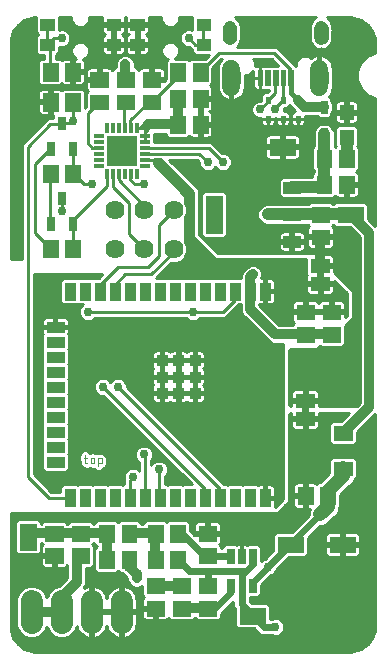
<source format=gtl>
G75*
%MOIN*%
%OFA0B0*%
%FSLAX25Y25*%
%IPPOS*%
%LPD*%
%AMOC8*
5,1,8,0,0,1.08239X$1,22.5*
%
%ADD10C,0.00400*%
%ADD11C,0.00205*%
%ADD12C,0.00198*%
%ADD13C,0.00189*%
%ADD14C,0.00187*%
%ADD15C,0.00228*%
%ADD16C,0.00197*%
%ADD17C,0.02400*%
%ADD18C,0.00184*%
%ADD19C,0.00195*%
%ADD20C,0.06024*%
%ADD21C,0.04165*%
%ADD22C,0.00394*%
%ADD23C,0.00039*%
%ADD24C,0.00213*%
%ADD25C,0.06378*%
%ADD26C,0.07200*%
%ADD27C,0.00201*%
%ADD28C,0.00220*%
%ADD29C,0.02953*%
%ADD30C,0.01000*%
%ADD31C,0.04000*%
%ADD32C,0.01600*%
%ADD33C,0.03200*%
%ADD34C,0.04800*%
D10*
X0027140Y0064500D02*
X0027296Y0064500D01*
X0027140Y0064500D02*
X0027099Y0064502D01*
X0027059Y0064507D01*
X0027019Y0064516D01*
X0026980Y0064528D01*
X0026943Y0064544D01*
X0026907Y0064563D01*
X0026872Y0064584D01*
X0026840Y0064609D01*
X0026810Y0064637D01*
X0026782Y0064667D01*
X0026757Y0064699D01*
X0026736Y0064734D01*
X0026717Y0064770D01*
X0026701Y0064807D01*
X0026689Y0064846D01*
X0026680Y0064886D01*
X0026675Y0064926D01*
X0026673Y0064967D01*
X0026673Y0067300D01*
X0026362Y0066367D02*
X0027296Y0066367D01*
X0028445Y0065744D02*
X0028445Y0065122D01*
X0028447Y0065073D01*
X0028453Y0065025D01*
X0028462Y0064977D01*
X0028475Y0064930D01*
X0028492Y0064884D01*
X0028513Y0064840D01*
X0028537Y0064797D01*
X0028564Y0064756D01*
X0028594Y0064718D01*
X0028627Y0064682D01*
X0028663Y0064649D01*
X0028701Y0064619D01*
X0028742Y0064592D01*
X0028785Y0064568D01*
X0028829Y0064547D01*
X0028875Y0064530D01*
X0028922Y0064517D01*
X0028970Y0064508D01*
X0029018Y0064502D01*
X0029067Y0064500D01*
X0029116Y0064502D01*
X0029164Y0064508D01*
X0029212Y0064517D01*
X0029259Y0064530D01*
X0029305Y0064547D01*
X0029349Y0064568D01*
X0029392Y0064592D01*
X0029433Y0064619D01*
X0029471Y0064649D01*
X0029507Y0064682D01*
X0029540Y0064718D01*
X0029570Y0064756D01*
X0029597Y0064797D01*
X0029621Y0064840D01*
X0029642Y0064884D01*
X0029659Y0064930D01*
X0029672Y0064977D01*
X0029681Y0065025D01*
X0029687Y0065073D01*
X0029689Y0065122D01*
X0029689Y0065744D01*
X0029687Y0065793D01*
X0029681Y0065841D01*
X0029672Y0065889D01*
X0029659Y0065936D01*
X0029642Y0065982D01*
X0029621Y0066026D01*
X0029597Y0066069D01*
X0029570Y0066110D01*
X0029540Y0066148D01*
X0029507Y0066184D01*
X0029471Y0066217D01*
X0029433Y0066247D01*
X0029392Y0066274D01*
X0029349Y0066298D01*
X0029305Y0066319D01*
X0029259Y0066336D01*
X0029212Y0066349D01*
X0029164Y0066358D01*
X0029116Y0066364D01*
X0029067Y0066366D01*
X0029018Y0066364D01*
X0028970Y0066358D01*
X0028922Y0066349D01*
X0028875Y0066336D01*
X0028829Y0066319D01*
X0028785Y0066298D01*
X0028742Y0066274D01*
X0028701Y0066247D01*
X0028663Y0066217D01*
X0028627Y0066184D01*
X0028594Y0066148D01*
X0028564Y0066110D01*
X0028537Y0066069D01*
X0028513Y0066026D01*
X0028492Y0065982D01*
X0028475Y0065936D01*
X0028462Y0065889D01*
X0028453Y0065841D01*
X0028447Y0065793D01*
X0028445Y0065744D01*
X0031056Y0066367D02*
X0031056Y0063567D01*
X0031056Y0064500D02*
X0031833Y0064500D01*
X0031874Y0064502D01*
X0031914Y0064507D01*
X0031954Y0064516D01*
X0031993Y0064528D01*
X0032030Y0064544D01*
X0032067Y0064563D01*
X0032101Y0064584D01*
X0032133Y0064609D01*
X0032163Y0064637D01*
X0032191Y0064667D01*
X0032216Y0064699D01*
X0032237Y0064734D01*
X0032256Y0064770D01*
X0032272Y0064807D01*
X0032284Y0064846D01*
X0032293Y0064886D01*
X0032298Y0064926D01*
X0032300Y0064967D01*
X0032300Y0065900D01*
X0032298Y0065943D01*
X0032292Y0065986D01*
X0032282Y0066028D01*
X0032268Y0066069D01*
X0032251Y0066108D01*
X0032230Y0066146D01*
X0032206Y0066181D01*
X0032178Y0066215D01*
X0032148Y0066245D01*
X0032114Y0066273D01*
X0032079Y0066297D01*
X0032041Y0066318D01*
X0032002Y0066335D01*
X0031961Y0066349D01*
X0031919Y0066359D01*
X0031876Y0066365D01*
X0031833Y0066367D01*
X0031056Y0066367D01*
D11*
X0031303Y0038399D02*
X0036217Y0038399D01*
X0031303Y0038399D02*
X0031303Y0044101D01*
X0036217Y0044101D01*
X0036217Y0038399D01*
X0036217Y0038594D02*
X0031303Y0038594D01*
X0031303Y0038789D02*
X0036217Y0038789D01*
X0036217Y0038984D02*
X0031303Y0038984D01*
X0031303Y0039179D02*
X0036217Y0039179D01*
X0036217Y0039374D02*
X0031303Y0039374D01*
X0031303Y0039569D02*
X0036217Y0039569D01*
X0036217Y0039764D02*
X0031303Y0039764D01*
X0031303Y0039959D02*
X0036217Y0039959D01*
X0036217Y0040154D02*
X0031303Y0040154D01*
X0031303Y0040349D02*
X0036217Y0040349D01*
X0036217Y0040544D02*
X0031303Y0040544D01*
X0031303Y0040739D02*
X0036217Y0040739D01*
X0036217Y0040934D02*
X0031303Y0040934D01*
X0031303Y0041129D02*
X0036217Y0041129D01*
X0036217Y0041324D02*
X0031303Y0041324D01*
X0031303Y0041519D02*
X0036217Y0041519D01*
X0036217Y0041714D02*
X0031303Y0041714D01*
X0031303Y0041909D02*
X0036217Y0041909D01*
X0036217Y0042104D02*
X0031303Y0042104D01*
X0031303Y0042299D02*
X0036217Y0042299D01*
X0036217Y0042494D02*
X0031303Y0042494D01*
X0031303Y0042689D02*
X0036217Y0042689D01*
X0036217Y0042884D02*
X0031303Y0042884D01*
X0031303Y0043079D02*
X0036217Y0043079D01*
X0036217Y0043274D02*
X0031303Y0043274D01*
X0031303Y0043469D02*
X0036217Y0043469D01*
X0036217Y0043664D02*
X0031303Y0043664D01*
X0031303Y0043859D02*
X0036217Y0043859D01*
X0036217Y0044054D02*
X0031303Y0044054D01*
X0022149Y0043697D02*
X0022149Y0038783D01*
X0022149Y0043697D02*
X0027851Y0043697D01*
X0027851Y0038783D01*
X0022149Y0038783D01*
X0022149Y0038978D02*
X0027851Y0038978D01*
X0027851Y0039173D02*
X0022149Y0039173D01*
X0022149Y0039368D02*
X0027851Y0039368D01*
X0027851Y0039563D02*
X0022149Y0039563D01*
X0022149Y0039758D02*
X0027851Y0039758D01*
X0027851Y0039953D02*
X0022149Y0039953D01*
X0022149Y0040148D02*
X0027851Y0040148D01*
X0027851Y0040343D02*
X0022149Y0040343D01*
X0022149Y0040538D02*
X0027851Y0040538D01*
X0027851Y0040733D02*
X0022149Y0040733D01*
X0022149Y0040928D02*
X0027851Y0040928D01*
X0027851Y0041123D02*
X0022149Y0041123D01*
X0022149Y0041318D02*
X0027851Y0041318D01*
X0027851Y0041513D02*
X0022149Y0041513D01*
X0022149Y0041708D02*
X0027851Y0041708D01*
X0027851Y0041903D02*
X0022149Y0041903D01*
X0022149Y0042098D02*
X0027851Y0042098D01*
X0027851Y0042293D02*
X0022149Y0042293D01*
X0022149Y0042488D02*
X0027851Y0042488D01*
X0027851Y0042683D02*
X0022149Y0042683D01*
X0022149Y0042878D02*
X0027851Y0042878D01*
X0027851Y0043073D02*
X0022149Y0043073D01*
X0022149Y0043268D02*
X0027851Y0043268D01*
X0027851Y0043463D02*
X0022149Y0043463D01*
X0022149Y0043658D02*
X0027851Y0043658D01*
X0022149Y0036217D02*
X0022149Y0031303D01*
X0022149Y0036217D02*
X0027851Y0036217D01*
X0027851Y0031303D01*
X0022149Y0031303D01*
X0022149Y0031498D02*
X0027851Y0031498D01*
X0027851Y0031693D02*
X0022149Y0031693D01*
X0022149Y0031888D02*
X0027851Y0031888D01*
X0027851Y0032083D02*
X0022149Y0032083D01*
X0022149Y0032278D02*
X0027851Y0032278D01*
X0027851Y0032473D02*
X0022149Y0032473D01*
X0022149Y0032668D02*
X0027851Y0032668D01*
X0027851Y0032863D02*
X0022149Y0032863D01*
X0022149Y0033058D02*
X0027851Y0033058D01*
X0027851Y0033253D02*
X0022149Y0033253D01*
X0022149Y0033448D02*
X0027851Y0033448D01*
X0027851Y0033643D02*
X0022149Y0033643D01*
X0022149Y0033838D02*
X0027851Y0033838D01*
X0027851Y0034033D02*
X0022149Y0034033D01*
X0022149Y0034228D02*
X0027851Y0034228D01*
X0027851Y0034423D02*
X0022149Y0034423D01*
X0022149Y0034618D02*
X0027851Y0034618D01*
X0027851Y0034813D02*
X0022149Y0034813D01*
X0022149Y0035008D02*
X0027851Y0035008D01*
X0027851Y0035203D02*
X0022149Y0035203D01*
X0022149Y0035398D02*
X0027851Y0035398D01*
X0027851Y0035593D02*
X0022149Y0035593D01*
X0022149Y0035788D02*
X0027851Y0035788D01*
X0027851Y0035983D02*
X0022149Y0035983D01*
X0022149Y0036178D02*
X0027851Y0036178D01*
X0031303Y0029649D02*
X0036217Y0029649D01*
X0031303Y0029649D02*
X0031303Y0035351D01*
X0036217Y0035351D01*
X0036217Y0029649D01*
X0036217Y0029844D02*
X0031303Y0029844D01*
X0031303Y0030039D02*
X0036217Y0030039D01*
X0036217Y0030234D02*
X0031303Y0030234D01*
X0031303Y0030429D02*
X0036217Y0030429D01*
X0036217Y0030624D02*
X0031303Y0030624D01*
X0031303Y0030819D02*
X0036217Y0030819D01*
X0036217Y0031014D02*
X0031303Y0031014D01*
X0031303Y0031209D02*
X0036217Y0031209D01*
X0036217Y0031404D02*
X0031303Y0031404D01*
X0031303Y0031599D02*
X0036217Y0031599D01*
X0036217Y0031794D02*
X0031303Y0031794D01*
X0031303Y0031989D02*
X0036217Y0031989D01*
X0036217Y0032184D02*
X0031303Y0032184D01*
X0031303Y0032379D02*
X0036217Y0032379D01*
X0036217Y0032574D02*
X0031303Y0032574D01*
X0031303Y0032769D02*
X0036217Y0032769D01*
X0036217Y0032964D02*
X0031303Y0032964D01*
X0031303Y0033159D02*
X0036217Y0033159D01*
X0036217Y0033354D02*
X0031303Y0033354D01*
X0031303Y0033549D02*
X0036217Y0033549D01*
X0036217Y0033744D02*
X0031303Y0033744D01*
X0031303Y0033939D02*
X0036217Y0033939D01*
X0036217Y0034134D02*
X0031303Y0034134D01*
X0031303Y0034329D02*
X0036217Y0034329D01*
X0036217Y0034524D02*
X0031303Y0034524D01*
X0031303Y0034719D02*
X0036217Y0034719D01*
X0036217Y0034914D02*
X0031303Y0034914D01*
X0031303Y0035109D02*
X0036217Y0035109D01*
X0036217Y0035304D02*
X0031303Y0035304D01*
X0038783Y0029649D02*
X0043697Y0029649D01*
X0038783Y0029649D02*
X0038783Y0035351D01*
X0043697Y0035351D01*
X0043697Y0029649D01*
X0043697Y0029844D02*
X0038783Y0029844D01*
X0038783Y0030039D02*
X0043697Y0030039D01*
X0043697Y0030234D02*
X0038783Y0030234D01*
X0038783Y0030429D02*
X0043697Y0030429D01*
X0043697Y0030624D02*
X0038783Y0030624D01*
X0038783Y0030819D02*
X0043697Y0030819D01*
X0043697Y0031014D02*
X0038783Y0031014D01*
X0038783Y0031209D02*
X0043697Y0031209D01*
X0043697Y0031404D02*
X0038783Y0031404D01*
X0038783Y0031599D02*
X0043697Y0031599D01*
X0043697Y0031794D02*
X0038783Y0031794D01*
X0038783Y0031989D02*
X0043697Y0031989D01*
X0043697Y0032184D02*
X0038783Y0032184D01*
X0038783Y0032379D02*
X0043697Y0032379D01*
X0043697Y0032574D02*
X0038783Y0032574D01*
X0038783Y0032769D02*
X0043697Y0032769D01*
X0043697Y0032964D02*
X0038783Y0032964D01*
X0038783Y0033159D02*
X0043697Y0033159D01*
X0043697Y0033354D02*
X0038783Y0033354D01*
X0038783Y0033549D02*
X0043697Y0033549D01*
X0043697Y0033744D02*
X0038783Y0033744D01*
X0038783Y0033939D02*
X0043697Y0033939D01*
X0043697Y0034134D02*
X0038783Y0034134D01*
X0038783Y0034329D02*
X0043697Y0034329D01*
X0043697Y0034524D02*
X0038783Y0034524D01*
X0038783Y0034719D02*
X0043697Y0034719D01*
X0043697Y0034914D02*
X0038783Y0034914D01*
X0038783Y0035109D02*
X0043697Y0035109D01*
X0043697Y0035304D02*
X0038783Y0035304D01*
X0038783Y0038399D02*
X0043697Y0038399D01*
X0038783Y0038399D02*
X0038783Y0044101D01*
X0043697Y0044101D01*
X0043697Y0038399D01*
X0043697Y0038594D02*
X0038783Y0038594D01*
X0038783Y0038789D02*
X0043697Y0038789D01*
X0043697Y0038984D02*
X0038783Y0038984D01*
X0038783Y0039179D02*
X0043697Y0039179D01*
X0043697Y0039374D02*
X0038783Y0039374D01*
X0038783Y0039569D02*
X0043697Y0039569D01*
X0043697Y0039764D02*
X0038783Y0039764D01*
X0038783Y0039959D02*
X0043697Y0039959D01*
X0043697Y0040154D02*
X0038783Y0040154D01*
X0038783Y0040349D02*
X0043697Y0040349D01*
X0043697Y0040544D02*
X0038783Y0040544D01*
X0038783Y0040739D02*
X0043697Y0040739D01*
X0043697Y0040934D02*
X0038783Y0040934D01*
X0038783Y0041129D02*
X0043697Y0041129D01*
X0043697Y0041324D02*
X0038783Y0041324D01*
X0038783Y0041519D02*
X0043697Y0041519D01*
X0043697Y0041714D02*
X0038783Y0041714D01*
X0038783Y0041909D02*
X0043697Y0041909D01*
X0043697Y0042104D02*
X0038783Y0042104D01*
X0038783Y0042299D02*
X0043697Y0042299D01*
X0043697Y0042494D02*
X0038783Y0042494D01*
X0038783Y0042689D02*
X0043697Y0042689D01*
X0043697Y0042884D02*
X0038783Y0042884D01*
X0038783Y0043079D02*
X0043697Y0043079D01*
X0043697Y0043274D02*
X0038783Y0043274D01*
X0038783Y0043469D02*
X0043697Y0043469D01*
X0043697Y0043664D02*
X0038783Y0043664D01*
X0038783Y0043859D02*
X0043697Y0043859D01*
X0043697Y0044054D02*
X0038783Y0044054D01*
X0047553Y0038399D02*
X0052467Y0038399D01*
X0047553Y0038399D02*
X0047553Y0044101D01*
X0052467Y0044101D01*
X0052467Y0038399D01*
X0052467Y0038594D02*
X0047553Y0038594D01*
X0047553Y0038789D02*
X0052467Y0038789D01*
X0052467Y0038984D02*
X0047553Y0038984D01*
X0047553Y0039179D02*
X0052467Y0039179D01*
X0052467Y0039374D02*
X0047553Y0039374D01*
X0047553Y0039569D02*
X0052467Y0039569D01*
X0052467Y0039764D02*
X0047553Y0039764D01*
X0047553Y0039959D02*
X0052467Y0039959D01*
X0052467Y0040154D02*
X0047553Y0040154D01*
X0047553Y0040349D02*
X0052467Y0040349D01*
X0052467Y0040544D02*
X0047553Y0040544D01*
X0047553Y0040739D02*
X0052467Y0040739D01*
X0052467Y0040934D02*
X0047553Y0040934D01*
X0047553Y0041129D02*
X0052467Y0041129D01*
X0052467Y0041324D02*
X0047553Y0041324D01*
X0047553Y0041519D02*
X0052467Y0041519D01*
X0052467Y0041714D02*
X0047553Y0041714D01*
X0047553Y0041909D02*
X0052467Y0041909D01*
X0052467Y0042104D02*
X0047553Y0042104D01*
X0047553Y0042299D02*
X0052467Y0042299D01*
X0052467Y0042494D02*
X0047553Y0042494D01*
X0047553Y0042689D02*
X0052467Y0042689D01*
X0052467Y0042884D02*
X0047553Y0042884D01*
X0047553Y0043079D02*
X0052467Y0043079D01*
X0052467Y0043274D02*
X0047553Y0043274D01*
X0047553Y0043469D02*
X0052467Y0043469D01*
X0052467Y0043664D02*
X0047553Y0043664D01*
X0047553Y0043859D02*
X0052467Y0043859D01*
X0052467Y0044054D02*
X0047553Y0044054D01*
X0047553Y0035351D02*
X0052467Y0035351D01*
X0052467Y0029649D01*
X0047553Y0029649D01*
X0047553Y0035351D01*
X0047553Y0029844D02*
X0052467Y0029844D01*
X0052467Y0030039D02*
X0047553Y0030039D01*
X0047553Y0030234D02*
X0052467Y0030234D01*
X0052467Y0030429D02*
X0047553Y0030429D01*
X0047553Y0030624D02*
X0052467Y0030624D01*
X0052467Y0030819D02*
X0047553Y0030819D01*
X0047553Y0031014D02*
X0052467Y0031014D01*
X0052467Y0031209D02*
X0047553Y0031209D01*
X0047553Y0031404D02*
X0052467Y0031404D01*
X0052467Y0031599D02*
X0047553Y0031599D01*
X0047553Y0031794D02*
X0052467Y0031794D01*
X0052467Y0031989D02*
X0047553Y0031989D01*
X0047553Y0032184D02*
X0052467Y0032184D01*
X0052467Y0032379D02*
X0047553Y0032379D01*
X0047553Y0032574D02*
X0052467Y0032574D01*
X0052467Y0032769D02*
X0047553Y0032769D01*
X0047553Y0032964D02*
X0052467Y0032964D01*
X0052467Y0033159D02*
X0047553Y0033159D01*
X0047553Y0033354D02*
X0052467Y0033354D01*
X0052467Y0033549D02*
X0047553Y0033549D01*
X0047553Y0033744D02*
X0052467Y0033744D01*
X0052467Y0033939D02*
X0047553Y0033939D01*
X0047553Y0034134D02*
X0052467Y0034134D01*
X0052467Y0034329D02*
X0047553Y0034329D01*
X0047553Y0034524D02*
X0052467Y0034524D01*
X0052467Y0034719D02*
X0047553Y0034719D01*
X0047553Y0034914D02*
X0052467Y0034914D01*
X0052467Y0035109D02*
X0047553Y0035109D01*
X0047553Y0035304D02*
X0052467Y0035304D01*
X0055033Y0035351D02*
X0059947Y0035351D01*
X0059947Y0029649D01*
X0055033Y0029649D01*
X0055033Y0035351D01*
X0055033Y0029844D02*
X0059947Y0029844D01*
X0059947Y0030039D02*
X0055033Y0030039D01*
X0055033Y0030234D02*
X0059947Y0030234D01*
X0059947Y0030429D02*
X0055033Y0030429D01*
X0055033Y0030624D02*
X0059947Y0030624D01*
X0059947Y0030819D02*
X0055033Y0030819D01*
X0055033Y0031014D02*
X0059947Y0031014D01*
X0059947Y0031209D02*
X0055033Y0031209D01*
X0055033Y0031404D02*
X0059947Y0031404D01*
X0059947Y0031599D02*
X0055033Y0031599D01*
X0055033Y0031794D02*
X0059947Y0031794D01*
X0059947Y0031989D02*
X0055033Y0031989D01*
X0055033Y0032184D02*
X0059947Y0032184D01*
X0059947Y0032379D02*
X0055033Y0032379D01*
X0055033Y0032574D02*
X0059947Y0032574D01*
X0059947Y0032769D02*
X0055033Y0032769D01*
X0055033Y0032964D02*
X0059947Y0032964D01*
X0059947Y0033159D02*
X0055033Y0033159D01*
X0055033Y0033354D02*
X0059947Y0033354D01*
X0059947Y0033549D02*
X0055033Y0033549D01*
X0055033Y0033744D02*
X0059947Y0033744D01*
X0059947Y0033939D02*
X0055033Y0033939D01*
X0055033Y0034134D02*
X0059947Y0034134D01*
X0059947Y0034329D02*
X0055033Y0034329D01*
X0055033Y0034524D02*
X0059947Y0034524D01*
X0059947Y0034719D02*
X0055033Y0034719D01*
X0055033Y0034914D02*
X0059947Y0034914D01*
X0059947Y0035109D02*
X0055033Y0035109D01*
X0055033Y0035304D02*
X0059947Y0035304D01*
X0059947Y0038399D02*
X0055033Y0038399D01*
X0055033Y0044101D01*
X0059947Y0044101D01*
X0059947Y0038399D01*
X0059947Y0038594D02*
X0055033Y0038594D01*
X0055033Y0038789D02*
X0059947Y0038789D01*
X0059947Y0038984D02*
X0055033Y0038984D01*
X0055033Y0039179D02*
X0059947Y0039179D01*
X0059947Y0039374D02*
X0055033Y0039374D01*
X0055033Y0039569D02*
X0059947Y0039569D01*
X0059947Y0039764D02*
X0055033Y0039764D01*
X0055033Y0039959D02*
X0059947Y0039959D01*
X0059947Y0040154D02*
X0055033Y0040154D01*
X0055033Y0040349D02*
X0059947Y0040349D01*
X0059947Y0040544D02*
X0055033Y0040544D01*
X0055033Y0040739D02*
X0059947Y0040739D01*
X0059947Y0040934D02*
X0055033Y0040934D01*
X0055033Y0041129D02*
X0059947Y0041129D01*
X0059947Y0041324D02*
X0055033Y0041324D01*
X0055033Y0041519D02*
X0059947Y0041519D01*
X0059947Y0041714D02*
X0055033Y0041714D01*
X0055033Y0041909D02*
X0059947Y0041909D01*
X0059947Y0042104D02*
X0055033Y0042104D01*
X0055033Y0042299D02*
X0059947Y0042299D01*
X0059947Y0042494D02*
X0055033Y0042494D01*
X0055033Y0042689D02*
X0059947Y0042689D01*
X0059947Y0042884D02*
X0055033Y0042884D01*
X0055033Y0043079D02*
X0059947Y0043079D01*
X0059947Y0043274D02*
X0055033Y0043274D01*
X0055033Y0043469D02*
X0059947Y0043469D01*
X0059947Y0043664D02*
X0055033Y0043664D01*
X0055033Y0043859D02*
X0059947Y0043859D01*
X0059947Y0044054D02*
X0055033Y0044054D01*
X0070351Y0043697D02*
X0070351Y0038783D01*
X0064649Y0038783D01*
X0064649Y0043697D01*
X0070351Y0043697D01*
X0070351Y0038978D02*
X0064649Y0038978D01*
X0064649Y0039173D02*
X0070351Y0039173D01*
X0070351Y0039368D02*
X0064649Y0039368D01*
X0064649Y0039563D02*
X0070351Y0039563D01*
X0070351Y0039758D02*
X0064649Y0039758D01*
X0064649Y0039953D02*
X0070351Y0039953D01*
X0070351Y0040148D02*
X0064649Y0040148D01*
X0064649Y0040343D02*
X0070351Y0040343D01*
X0070351Y0040538D02*
X0064649Y0040538D01*
X0064649Y0040733D02*
X0070351Y0040733D01*
X0070351Y0040928D02*
X0064649Y0040928D01*
X0064649Y0041123D02*
X0070351Y0041123D01*
X0070351Y0041318D02*
X0064649Y0041318D01*
X0064649Y0041513D02*
X0070351Y0041513D01*
X0070351Y0041708D02*
X0064649Y0041708D01*
X0064649Y0041903D02*
X0070351Y0041903D01*
X0070351Y0042098D02*
X0064649Y0042098D01*
X0064649Y0042293D02*
X0070351Y0042293D01*
X0070351Y0042488D02*
X0064649Y0042488D01*
X0064649Y0042683D02*
X0070351Y0042683D01*
X0070351Y0042878D02*
X0064649Y0042878D01*
X0064649Y0043073D02*
X0070351Y0043073D01*
X0070351Y0043268D02*
X0064649Y0043268D01*
X0064649Y0043463D02*
X0070351Y0043463D01*
X0070351Y0043658D02*
X0064649Y0043658D01*
X0070351Y0036217D02*
X0070351Y0031303D01*
X0064649Y0031303D01*
X0064649Y0036217D01*
X0070351Y0036217D01*
X0070351Y0031498D02*
X0064649Y0031498D01*
X0064649Y0031693D02*
X0070351Y0031693D01*
X0070351Y0031888D02*
X0064649Y0031888D01*
X0064649Y0032083D02*
X0070351Y0032083D01*
X0070351Y0032278D02*
X0064649Y0032278D01*
X0064649Y0032473D02*
X0070351Y0032473D01*
X0070351Y0032668D02*
X0064649Y0032668D01*
X0064649Y0032863D02*
X0070351Y0032863D01*
X0070351Y0033058D02*
X0064649Y0033058D01*
X0064649Y0033253D02*
X0070351Y0033253D01*
X0070351Y0033448D02*
X0064649Y0033448D01*
X0064649Y0033643D02*
X0070351Y0033643D01*
X0070351Y0033838D02*
X0064649Y0033838D01*
X0064649Y0034033D02*
X0070351Y0034033D01*
X0070351Y0034228D02*
X0064649Y0034228D01*
X0064649Y0034423D02*
X0070351Y0034423D01*
X0070351Y0034618D02*
X0064649Y0034618D01*
X0064649Y0034813D02*
X0070351Y0034813D01*
X0070351Y0035008D02*
X0064649Y0035008D01*
X0064649Y0035203D02*
X0070351Y0035203D01*
X0070351Y0035398D02*
X0064649Y0035398D01*
X0064649Y0035593D02*
X0070351Y0035593D01*
X0070351Y0035788D02*
X0064649Y0035788D01*
X0064649Y0035983D02*
X0070351Y0035983D01*
X0070351Y0036178D02*
X0064649Y0036178D01*
X0070351Y0026197D02*
X0070351Y0021283D01*
X0064649Y0021283D01*
X0064649Y0026197D01*
X0070351Y0026197D01*
X0070351Y0021478D02*
X0064649Y0021478D01*
X0064649Y0021673D02*
X0070351Y0021673D01*
X0070351Y0021868D02*
X0064649Y0021868D01*
X0064649Y0022063D02*
X0070351Y0022063D01*
X0070351Y0022258D02*
X0064649Y0022258D01*
X0064649Y0022453D02*
X0070351Y0022453D01*
X0070351Y0022648D02*
X0064649Y0022648D01*
X0064649Y0022843D02*
X0070351Y0022843D01*
X0070351Y0023038D02*
X0064649Y0023038D01*
X0064649Y0023233D02*
X0070351Y0023233D01*
X0070351Y0023428D02*
X0064649Y0023428D01*
X0064649Y0023623D02*
X0070351Y0023623D01*
X0070351Y0023818D02*
X0064649Y0023818D01*
X0064649Y0024013D02*
X0070351Y0024013D01*
X0070351Y0024208D02*
X0064649Y0024208D01*
X0064649Y0024403D02*
X0070351Y0024403D01*
X0070351Y0024598D02*
X0064649Y0024598D01*
X0064649Y0024793D02*
X0070351Y0024793D01*
X0070351Y0024988D02*
X0064649Y0024988D01*
X0064649Y0025183D02*
X0070351Y0025183D01*
X0070351Y0025378D02*
X0064649Y0025378D01*
X0064649Y0025573D02*
X0070351Y0025573D01*
X0070351Y0025768D02*
X0064649Y0025768D01*
X0064649Y0025963D02*
X0070351Y0025963D01*
X0070351Y0026158D02*
X0064649Y0026158D01*
X0055899Y0026197D02*
X0055899Y0021283D01*
X0055899Y0026197D02*
X0061601Y0026197D01*
X0061601Y0021283D01*
X0055899Y0021283D01*
X0055899Y0021478D02*
X0061601Y0021478D01*
X0061601Y0021673D02*
X0055899Y0021673D01*
X0055899Y0021868D02*
X0061601Y0021868D01*
X0061601Y0022063D02*
X0055899Y0022063D01*
X0055899Y0022258D02*
X0061601Y0022258D01*
X0061601Y0022453D02*
X0055899Y0022453D01*
X0055899Y0022648D02*
X0061601Y0022648D01*
X0061601Y0022843D02*
X0055899Y0022843D01*
X0055899Y0023038D02*
X0061601Y0023038D01*
X0061601Y0023233D02*
X0055899Y0023233D01*
X0055899Y0023428D02*
X0061601Y0023428D01*
X0061601Y0023623D02*
X0055899Y0023623D01*
X0055899Y0023818D02*
X0061601Y0023818D01*
X0061601Y0024013D02*
X0055899Y0024013D01*
X0055899Y0024208D02*
X0061601Y0024208D01*
X0061601Y0024403D02*
X0055899Y0024403D01*
X0055899Y0024598D02*
X0061601Y0024598D01*
X0061601Y0024793D02*
X0055899Y0024793D01*
X0055899Y0024988D02*
X0061601Y0024988D01*
X0061601Y0025183D02*
X0055899Y0025183D01*
X0055899Y0025378D02*
X0061601Y0025378D01*
X0061601Y0025573D02*
X0055899Y0025573D01*
X0055899Y0025768D02*
X0061601Y0025768D01*
X0061601Y0025963D02*
X0055899Y0025963D01*
X0055899Y0026158D02*
X0061601Y0026158D01*
X0055899Y0018717D02*
X0055899Y0013803D01*
X0055899Y0018717D02*
X0061601Y0018717D01*
X0061601Y0013803D01*
X0055899Y0013803D01*
X0055899Y0013998D02*
X0061601Y0013998D01*
X0061601Y0014193D02*
X0055899Y0014193D01*
X0055899Y0014388D02*
X0061601Y0014388D01*
X0061601Y0014583D02*
X0055899Y0014583D01*
X0055899Y0014778D02*
X0061601Y0014778D01*
X0061601Y0014973D02*
X0055899Y0014973D01*
X0055899Y0015168D02*
X0061601Y0015168D01*
X0061601Y0015363D02*
X0055899Y0015363D01*
X0055899Y0015558D02*
X0061601Y0015558D01*
X0061601Y0015753D02*
X0055899Y0015753D01*
X0055899Y0015948D02*
X0061601Y0015948D01*
X0061601Y0016143D02*
X0055899Y0016143D01*
X0055899Y0016338D02*
X0061601Y0016338D01*
X0061601Y0016533D02*
X0055899Y0016533D01*
X0055899Y0016728D02*
X0061601Y0016728D01*
X0061601Y0016923D02*
X0055899Y0016923D01*
X0055899Y0017118D02*
X0061601Y0017118D01*
X0061601Y0017313D02*
X0055899Y0017313D01*
X0055899Y0017508D02*
X0061601Y0017508D01*
X0061601Y0017703D02*
X0055899Y0017703D01*
X0055899Y0017898D02*
X0061601Y0017898D01*
X0061601Y0018093D02*
X0055899Y0018093D01*
X0055899Y0018288D02*
X0061601Y0018288D01*
X0061601Y0018483D02*
X0055899Y0018483D01*
X0055899Y0018678D02*
X0061601Y0018678D01*
X0070351Y0018717D02*
X0070351Y0013803D01*
X0064649Y0013803D01*
X0064649Y0018717D01*
X0070351Y0018717D01*
X0070351Y0013998D02*
X0064649Y0013998D01*
X0064649Y0014193D02*
X0070351Y0014193D01*
X0070351Y0014388D02*
X0064649Y0014388D01*
X0064649Y0014583D02*
X0070351Y0014583D01*
X0070351Y0014778D02*
X0064649Y0014778D01*
X0064649Y0014973D02*
X0070351Y0014973D01*
X0070351Y0015168D02*
X0064649Y0015168D01*
X0064649Y0015363D02*
X0070351Y0015363D01*
X0070351Y0015558D02*
X0064649Y0015558D01*
X0064649Y0015753D02*
X0070351Y0015753D01*
X0070351Y0015948D02*
X0064649Y0015948D01*
X0064649Y0016143D02*
X0070351Y0016143D01*
X0070351Y0016338D02*
X0064649Y0016338D01*
X0064649Y0016533D02*
X0070351Y0016533D01*
X0070351Y0016728D02*
X0064649Y0016728D01*
X0064649Y0016923D02*
X0070351Y0016923D01*
X0070351Y0017118D02*
X0064649Y0017118D01*
X0064649Y0017313D02*
X0070351Y0017313D01*
X0070351Y0017508D02*
X0064649Y0017508D01*
X0064649Y0017703D02*
X0070351Y0017703D01*
X0070351Y0017898D02*
X0064649Y0017898D01*
X0064649Y0018093D02*
X0070351Y0018093D01*
X0070351Y0018288D02*
X0064649Y0018288D01*
X0064649Y0018483D02*
X0070351Y0018483D01*
X0070351Y0018678D02*
X0064649Y0018678D01*
X0047149Y0018717D02*
X0047149Y0013803D01*
X0047149Y0018717D02*
X0052851Y0018717D01*
X0052851Y0013803D01*
X0047149Y0013803D01*
X0047149Y0013998D02*
X0052851Y0013998D01*
X0052851Y0014193D02*
X0047149Y0014193D01*
X0047149Y0014388D02*
X0052851Y0014388D01*
X0052851Y0014583D02*
X0047149Y0014583D01*
X0047149Y0014778D02*
X0052851Y0014778D01*
X0052851Y0014973D02*
X0047149Y0014973D01*
X0047149Y0015168D02*
X0052851Y0015168D01*
X0052851Y0015363D02*
X0047149Y0015363D01*
X0047149Y0015558D02*
X0052851Y0015558D01*
X0052851Y0015753D02*
X0047149Y0015753D01*
X0047149Y0015948D02*
X0052851Y0015948D01*
X0052851Y0016143D02*
X0047149Y0016143D01*
X0047149Y0016338D02*
X0052851Y0016338D01*
X0052851Y0016533D02*
X0047149Y0016533D01*
X0047149Y0016728D02*
X0052851Y0016728D01*
X0052851Y0016923D02*
X0047149Y0016923D01*
X0047149Y0017118D02*
X0052851Y0017118D01*
X0052851Y0017313D02*
X0047149Y0017313D01*
X0047149Y0017508D02*
X0052851Y0017508D01*
X0052851Y0017703D02*
X0047149Y0017703D01*
X0047149Y0017898D02*
X0052851Y0017898D01*
X0052851Y0018093D02*
X0047149Y0018093D01*
X0047149Y0018288D02*
X0052851Y0018288D01*
X0052851Y0018483D02*
X0047149Y0018483D01*
X0047149Y0018678D02*
X0052851Y0018678D01*
X0047149Y0021283D02*
X0047149Y0026197D01*
X0052851Y0026197D01*
X0052851Y0021283D01*
X0047149Y0021283D01*
X0047149Y0021478D02*
X0052851Y0021478D01*
X0052851Y0021673D02*
X0047149Y0021673D01*
X0047149Y0021868D02*
X0052851Y0021868D01*
X0052851Y0022063D02*
X0047149Y0022063D01*
X0047149Y0022258D02*
X0052851Y0022258D01*
X0052851Y0022453D02*
X0047149Y0022453D01*
X0047149Y0022648D02*
X0052851Y0022648D01*
X0052851Y0022843D02*
X0047149Y0022843D01*
X0047149Y0023038D02*
X0052851Y0023038D01*
X0052851Y0023233D02*
X0047149Y0023233D01*
X0047149Y0023428D02*
X0052851Y0023428D01*
X0052851Y0023623D02*
X0047149Y0023623D01*
X0047149Y0023818D02*
X0052851Y0023818D01*
X0052851Y0024013D02*
X0047149Y0024013D01*
X0047149Y0024208D02*
X0052851Y0024208D01*
X0052851Y0024403D02*
X0047149Y0024403D01*
X0047149Y0024598D02*
X0052851Y0024598D01*
X0052851Y0024793D02*
X0047149Y0024793D01*
X0047149Y0024988D02*
X0052851Y0024988D01*
X0052851Y0025183D02*
X0047149Y0025183D01*
X0047149Y0025378D02*
X0052851Y0025378D01*
X0052851Y0025573D02*
X0047149Y0025573D01*
X0047149Y0025768D02*
X0052851Y0025768D01*
X0052851Y0025963D02*
X0047149Y0025963D01*
X0047149Y0026158D02*
X0052851Y0026158D01*
X0019101Y0031303D02*
X0019101Y0036217D01*
X0019101Y0031303D02*
X0013399Y0031303D01*
X0013399Y0036217D01*
X0019101Y0036217D01*
X0019101Y0031498D02*
X0013399Y0031498D01*
X0013399Y0031693D02*
X0019101Y0031693D01*
X0019101Y0031888D02*
X0013399Y0031888D01*
X0013399Y0032083D02*
X0019101Y0032083D01*
X0019101Y0032278D02*
X0013399Y0032278D01*
X0013399Y0032473D02*
X0019101Y0032473D01*
X0019101Y0032668D02*
X0013399Y0032668D01*
X0013399Y0032863D02*
X0019101Y0032863D01*
X0019101Y0033058D02*
X0013399Y0033058D01*
X0013399Y0033253D02*
X0019101Y0033253D01*
X0019101Y0033448D02*
X0013399Y0033448D01*
X0013399Y0033643D02*
X0019101Y0033643D01*
X0019101Y0033838D02*
X0013399Y0033838D01*
X0013399Y0034033D02*
X0019101Y0034033D01*
X0019101Y0034228D02*
X0013399Y0034228D01*
X0013399Y0034423D02*
X0019101Y0034423D01*
X0019101Y0034618D02*
X0013399Y0034618D01*
X0013399Y0034813D02*
X0019101Y0034813D01*
X0019101Y0035008D02*
X0013399Y0035008D01*
X0013399Y0035203D02*
X0019101Y0035203D01*
X0019101Y0035398D02*
X0013399Y0035398D01*
X0013399Y0035593D02*
X0019101Y0035593D01*
X0019101Y0035788D02*
X0013399Y0035788D01*
X0013399Y0035983D02*
X0019101Y0035983D01*
X0019101Y0036178D02*
X0013399Y0036178D01*
X0019101Y0038783D02*
X0019101Y0043697D01*
X0019101Y0038783D02*
X0013399Y0038783D01*
X0013399Y0043697D01*
X0019101Y0043697D01*
X0019101Y0038978D02*
X0013399Y0038978D01*
X0013399Y0039173D02*
X0019101Y0039173D01*
X0019101Y0039368D02*
X0013399Y0039368D01*
X0013399Y0039563D02*
X0019101Y0039563D01*
X0019101Y0039758D02*
X0013399Y0039758D01*
X0013399Y0039953D02*
X0019101Y0039953D01*
X0019101Y0040148D02*
X0013399Y0040148D01*
X0013399Y0040343D02*
X0019101Y0040343D01*
X0019101Y0040538D02*
X0013399Y0040538D01*
X0013399Y0040733D02*
X0019101Y0040733D01*
X0019101Y0040928D02*
X0013399Y0040928D01*
X0013399Y0041123D02*
X0019101Y0041123D01*
X0019101Y0041318D02*
X0013399Y0041318D01*
X0013399Y0041513D02*
X0019101Y0041513D01*
X0019101Y0041708D02*
X0013399Y0041708D01*
X0013399Y0041903D02*
X0019101Y0041903D01*
X0019101Y0042098D02*
X0013399Y0042098D01*
X0013399Y0042293D02*
X0019101Y0042293D01*
X0019101Y0042488D02*
X0013399Y0042488D01*
X0013399Y0042683D02*
X0019101Y0042683D01*
X0019101Y0042878D02*
X0013399Y0042878D01*
X0013399Y0043073D02*
X0019101Y0043073D01*
X0019101Y0043268D02*
X0013399Y0043268D01*
X0013399Y0043463D02*
X0019101Y0043463D01*
X0019101Y0043658D02*
X0013399Y0043658D01*
X0012553Y0139101D02*
X0017467Y0139101D01*
X0017467Y0133399D01*
X0012553Y0133399D01*
X0012553Y0139101D01*
X0012553Y0133594D02*
X0017467Y0133594D01*
X0017467Y0133789D02*
X0012553Y0133789D01*
X0012553Y0133984D02*
X0017467Y0133984D01*
X0017467Y0134179D02*
X0012553Y0134179D01*
X0012553Y0134374D02*
X0017467Y0134374D01*
X0017467Y0134569D02*
X0012553Y0134569D01*
X0012553Y0134764D02*
X0017467Y0134764D01*
X0017467Y0134959D02*
X0012553Y0134959D01*
X0012553Y0135154D02*
X0017467Y0135154D01*
X0017467Y0135349D02*
X0012553Y0135349D01*
X0012553Y0135544D02*
X0017467Y0135544D01*
X0017467Y0135739D02*
X0012553Y0135739D01*
X0012553Y0135934D02*
X0017467Y0135934D01*
X0017467Y0136129D02*
X0012553Y0136129D01*
X0012553Y0136324D02*
X0017467Y0136324D01*
X0017467Y0136519D02*
X0012553Y0136519D01*
X0012553Y0136714D02*
X0017467Y0136714D01*
X0017467Y0136909D02*
X0012553Y0136909D01*
X0012553Y0137104D02*
X0017467Y0137104D01*
X0017467Y0137299D02*
X0012553Y0137299D01*
X0012553Y0137494D02*
X0017467Y0137494D01*
X0017467Y0137689D02*
X0012553Y0137689D01*
X0012553Y0137884D02*
X0017467Y0137884D01*
X0017467Y0138079D02*
X0012553Y0138079D01*
X0012553Y0138274D02*
X0017467Y0138274D01*
X0017467Y0138469D02*
X0012553Y0138469D01*
X0012553Y0138664D02*
X0017467Y0138664D01*
X0017467Y0138859D02*
X0012553Y0138859D01*
X0012553Y0139054D02*
X0017467Y0139054D01*
X0020033Y0139101D02*
X0024947Y0139101D01*
X0024947Y0133399D01*
X0020033Y0133399D01*
X0020033Y0139101D01*
X0020033Y0133594D02*
X0024947Y0133594D01*
X0024947Y0133789D02*
X0020033Y0133789D01*
X0020033Y0133984D02*
X0024947Y0133984D01*
X0024947Y0134179D02*
X0020033Y0134179D01*
X0020033Y0134374D02*
X0024947Y0134374D01*
X0024947Y0134569D02*
X0020033Y0134569D01*
X0020033Y0134764D02*
X0024947Y0134764D01*
X0024947Y0134959D02*
X0020033Y0134959D01*
X0020033Y0135154D02*
X0024947Y0135154D01*
X0024947Y0135349D02*
X0020033Y0135349D01*
X0020033Y0135544D02*
X0024947Y0135544D01*
X0024947Y0135739D02*
X0020033Y0135739D01*
X0020033Y0135934D02*
X0024947Y0135934D01*
X0024947Y0136129D02*
X0020033Y0136129D01*
X0020033Y0136324D02*
X0024947Y0136324D01*
X0024947Y0136519D02*
X0020033Y0136519D01*
X0020033Y0136714D02*
X0024947Y0136714D01*
X0024947Y0136909D02*
X0020033Y0136909D01*
X0020033Y0137104D02*
X0024947Y0137104D01*
X0024947Y0137299D02*
X0020033Y0137299D01*
X0020033Y0137494D02*
X0024947Y0137494D01*
X0024947Y0137689D02*
X0020033Y0137689D01*
X0020033Y0137884D02*
X0024947Y0137884D01*
X0024947Y0138079D02*
X0020033Y0138079D01*
X0020033Y0138274D02*
X0024947Y0138274D01*
X0024947Y0138469D02*
X0020033Y0138469D01*
X0020033Y0138664D02*
X0024947Y0138664D01*
X0024947Y0138859D02*
X0020033Y0138859D01*
X0020033Y0139054D02*
X0024947Y0139054D01*
X0024947Y0164101D02*
X0020033Y0164101D01*
X0024947Y0164101D02*
X0024947Y0158399D01*
X0020033Y0158399D01*
X0020033Y0164101D01*
X0020033Y0158594D02*
X0024947Y0158594D01*
X0024947Y0158789D02*
X0020033Y0158789D01*
X0020033Y0158984D02*
X0024947Y0158984D01*
X0024947Y0159179D02*
X0020033Y0159179D01*
X0020033Y0159374D02*
X0024947Y0159374D01*
X0024947Y0159569D02*
X0020033Y0159569D01*
X0020033Y0159764D02*
X0024947Y0159764D01*
X0024947Y0159959D02*
X0020033Y0159959D01*
X0020033Y0160154D02*
X0024947Y0160154D01*
X0024947Y0160349D02*
X0020033Y0160349D01*
X0020033Y0160544D02*
X0024947Y0160544D01*
X0024947Y0160739D02*
X0020033Y0160739D01*
X0020033Y0160934D02*
X0024947Y0160934D01*
X0024947Y0161129D02*
X0020033Y0161129D01*
X0020033Y0161324D02*
X0024947Y0161324D01*
X0024947Y0161519D02*
X0020033Y0161519D01*
X0020033Y0161714D02*
X0024947Y0161714D01*
X0024947Y0161909D02*
X0020033Y0161909D01*
X0020033Y0162104D02*
X0024947Y0162104D01*
X0024947Y0162299D02*
X0020033Y0162299D01*
X0020033Y0162494D02*
X0024947Y0162494D01*
X0024947Y0162689D02*
X0020033Y0162689D01*
X0020033Y0162884D02*
X0024947Y0162884D01*
X0024947Y0163079D02*
X0020033Y0163079D01*
X0020033Y0163274D02*
X0024947Y0163274D01*
X0024947Y0163469D02*
X0020033Y0163469D01*
X0020033Y0163664D02*
X0024947Y0163664D01*
X0024947Y0163859D02*
X0020033Y0163859D01*
X0020033Y0164054D02*
X0024947Y0164054D01*
X0017467Y0164101D02*
X0012553Y0164101D01*
X0017467Y0164101D02*
X0017467Y0158399D01*
X0012553Y0158399D01*
X0012553Y0164101D01*
X0012553Y0158594D02*
X0017467Y0158594D01*
X0017467Y0158789D02*
X0012553Y0158789D01*
X0012553Y0158984D02*
X0017467Y0158984D01*
X0017467Y0159179D02*
X0012553Y0159179D01*
X0012553Y0159374D02*
X0017467Y0159374D01*
X0017467Y0159569D02*
X0012553Y0159569D01*
X0012553Y0159764D02*
X0017467Y0159764D01*
X0017467Y0159959D02*
X0012553Y0159959D01*
X0012553Y0160154D02*
X0017467Y0160154D01*
X0017467Y0160349D02*
X0012553Y0160349D01*
X0012553Y0160544D02*
X0017467Y0160544D01*
X0017467Y0160739D02*
X0012553Y0160739D01*
X0012553Y0160934D02*
X0017467Y0160934D01*
X0017467Y0161129D02*
X0012553Y0161129D01*
X0012553Y0161324D02*
X0017467Y0161324D01*
X0017467Y0161519D02*
X0012553Y0161519D01*
X0012553Y0161714D02*
X0017467Y0161714D01*
X0017467Y0161909D02*
X0012553Y0161909D01*
X0012553Y0162104D02*
X0017467Y0162104D01*
X0017467Y0162299D02*
X0012553Y0162299D01*
X0012553Y0162494D02*
X0017467Y0162494D01*
X0017467Y0162689D02*
X0012553Y0162689D01*
X0012553Y0162884D02*
X0017467Y0162884D01*
X0017467Y0163079D02*
X0012553Y0163079D01*
X0012553Y0163274D02*
X0017467Y0163274D01*
X0017467Y0163469D02*
X0012553Y0163469D01*
X0012553Y0163664D02*
X0017467Y0163664D01*
X0017467Y0163859D02*
X0012553Y0163859D01*
X0012553Y0164054D02*
X0017467Y0164054D01*
X0017467Y0187851D02*
X0012553Y0187851D01*
X0017467Y0187851D02*
X0017467Y0182149D01*
X0012553Y0182149D01*
X0012553Y0187851D01*
X0012553Y0182344D02*
X0017467Y0182344D01*
X0017467Y0182539D02*
X0012553Y0182539D01*
X0012553Y0182734D02*
X0017467Y0182734D01*
X0017467Y0182929D02*
X0012553Y0182929D01*
X0012553Y0183124D02*
X0017467Y0183124D01*
X0017467Y0183319D02*
X0012553Y0183319D01*
X0012553Y0183514D02*
X0017467Y0183514D01*
X0017467Y0183709D02*
X0012553Y0183709D01*
X0012553Y0183904D02*
X0017467Y0183904D01*
X0017467Y0184099D02*
X0012553Y0184099D01*
X0012553Y0184294D02*
X0017467Y0184294D01*
X0017467Y0184489D02*
X0012553Y0184489D01*
X0012553Y0184684D02*
X0017467Y0184684D01*
X0017467Y0184879D02*
X0012553Y0184879D01*
X0012553Y0185074D02*
X0017467Y0185074D01*
X0017467Y0185269D02*
X0012553Y0185269D01*
X0012553Y0185464D02*
X0017467Y0185464D01*
X0017467Y0185659D02*
X0012553Y0185659D01*
X0012553Y0185854D02*
X0017467Y0185854D01*
X0017467Y0186049D02*
X0012553Y0186049D01*
X0012553Y0186244D02*
X0017467Y0186244D01*
X0017467Y0186439D02*
X0012553Y0186439D01*
X0012553Y0186634D02*
X0017467Y0186634D01*
X0017467Y0186829D02*
X0012553Y0186829D01*
X0012553Y0187024D02*
X0017467Y0187024D01*
X0017467Y0187219D02*
X0012553Y0187219D01*
X0012553Y0187414D02*
X0017467Y0187414D01*
X0017467Y0187609D02*
X0012553Y0187609D01*
X0012553Y0187804D02*
X0017467Y0187804D01*
X0020033Y0187851D02*
X0024947Y0187851D01*
X0024947Y0182149D01*
X0020033Y0182149D01*
X0020033Y0187851D01*
X0020033Y0182344D02*
X0024947Y0182344D01*
X0024947Y0182539D02*
X0020033Y0182539D01*
X0020033Y0182734D02*
X0024947Y0182734D01*
X0024947Y0182929D02*
X0020033Y0182929D01*
X0020033Y0183124D02*
X0024947Y0183124D01*
X0024947Y0183319D02*
X0020033Y0183319D01*
X0020033Y0183514D02*
X0024947Y0183514D01*
X0024947Y0183709D02*
X0020033Y0183709D01*
X0020033Y0183904D02*
X0024947Y0183904D01*
X0024947Y0184099D02*
X0020033Y0184099D01*
X0020033Y0184294D02*
X0024947Y0184294D01*
X0024947Y0184489D02*
X0020033Y0184489D01*
X0020033Y0184684D02*
X0024947Y0184684D01*
X0024947Y0184879D02*
X0020033Y0184879D01*
X0020033Y0185074D02*
X0024947Y0185074D01*
X0024947Y0185269D02*
X0020033Y0185269D01*
X0020033Y0185464D02*
X0024947Y0185464D01*
X0024947Y0185659D02*
X0020033Y0185659D01*
X0020033Y0185854D02*
X0024947Y0185854D01*
X0024947Y0186049D02*
X0020033Y0186049D01*
X0020033Y0186244D02*
X0024947Y0186244D01*
X0024947Y0186439D02*
X0020033Y0186439D01*
X0020033Y0186634D02*
X0024947Y0186634D01*
X0024947Y0186829D02*
X0020033Y0186829D01*
X0020033Y0187024D02*
X0024947Y0187024D01*
X0024947Y0187219D02*
X0020033Y0187219D01*
X0020033Y0187414D02*
X0024947Y0187414D01*
X0024947Y0187609D02*
X0020033Y0187609D01*
X0020033Y0187804D02*
X0024947Y0187804D01*
X0024947Y0192149D02*
X0020033Y0192149D01*
X0020033Y0197851D01*
X0024947Y0197851D01*
X0024947Y0192149D01*
X0024947Y0192344D02*
X0020033Y0192344D01*
X0020033Y0192539D02*
X0024947Y0192539D01*
X0024947Y0192734D02*
X0020033Y0192734D01*
X0020033Y0192929D02*
X0024947Y0192929D01*
X0024947Y0193124D02*
X0020033Y0193124D01*
X0020033Y0193319D02*
X0024947Y0193319D01*
X0024947Y0193514D02*
X0020033Y0193514D01*
X0020033Y0193709D02*
X0024947Y0193709D01*
X0024947Y0193904D02*
X0020033Y0193904D01*
X0020033Y0194099D02*
X0024947Y0194099D01*
X0024947Y0194294D02*
X0020033Y0194294D01*
X0020033Y0194489D02*
X0024947Y0194489D01*
X0024947Y0194684D02*
X0020033Y0194684D01*
X0020033Y0194879D02*
X0024947Y0194879D01*
X0024947Y0195074D02*
X0020033Y0195074D01*
X0020033Y0195269D02*
X0024947Y0195269D01*
X0024947Y0195464D02*
X0020033Y0195464D01*
X0020033Y0195659D02*
X0024947Y0195659D01*
X0024947Y0195854D02*
X0020033Y0195854D01*
X0020033Y0196049D02*
X0024947Y0196049D01*
X0024947Y0196244D02*
X0020033Y0196244D01*
X0020033Y0196439D02*
X0024947Y0196439D01*
X0024947Y0196634D02*
X0020033Y0196634D01*
X0020033Y0196829D02*
X0024947Y0196829D01*
X0024947Y0197024D02*
X0020033Y0197024D01*
X0020033Y0197219D02*
X0024947Y0197219D01*
X0024947Y0197414D02*
X0020033Y0197414D01*
X0020033Y0197609D02*
X0024947Y0197609D01*
X0024947Y0197804D02*
X0020033Y0197804D01*
X0017467Y0192149D02*
X0012553Y0192149D01*
X0012553Y0197851D01*
X0017467Y0197851D01*
X0017467Y0192149D01*
X0017467Y0192344D02*
X0012553Y0192344D01*
X0012553Y0192539D02*
X0017467Y0192539D01*
X0017467Y0192734D02*
X0012553Y0192734D01*
X0012553Y0192929D02*
X0017467Y0192929D01*
X0017467Y0193124D02*
X0012553Y0193124D01*
X0012553Y0193319D02*
X0017467Y0193319D01*
X0017467Y0193514D02*
X0012553Y0193514D01*
X0012553Y0193709D02*
X0017467Y0193709D01*
X0017467Y0193904D02*
X0012553Y0193904D01*
X0012553Y0194099D02*
X0017467Y0194099D01*
X0017467Y0194294D02*
X0012553Y0194294D01*
X0012553Y0194489D02*
X0017467Y0194489D01*
X0017467Y0194684D02*
X0012553Y0194684D01*
X0012553Y0194879D02*
X0017467Y0194879D01*
X0017467Y0195074D02*
X0012553Y0195074D01*
X0012553Y0195269D02*
X0017467Y0195269D01*
X0017467Y0195464D02*
X0012553Y0195464D01*
X0012553Y0195659D02*
X0017467Y0195659D01*
X0017467Y0195854D02*
X0012553Y0195854D01*
X0012553Y0196049D02*
X0017467Y0196049D01*
X0017467Y0196244D02*
X0012553Y0196244D01*
X0012553Y0196439D02*
X0017467Y0196439D01*
X0017467Y0196634D02*
X0012553Y0196634D01*
X0012553Y0196829D02*
X0017467Y0196829D01*
X0017467Y0197024D02*
X0012553Y0197024D01*
X0012553Y0197219D02*
X0017467Y0197219D01*
X0017467Y0197414D02*
X0012553Y0197414D01*
X0012553Y0197609D02*
X0017467Y0197609D01*
X0017467Y0197804D02*
X0012553Y0197804D01*
X0028399Y0194947D02*
X0028399Y0190033D01*
X0028399Y0194947D02*
X0034101Y0194947D01*
X0034101Y0190033D01*
X0028399Y0190033D01*
X0028399Y0190228D02*
X0034101Y0190228D01*
X0034101Y0190423D02*
X0028399Y0190423D01*
X0028399Y0190618D02*
X0034101Y0190618D01*
X0034101Y0190813D02*
X0028399Y0190813D01*
X0028399Y0191008D02*
X0034101Y0191008D01*
X0034101Y0191203D02*
X0028399Y0191203D01*
X0028399Y0191398D02*
X0034101Y0191398D01*
X0034101Y0191593D02*
X0028399Y0191593D01*
X0028399Y0191788D02*
X0034101Y0191788D01*
X0034101Y0191983D02*
X0028399Y0191983D01*
X0028399Y0192178D02*
X0034101Y0192178D01*
X0034101Y0192373D02*
X0028399Y0192373D01*
X0028399Y0192568D02*
X0034101Y0192568D01*
X0034101Y0192763D02*
X0028399Y0192763D01*
X0028399Y0192958D02*
X0034101Y0192958D01*
X0034101Y0193153D02*
X0028399Y0193153D01*
X0028399Y0193348D02*
X0034101Y0193348D01*
X0034101Y0193543D02*
X0028399Y0193543D01*
X0028399Y0193738D02*
X0034101Y0193738D01*
X0034101Y0193933D02*
X0028399Y0193933D01*
X0028399Y0194128D02*
X0034101Y0194128D01*
X0034101Y0194323D02*
X0028399Y0194323D01*
X0028399Y0194518D02*
X0034101Y0194518D01*
X0034101Y0194713D02*
X0028399Y0194713D01*
X0028399Y0194908D02*
X0034101Y0194908D01*
X0037149Y0194947D02*
X0037149Y0190033D01*
X0037149Y0194947D02*
X0042851Y0194947D01*
X0042851Y0190033D01*
X0037149Y0190033D01*
X0037149Y0190228D02*
X0042851Y0190228D01*
X0042851Y0190423D02*
X0037149Y0190423D01*
X0037149Y0190618D02*
X0042851Y0190618D01*
X0042851Y0190813D02*
X0037149Y0190813D01*
X0037149Y0191008D02*
X0042851Y0191008D01*
X0042851Y0191203D02*
X0037149Y0191203D01*
X0037149Y0191398D02*
X0042851Y0191398D01*
X0042851Y0191593D02*
X0037149Y0191593D01*
X0037149Y0191788D02*
X0042851Y0191788D01*
X0042851Y0191983D02*
X0037149Y0191983D01*
X0037149Y0192178D02*
X0042851Y0192178D01*
X0042851Y0192373D02*
X0037149Y0192373D01*
X0037149Y0192568D02*
X0042851Y0192568D01*
X0042851Y0192763D02*
X0037149Y0192763D01*
X0037149Y0192958D02*
X0042851Y0192958D01*
X0042851Y0193153D02*
X0037149Y0193153D01*
X0037149Y0193348D02*
X0042851Y0193348D01*
X0042851Y0193543D02*
X0037149Y0193543D01*
X0037149Y0193738D02*
X0042851Y0193738D01*
X0042851Y0193933D02*
X0037149Y0193933D01*
X0037149Y0194128D02*
X0042851Y0194128D01*
X0042851Y0194323D02*
X0037149Y0194323D01*
X0037149Y0194518D02*
X0042851Y0194518D01*
X0042851Y0194713D02*
X0037149Y0194713D01*
X0037149Y0194908D02*
X0042851Y0194908D01*
X0045899Y0194947D02*
X0045899Y0190033D01*
X0045899Y0194947D02*
X0051601Y0194947D01*
X0051601Y0190033D01*
X0045899Y0190033D01*
X0045899Y0190228D02*
X0051601Y0190228D01*
X0051601Y0190423D02*
X0045899Y0190423D01*
X0045899Y0190618D02*
X0051601Y0190618D01*
X0051601Y0190813D02*
X0045899Y0190813D01*
X0045899Y0191008D02*
X0051601Y0191008D01*
X0051601Y0191203D02*
X0045899Y0191203D01*
X0045899Y0191398D02*
X0051601Y0191398D01*
X0051601Y0191593D02*
X0045899Y0191593D01*
X0045899Y0191788D02*
X0051601Y0191788D01*
X0051601Y0191983D02*
X0045899Y0191983D01*
X0045899Y0192178D02*
X0051601Y0192178D01*
X0051601Y0192373D02*
X0045899Y0192373D01*
X0045899Y0192568D02*
X0051601Y0192568D01*
X0051601Y0192763D02*
X0045899Y0192763D01*
X0045899Y0192958D02*
X0051601Y0192958D01*
X0051601Y0193153D02*
X0045899Y0193153D01*
X0045899Y0193348D02*
X0051601Y0193348D01*
X0051601Y0193543D02*
X0045899Y0193543D01*
X0045899Y0193738D02*
X0051601Y0193738D01*
X0051601Y0193933D02*
X0045899Y0193933D01*
X0045899Y0194128D02*
X0051601Y0194128D01*
X0051601Y0194323D02*
X0045899Y0194323D01*
X0045899Y0194518D02*
X0051601Y0194518D01*
X0051601Y0194713D02*
X0045899Y0194713D01*
X0045899Y0194908D02*
X0051601Y0194908D01*
X0055053Y0197851D02*
X0059967Y0197851D01*
X0059967Y0192149D01*
X0055053Y0192149D01*
X0055053Y0197851D01*
X0055053Y0192344D02*
X0059967Y0192344D01*
X0059967Y0192539D02*
X0055053Y0192539D01*
X0055053Y0192734D02*
X0059967Y0192734D01*
X0059967Y0192929D02*
X0055053Y0192929D01*
X0055053Y0193124D02*
X0059967Y0193124D01*
X0059967Y0193319D02*
X0055053Y0193319D01*
X0055053Y0193514D02*
X0059967Y0193514D01*
X0059967Y0193709D02*
X0055053Y0193709D01*
X0055053Y0193904D02*
X0059967Y0193904D01*
X0059967Y0194099D02*
X0055053Y0194099D01*
X0055053Y0194294D02*
X0059967Y0194294D01*
X0059967Y0194489D02*
X0055053Y0194489D01*
X0055053Y0194684D02*
X0059967Y0194684D01*
X0059967Y0194879D02*
X0055053Y0194879D01*
X0055053Y0195074D02*
X0059967Y0195074D01*
X0059967Y0195269D02*
X0055053Y0195269D01*
X0055053Y0195464D02*
X0059967Y0195464D01*
X0059967Y0195659D02*
X0055053Y0195659D01*
X0055053Y0195854D02*
X0059967Y0195854D01*
X0059967Y0196049D02*
X0055053Y0196049D01*
X0055053Y0196244D02*
X0059967Y0196244D01*
X0059967Y0196439D02*
X0055053Y0196439D01*
X0055053Y0196634D02*
X0059967Y0196634D01*
X0059967Y0196829D02*
X0055053Y0196829D01*
X0055053Y0197024D02*
X0059967Y0197024D01*
X0059967Y0197219D02*
X0055053Y0197219D01*
X0055053Y0197414D02*
X0059967Y0197414D01*
X0059967Y0197609D02*
X0055053Y0197609D01*
X0055053Y0197804D02*
X0059967Y0197804D01*
X0062533Y0197851D02*
X0067447Y0197851D01*
X0067447Y0192149D01*
X0062533Y0192149D01*
X0062533Y0197851D01*
X0062533Y0192344D02*
X0067447Y0192344D01*
X0067447Y0192539D02*
X0062533Y0192539D01*
X0062533Y0192734D02*
X0067447Y0192734D01*
X0067447Y0192929D02*
X0062533Y0192929D01*
X0062533Y0193124D02*
X0067447Y0193124D01*
X0067447Y0193319D02*
X0062533Y0193319D01*
X0062533Y0193514D02*
X0067447Y0193514D01*
X0067447Y0193709D02*
X0062533Y0193709D01*
X0062533Y0193904D02*
X0067447Y0193904D01*
X0067447Y0194099D02*
X0062533Y0194099D01*
X0062533Y0194294D02*
X0067447Y0194294D01*
X0067447Y0194489D02*
X0062533Y0194489D01*
X0062533Y0194684D02*
X0067447Y0194684D01*
X0067447Y0194879D02*
X0062533Y0194879D01*
X0062533Y0195074D02*
X0067447Y0195074D01*
X0067447Y0195269D02*
X0062533Y0195269D01*
X0062533Y0195464D02*
X0067447Y0195464D01*
X0067447Y0195659D02*
X0062533Y0195659D01*
X0062533Y0195854D02*
X0067447Y0195854D01*
X0067447Y0196049D02*
X0062533Y0196049D01*
X0062533Y0196244D02*
X0067447Y0196244D01*
X0067447Y0196439D02*
X0062533Y0196439D01*
X0062533Y0196634D02*
X0067447Y0196634D01*
X0067447Y0196829D02*
X0062533Y0196829D01*
X0062533Y0197024D02*
X0067447Y0197024D01*
X0067447Y0197219D02*
X0062533Y0197219D01*
X0062533Y0197414D02*
X0067447Y0197414D01*
X0067447Y0197609D02*
X0062533Y0197609D01*
X0062533Y0197804D02*
X0067447Y0197804D01*
X0067447Y0183399D02*
X0062533Y0183399D01*
X0062533Y0189101D01*
X0067447Y0189101D01*
X0067447Y0183399D01*
X0067447Y0183594D02*
X0062533Y0183594D01*
X0062533Y0183789D02*
X0067447Y0183789D01*
X0067447Y0183984D02*
X0062533Y0183984D01*
X0062533Y0184179D02*
X0067447Y0184179D01*
X0067447Y0184374D02*
X0062533Y0184374D01*
X0062533Y0184569D02*
X0067447Y0184569D01*
X0067447Y0184764D02*
X0062533Y0184764D01*
X0062533Y0184959D02*
X0067447Y0184959D01*
X0067447Y0185154D02*
X0062533Y0185154D01*
X0062533Y0185349D02*
X0067447Y0185349D01*
X0067447Y0185544D02*
X0062533Y0185544D01*
X0062533Y0185739D02*
X0067447Y0185739D01*
X0067447Y0185934D02*
X0062533Y0185934D01*
X0062533Y0186129D02*
X0067447Y0186129D01*
X0067447Y0186324D02*
X0062533Y0186324D01*
X0062533Y0186519D02*
X0067447Y0186519D01*
X0067447Y0186714D02*
X0062533Y0186714D01*
X0062533Y0186909D02*
X0067447Y0186909D01*
X0067447Y0187104D02*
X0062533Y0187104D01*
X0062533Y0187299D02*
X0067447Y0187299D01*
X0067447Y0187494D02*
X0062533Y0187494D01*
X0062533Y0187689D02*
X0067447Y0187689D01*
X0067447Y0187884D02*
X0062533Y0187884D01*
X0062533Y0188079D02*
X0067447Y0188079D01*
X0067447Y0188274D02*
X0062533Y0188274D01*
X0062533Y0188469D02*
X0067447Y0188469D01*
X0067447Y0188664D02*
X0062533Y0188664D01*
X0062533Y0188859D02*
X0067447Y0188859D01*
X0067447Y0189054D02*
X0062533Y0189054D01*
X0059967Y0183399D02*
X0055053Y0183399D01*
X0055053Y0189101D01*
X0059967Y0189101D01*
X0059967Y0183399D01*
X0059967Y0183594D02*
X0055053Y0183594D01*
X0055053Y0183789D02*
X0059967Y0183789D01*
X0059967Y0183984D02*
X0055053Y0183984D01*
X0055053Y0184179D02*
X0059967Y0184179D01*
X0059967Y0184374D02*
X0055053Y0184374D01*
X0055053Y0184569D02*
X0059967Y0184569D01*
X0059967Y0184764D02*
X0055053Y0184764D01*
X0055053Y0184959D02*
X0059967Y0184959D01*
X0059967Y0185154D02*
X0055053Y0185154D01*
X0055053Y0185349D02*
X0059967Y0185349D01*
X0059967Y0185544D02*
X0055053Y0185544D01*
X0055053Y0185739D02*
X0059967Y0185739D01*
X0059967Y0185934D02*
X0055053Y0185934D01*
X0055053Y0186129D02*
X0059967Y0186129D01*
X0059967Y0186324D02*
X0055053Y0186324D01*
X0055053Y0186519D02*
X0059967Y0186519D01*
X0059967Y0186714D02*
X0055053Y0186714D01*
X0055053Y0186909D02*
X0059967Y0186909D01*
X0059967Y0187104D02*
X0055053Y0187104D01*
X0055053Y0187299D02*
X0059967Y0187299D01*
X0059967Y0187494D02*
X0055053Y0187494D01*
X0055053Y0187689D02*
X0059967Y0187689D01*
X0059967Y0187884D02*
X0055053Y0187884D01*
X0055053Y0188079D02*
X0059967Y0188079D01*
X0059967Y0188274D02*
X0055053Y0188274D01*
X0055053Y0188469D02*
X0059967Y0188469D01*
X0059967Y0188664D02*
X0055053Y0188664D01*
X0055053Y0188859D02*
X0059967Y0188859D01*
X0059967Y0189054D02*
X0055053Y0189054D01*
X0045899Y0187467D02*
X0045899Y0182553D01*
X0045899Y0187467D02*
X0051601Y0187467D01*
X0051601Y0182553D01*
X0045899Y0182553D01*
X0045899Y0182748D02*
X0051601Y0182748D01*
X0051601Y0182943D02*
X0045899Y0182943D01*
X0045899Y0183138D02*
X0051601Y0183138D01*
X0051601Y0183333D02*
X0045899Y0183333D01*
X0045899Y0183528D02*
X0051601Y0183528D01*
X0051601Y0183723D02*
X0045899Y0183723D01*
X0045899Y0183918D02*
X0051601Y0183918D01*
X0051601Y0184113D02*
X0045899Y0184113D01*
X0045899Y0184308D02*
X0051601Y0184308D01*
X0051601Y0184503D02*
X0045899Y0184503D01*
X0045899Y0184698D02*
X0051601Y0184698D01*
X0051601Y0184893D02*
X0045899Y0184893D01*
X0045899Y0185088D02*
X0051601Y0185088D01*
X0051601Y0185283D02*
X0045899Y0185283D01*
X0045899Y0185478D02*
X0051601Y0185478D01*
X0051601Y0185673D02*
X0045899Y0185673D01*
X0045899Y0185868D02*
X0051601Y0185868D01*
X0051601Y0186063D02*
X0045899Y0186063D01*
X0045899Y0186258D02*
X0051601Y0186258D01*
X0051601Y0186453D02*
X0045899Y0186453D01*
X0045899Y0186648D02*
X0051601Y0186648D01*
X0051601Y0186843D02*
X0045899Y0186843D01*
X0045899Y0187038D02*
X0051601Y0187038D01*
X0051601Y0187233D02*
X0045899Y0187233D01*
X0045899Y0187428D02*
X0051601Y0187428D01*
X0055053Y0174649D02*
X0059967Y0174649D01*
X0055053Y0174649D02*
X0055053Y0180351D01*
X0059967Y0180351D01*
X0059967Y0174649D01*
X0059967Y0174844D02*
X0055053Y0174844D01*
X0055053Y0175039D02*
X0059967Y0175039D01*
X0059967Y0175234D02*
X0055053Y0175234D01*
X0055053Y0175429D02*
X0059967Y0175429D01*
X0059967Y0175624D02*
X0055053Y0175624D01*
X0055053Y0175819D02*
X0059967Y0175819D01*
X0059967Y0176014D02*
X0055053Y0176014D01*
X0055053Y0176209D02*
X0059967Y0176209D01*
X0059967Y0176404D02*
X0055053Y0176404D01*
X0055053Y0176599D02*
X0059967Y0176599D01*
X0059967Y0176794D02*
X0055053Y0176794D01*
X0055053Y0176989D02*
X0059967Y0176989D01*
X0059967Y0177184D02*
X0055053Y0177184D01*
X0055053Y0177379D02*
X0059967Y0177379D01*
X0059967Y0177574D02*
X0055053Y0177574D01*
X0055053Y0177769D02*
X0059967Y0177769D01*
X0059967Y0177964D02*
X0055053Y0177964D01*
X0055053Y0178159D02*
X0059967Y0178159D01*
X0059967Y0178354D02*
X0055053Y0178354D01*
X0055053Y0178549D02*
X0059967Y0178549D01*
X0059967Y0178744D02*
X0055053Y0178744D01*
X0055053Y0178939D02*
X0059967Y0178939D01*
X0059967Y0179134D02*
X0055053Y0179134D01*
X0055053Y0179329D02*
X0059967Y0179329D01*
X0059967Y0179524D02*
X0055053Y0179524D01*
X0055053Y0179719D02*
X0059967Y0179719D01*
X0059967Y0179914D02*
X0055053Y0179914D01*
X0055053Y0180109D02*
X0059967Y0180109D01*
X0059967Y0180304D02*
X0055053Y0180304D01*
X0062533Y0174649D02*
X0067447Y0174649D01*
X0062533Y0174649D02*
X0062533Y0180351D01*
X0067447Y0180351D01*
X0067447Y0174649D01*
X0067447Y0174844D02*
X0062533Y0174844D01*
X0062533Y0175039D02*
X0067447Y0175039D01*
X0067447Y0175234D02*
X0062533Y0175234D01*
X0062533Y0175429D02*
X0067447Y0175429D01*
X0067447Y0175624D02*
X0062533Y0175624D01*
X0062533Y0175819D02*
X0067447Y0175819D01*
X0067447Y0176014D02*
X0062533Y0176014D01*
X0062533Y0176209D02*
X0067447Y0176209D01*
X0067447Y0176404D02*
X0062533Y0176404D01*
X0062533Y0176599D02*
X0067447Y0176599D01*
X0067447Y0176794D02*
X0062533Y0176794D01*
X0062533Y0176989D02*
X0067447Y0176989D01*
X0067447Y0177184D02*
X0062533Y0177184D01*
X0062533Y0177379D02*
X0067447Y0177379D01*
X0067447Y0177574D02*
X0062533Y0177574D01*
X0062533Y0177769D02*
X0067447Y0177769D01*
X0067447Y0177964D02*
X0062533Y0177964D01*
X0062533Y0178159D02*
X0067447Y0178159D01*
X0067447Y0178354D02*
X0062533Y0178354D01*
X0062533Y0178549D02*
X0067447Y0178549D01*
X0067447Y0178744D02*
X0062533Y0178744D01*
X0062533Y0178939D02*
X0067447Y0178939D01*
X0067447Y0179134D02*
X0062533Y0179134D01*
X0062533Y0179329D02*
X0067447Y0179329D01*
X0067447Y0179524D02*
X0062533Y0179524D01*
X0062533Y0179719D02*
X0067447Y0179719D01*
X0067447Y0179914D02*
X0062533Y0179914D01*
X0062533Y0180109D02*
X0067447Y0180109D01*
X0067447Y0180304D02*
X0062533Y0180304D01*
X0037149Y0182553D02*
X0037149Y0187467D01*
X0042851Y0187467D01*
X0042851Y0182553D01*
X0037149Y0182553D01*
X0037149Y0182748D02*
X0042851Y0182748D01*
X0042851Y0182943D02*
X0037149Y0182943D01*
X0037149Y0183138D02*
X0042851Y0183138D01*
X0042851Y0183333D02*
X0037149Y0183333D01*
X0037149Y0183528D02*
X0042851Y0183528D01*
X0042851Y0183723D02*
X0037149Y0183723D01*
X0037149Y0183918D02*
X0042851Y0183918D01*
X0042851Y0184113D02*
X0037149Y0184113D01*
X0037149Y0184308D02*
X0042851Y0184308D01*
X0042851Y0184503D02*
X0037149Y0184503D01*
X0037149Y0184698D02*
X0042851Y0184698D01*
X0042851Y0184893D02*
X0037149Y0184893D01*
X0037149Y0185088D02*
X0042851Y0185088D01*
X0042851Y0185283D02*
X0037149Y0185283D01*
X0037149Y0185478D02*
X0042851Y0185478D01*
X0042851Y0185673D02*
X0037149Y0185673D01*
X0037149Y0185868D02*
X0042851Y0185868D01*
X0042851Y0186063D02*
X0037149Y0186063D01*
X0037149Y0186258D02*
X0042851Y0186258D01*
X0042851Y0186453D02*
X0037149Y0186453D01*
X0037149Y0186648D02*
X0042851Y0186648D01*
X0042851Y0186843D02*
X0037149Y0186843D01*
X0037149Y0187038D02*
X0042851Y0187038D01*
X0042851Y0187233D02*
X0037149Y0187233D01*
X0037149Y0187428D02*
X0042851Y0187428D01*
X0028399Y0187467D02*
X0028399Y0182553D01*
X0028399Y0187467D02*
X0034101Y0187467D01*
X0034101Y0182553D01*
X0028399Y0182553D01*
X0028399Y0182748D02*
X0034101Y0182748D01*
X0034101Y0182943D02*
X0028399Y0182943D01*
X0028399Y0183138D02*
X0034101Y0183138D01*
X0034101Y0183333D02*
X0028399Y0183333D01*
X0028399Y0183528D02*
X0034101Y0183528D01*
X0034101Y0183723D02*
X0028399Y0183723D01*
X0028399Y0183918D02*
X0034101Y0183918D01*
X0034101Y0184113D02*
X0028399Y0184113D01*
X0028399Y0184308D02*
X0034101Y0184308D01*
X0034101Y0184503D02*
X0028399Y0184503D01*
X0028399Y0184698D02*
X0034101Y0184698D01*
X0034101Y0184893D02*
X0028399Y0184893D01*
X0028399Y0185088D02*
X0034101Y0185088D01*
X0034101Y0185283D02*
X0028399Y0185283D01*
X0028399Y0185478D02*
X0034101Y0185478D01*
X0034101Y0185673D02*
X0028399Y0185673D01*
X0028399Y0185868D02*
X0034101Y0185868D01*
X0034101Y0186063D02*
X0028399Y0186063D01*
X0028399Y0186258D02*
X0034101Y0186258D01*
X0034101Y0186453D02*
X0028399Y0186453D01*
X0028399Y0186648D02*
X0034101Y0186648D01*
X0034101Y0186843D02*
X0028399Y0186843D01*
X0028399Y0187038D02*
X0034101Y0187038D01*
X0034101Y0187233D02*
X0028399Y0187233D01*
X0028399Y0187428D02*
X0034101Y0187428D01*
X0102851Y0117447D02*
X0102851Y0112533D01*
X0097149Y0112533D01*
X0097149Y0117447D01*
X0102851Y0117447D01*
X0102851Y0112728D02*
X0097149Y0112728D01*
X0097149Y0112923D02*
X0102851Y0112923D01*
X0102851Y0113118D02*
X0097149Y0113118D01*
X0097149Y0113313D02*
X0102851Y0113313D01*
X0102851Y0113508D02*
X0097149Y0113508D01*
X0097149Y0113703D02*
X0102851Y0113703D01*
X0102851Y0113898D02*
X0097149Y0113898D01*
X0097149Y0114093D02*
X0102851Y0114093D01*
X0102851Y0114288D02*
X0097149Y0114288D01*
X0097149Y0114483D02*
X0102851Y0114483D01*
X0102851Y0114678D02*
X0097149Y0114678D01*
X0097149Y0114873D02*
X0102851Y0114873D01*
X0102851Y0115068D02*
X0097149Y0115068D01*
X0097149Y0115263D02*
X0102851Y0115263D01*
X0102851Y0115458D02*
X0097149Y0115458D01*
X0097149Y0115653D02*
X0102851Y0115653D01*
X0102851Y0115848D02*
X0097149Y0115848D01*
X0097149Y0116043D02*
X0102851Y0116043D01*
X0102851Y0116238D02*
X0097149Y0116238D01*
X0097149Y0116433D02*
X0102851Y0116433D01*
X0102851Y0116628D02*
X0097149Y0116628D01*
X0097149Y0116823D02*
X0102851Y0116823D01*
X0102851Y0117018D02*
X0097149Y0117018D01*
X0097149Y0117213D02*
X0102851Y0117213D01*
X0102851Y0117408D02*
X0097149Y0117408D01*
X0102851Y0109967D02*
X0102851Y0105053D01*
X0097149Y0105053D01*
X0097149Y0109967D01*
X0102851Y0109967D01*
X0102851Y0105248D02*
X0097149Y0105248D01*
X0097149Y0105443D02*
X0102851Y0105443D01*
X0102851Y0105638D02*
X0097149Y0105638D01*
X0097149Y0105833D02*
X0102851Y0105833D01*
X0102851Y0106028D02*
X0097149Y0106028D01*
X0097149Y0106223D02*
X0102851Y0106223D01*
X0102851Y0106418D02*
X0097149Y0106418D01*
X0097149Y0106613D02*
X0102851Y0106613D01*
X0102851Y0106808D02*
X0097149Y0106808D01*
X0097149Y0107003D02*
X0102851Y0107003D01*
X0102851Y0107198D02*
X0097149Y0107198D01*
X0097149Y0107393D02*
X0102851Y0107393D01*
X0102851Y0107588D02*
X0097149Y0107588D01*
X0097149Y0107783D02*
X0102851Y0107783D01*
X0102851Y0107978D02*
X0097149Y0107978D01*
X0097149Y0108173D02*
X0102851Y0108173D01*
X0102851Y0108368D02*
X0097149Y0108368D01*
X0097149Y0108563D02*
X0102851Y0108563D01*
X0102851Y0108758D02*
X0097149Y0108758D01*
X0097149Y0108953D02*
X0102851Y0108953D01*
X0102851Y0109148D02*
X0097149Y0109148D01*
X0097149Y0109343D02*
X0102851Y0109343D01*
X0102851Y0109538D02*
X0097149Y0109538D01*
X0097149Y0109733D02*
X0102851Y0109733D01*
X0102851Y0109928D02*
X0097149Y0109928D01*
X0111601Y0109967D02*
X0111601Y0105053D01*
X0105899Y0105053D01*
X0105899Y0109967D01*
X0111601Y0109967D01*
X0111601Y0105248D02*
X0105899Y0105248D01*
X0105899Y0105443D02*
X0111601Y0105443D01*
X0111601Y0105638D02*
X0105899Y0105638D01*
X0105899Y0105833D02*
X0111601Y0105833D01*
X0111601Y0106028D02*
X0105899Y0106028D01*
X0105899Y0106223D02*
X0111601Y0106223D01*
X0111601Y0106418D02*
X0105899Y0106418D01*
X0105899Y0106613D02*
X0111601Y0106613D01*
X0111601Y0106808D02*
X0105899Y0106808D01*
X0105899Y0107003D02*
X0111601Y0107003D01*
X0111601Y0107198D02*
X0105899Y0107198D01*
X0105899Y0107393D02*
X0111601Y0107393D01*
X0111601Y0107588D02*
X0105899Y0107588D01*
X0105899Y0107783D02*
X0111601Y0107783D01*
X0111601Y0107978D02*
X0105899Y0107978D01*
X0105899Y0108173D02*
X0111601Y0108173D01*
X0111601Y0108368D02*
X0105899Y0108368D01*
X0105899Y0108563D02*
X0111601Y0108563D01*
X0111601Y0108758D02*
X0105899Y0108758D01*
X0105899Y0108953D02*
X0111601Y0108953D01*
X0111601Y0109148D02*
X0105899Y0109148D01*
X0105899Y0109343D02*
X0111601Y0109343D01*
X0111601Y0109538D02*
X0105899Y0109538D01*
X0105899Y0109733D02*
X0111601Y0109733D01*
X0111601Y0109928D02*
X0105899Y0109928D01*
X0111601Y0112533D02*
X0111601Y0117447D01*
X0111601Y0112533D02*
X0105899Y0112533D01*
X0105899Y0117447D01*
X0111601Y0117447D01*
X0111601Y0112728D02*
X0105899Y0112728D01*
X0105899Y0112923D02*
X0111601Y0112923D01*
X0111601Y0113118D02*
X0105899Y0113118D01*
X0105899Y0113313D02*
X0111601Y0113313D01*
X0111601Y0113508D02*
X0105899Y0113508D01*
X0105899Y0113703D02*
X0111601Y0113703D01*
X0111601Y0113898D02*
X0105899Y0113898D01*
X0105899Y0114093D02*
X0111601Y0114093D01*
X0111601Y0114288D02*
X0105899Y0114288D01*
X0105899Y0114483D02*
X0111601Y0114483D01*
X0111601Y0114678D02*
X0105899Y0114678D01*
X0105899Y0114873D02*
X0111601Y0114873D01*
X0111601Y0115068D02*
X0105899Y0115068D01*
X0105899Y0115263D02*
X0111601Y0115263D01*
X0111601Y0115458D02*
X0105899Y0115458D01*
X0105899Y0115653D02*
X0111601Y0115653D01*
X0111601Y0115848D02*
X0105899Y0115848D01*
X0105899Y0116043D02*
X0111601Y0116043D01*
X0111601Y0116238D02*
X0105899Y0116238D01*
X0105899Y0116433D02*
X0111601Y0116433D01*
X0111601Y0116628D02*
X0105899Y0116628D01*
X0105899Y0116823D02*
X0111601Y0116823D01*
X0111601Y0117018D02*
X0105899Y0117018D01*
X0105899Y0117213D02*
X0111601Y0117213D01*
X0111601Y0117408D02*
X0105899Y0117408D01*
X0102149Y0137553D02*
X0102149Y0142467D01*
X0107851Y0142467D01*
X0107851Y0137553D01*
X0102149Y0137553D01*
X0102149Y0137748D02*
X0107851Y0137748D01*
X0107851Y0137943D02*
X0102149Y0137943D01*
X0102149Y0138138D02*
X0107851Y0138138D01*
X0107851Y0138333D02*
X0102149Y0138333D01*
X0102149Y0138528D02*
X0107851Y0138528D01*
X0107851Y0138723D02*
X0102149Y0138723D01*
X0102149Y0138918D02*
X0107851Y0138918D01*
X0107851Y0139113D02*
X0102149Y0139113D01*
X0102149Y0139308D02*
X0107851Y0139308D01*
X0107851Y0139503D02*
X0102149Y0139503D01*
X0102149Y0139698D02*
X0107851Y0139698D01*
X0107851Y0139893D02*
X0102149Y0139893D01*
X0102149Y0140088D02*
X0107851Y0140088D01*
X0107851Y0140283D02*
X0102149Y0140283D01*
X0102149Y0140478D02*
X0107851Y0140478D01*
X0107851Y0140673D02*
X0102149Y0140673D01*
X0102149Y0140868D02*
X0107851Y0140868D01*
X0107851Y0141063D02*
X0102149Y0141063D01*
X0102149Y0141258D02*
X0107851Y0141258D01*
X0107851Y0141453D02*
X0102149Y0141453D01*
X0102149Y0141648D02*
X0107851Y0141648D01*
X0107851Y0141843D02*
X0102149Y0141843D01*
X0102149Y0142038D02*
X0107851Y0142038D01*
X0107851Y0142233D02*
X0102149Y0142233D01*
X0102149Y0142428D02*
X0107851Y0142428D01*
X0102149Y0145033D02*
X0102149Y0149947D01*
X0107851Y0149947D01*
X0107851Y0145033D01*
X0102149Y0145033D01*
X0102149Y0145228D02*
X0107851Y0145228D01*
X0107851Y0145423D02*
X0102149Y0145423D01*
X0102149Y0145618D02*
X0107851Y0145618D01*
X0107851Y0145813D02*
X0102149Y0145813D01*
X0102149Y0146008D02*
X0107851Y0146008D01*
X0107851Y0146203D02*
X0102149Y0146203D01*
X0102149Y0146398D02*
X0107851Y0146398D01*
X0107851Y0146593D02*
X0102149Y0146593D01*
X0102149Y0146788D02*
X0107851Y0146788D01*
X0107851Y0146983D02*
X0102149Y0146983D01*
X0102149Y0147178D02*
X0107851Y0147178D01*
X0107851Y0147373D02*
X0102149Y0147373D01*
X0102149Y0147568D02*
X0107851Y0147568D01*
X0107851Y0147763D02*
X0102149Y0147763D01*
X0102149Y0147958D02*
X0107851Y0147958D01*
X0107851Y0148153D02*
X0102149Y0148153D01*
X0102149Y0148348D02*
X0107851Y0148348D01*
X0107851Y0148543D02*
X0102149Y0148543D01*
X0102149Y0148738D02*
X0107851Y0148738D01*
X0107851Y0148933D02*
X0102149Y0148933D01*
X0102149Y0149128D02*
X0107851Y0149128D01*
X0107851Y0149323D02*
X0102149Y0149323D01*
X0102149Y0149518D02*
X0107851Y0149518D01*
X0107851Y0149713D02*
X0102149Y0149713D01*
X0102149Y0149908D02*
X0107851Y0149908D01*
X0108717Y0154649D02*
X0103803Y0154649D01*
X0103803Y0160351D01*
X0108717Y0160351D01*
X0108717Y0154649D01*
X0108717Y0154844D02*
X0103803Y0154844D01*
X0103803Y0155039D02*
X0108717Y0155039D01*
X0108717Y0155234D02*
X0103803Y0155234D01*
X0103803Y0155429D02*
X0108717Y0155429D01*
X0108717Y0155624D02*
X0103803Y0155624D01*
X0103803Y0155819D02*
X0108717Y0155819D01*
X0108717Y0156014D02*
X0103803Y0156014D01*
X0103803Y0156209D02*
X0108717Y0156209D01*
X0108717Y0156404D02*
X0103803Y0156404D01*
X0103803Y0156599D02*
X0108717Y0156599D01*
X0108717Y0156794D02*
X0103803Y0156794D01*
X0103803Y0156989D02*
X0108717Y0156989D01*
X0108717Y0157184D02*
X0103803Y0157184D01*
X0103803Y0157379D02*
X0108717Y0157379D01*
X0108717Y0157574D02*
X0103803Y0157574D01*
X0103803Y0157769D02*
X0108717Y0157769D01*
X0108717Y0157964D02*
X0103803Y0157964D01*
X0103803Y0158159D02*
X0108717Y0158159D01*
X0108717Y0158354D02*
X0103803Y0158354D01*
X0103803Y0158549D02*
X0108717Y0158549D01*
X0108717Y0158744D02*
X0103803Y0158744D01*
X0103803Y0158939D02*
X0108717Y0158939D01*
X0108717Y0159134D02*
X0103803Y0159134D01*
X0103803Y0159329D02*
X0108717Y0159329D01*
X0108717Y0159524D02*
X0103803Y0159524D01*
X0103803Y0159719D02*
X0108717Y0159719D01*
X0108717Y0159914D02*
X0103803Y0159914D01*
X0103803Y0160109D02*
X0108717Y0160109D01*
X0108717Y0160304D02*
X0103803Y0160304D01*
X0103803Y0169101D02*
X0108717Y0169101D01*
X0108717Y0163399D01*
X0103803Y0163399D01*
X0103803Y0169101D01*
X0103803Y0163594D02*
X0108717Y0163594D01*
X0108717Y0163789D02*
X0103803Y0163789D01*
X0103803Y0163984D02*
X0108717Y0163984D01*
X0108717Y0164179D02*
X0103803Y0164179D01*
X0103803Y0164374D02*
X0108717Y0164374D01*
X0108717Y0164569D02*
X0103803Y0164569D01*
X0103803Y0164764D02*
X0108717Y0164764D01*
X0108717Y0164959D02*
X0103803Y0164959D01*
X0103803Y0165154D02*
X0108717Y0165154D01*
X0108717Y0165349D02*
X0103803Y0165349D01*
X0103803Y0165544D02*
X0108717Y0165544D01*
X0108717Y0165739D02*
X0103803Y0165739D01*
X0103803Y0165934D02*
X0108717Y0165934D01*
X0108717Y0166129D02*
X0103803Y0166129D01*
X0103803Y0166324D02*
X0108717Y0166324D01*
X0108717Y0166519D02*
X0103803Y0166519D01*
X0103803Y0166714D02*
X0108717Y0166714D01*
X0108717Y0166909D02*
X0103803Y0166909D01*
X0103803Y0167104D02*
X0108717Y0167104D01*
X0108717Y0167299D02*
X0103803Y0167299D01*
X0103803Y0167494D02*
X0108717Y0167494D01*
X0108717Y0167689D02*
X0103803Y0167689D01*
X0103803Y0167884D02*
X0108717Y0167884D01*
X0108717Y0168079D02*
X0103803Y0168079D01*
X0103803Y0168274D02*
X0108717Y0168274D01*
X0108717Y0168469D02*
X0103803Y0168469D01*
X0103803Y0168664D02*
X0108717Y0168664D01*
X0108717Y0168859D02*
X0103803Y0168859D01*
X0103803Y0169054D02*
X0108717Y0169054D01*
X0111283Y0169101D02*
X0116197Y0169101D01*
X0116197Y0163399D01*
X0111283Y0163399D01*
X0111283Y0169101D01*
X0111283Y0163594D02*
X0116197Y0163594D01*
X0116197Y0163789D02*
X0111283Y0163789D01*
X0111283Y0163984D02*
X0116197Y0163984D01*
X0116197Y0164179D02*
X0111283Y0164179D01*
X0111283Y0164374D02*
X0116197Y0164374D01*
X0116197Y0164569D02*
X0111283Y0164569D01*
X0111283Y0164764D02*
X0116197Y0164764D01*
X0116197Y0164959D02*
X0111283Y0164959D01*
X0111283Y0165154D02*
X0116197Y0165154D01*
X0116197Y0165349D02*
X0111283Y0165349D01*
X0111283Y0165544D02*
X0116197Y0165544D01*
X0116197Y0165739D02*
X0111283Y0165739D01*
X0111283Y0165934D02*
X0116197Y0165934D01*
X0116197Y0166129D02*
X0111283Y0166129D01*
X0111283Y0166324D02*
X0116197Y0166324D01*
X0116197Y0166519D02*
X0111283Y0166519D01*
X0111283Y0166714D02*
X0116197Y0166714D01*
X0116197Y0166909D02*
X0111283Y0166909D01*
X0111283Y0167104D02*
X0116197Y0167104D01*
X0116197Y0167299D02*
X0111283Y0167299D01*
X0111283Y0167494D02*
X0116197Y0167494D01*
X0116197Y0167689D02*
X0111283Y0167689D01*
X0111283Y0167884D02*
X0116197Y0167884D01*
X0116197Y0168079D02*
X0111283Y0168079D01*
X0111283Y0168274D02*
X0116197Y0168274D01*
X0116197Y0168469D02*
X0111283Y0168469D01*
X0111283Y0168664D02*
X0116197Y0168664D01*
X0116197Y0168859D02*
X0111283Y0168859D01*
X0111283Y0169054D02*
X0116197Y0169054D01*
X0116197Y0154649D02*
X0111283Y0154649D01*
X0111283Y0160351D01*
X0116197Y0160351D01*
X0116197Y0154649D01*
X0116197Y0154844D02*
X0111283Y0154844D01*
X0111283Y0155039D02*
X0116197Y0155039D01*
X0116197Y0155234D02*
X0111283Y0155234D01*
X0111283Y0155429D02*
X0116197Y0155429D01*
X0116197Y0155624D02*
X0111283Y0155624D01*
X0111283Y0155819D02*
X0116197Y0155819D01*
X0116197Y0156014D02*
X0111283Y0156014D01*
X0111283Y0156209D02*
X0116197Y0156209D01*
X0116197Y0156404D02*
X0111283Y0156404D01*
X0111283Y0156599D02*
X0116197Y0156599D01*
X0116197Y0156794D02*
X0111283Y0156794D01*
X0111283Y0156989D02*
X0116197Y0156989D01*
X0116197Y0157184D02*
X0111283Y0157184D01*
X0111283Y0157379D02*
X0116197Y0157379D01*
X0116197Y0157574D02*
X0111283Y0157574D01*
X0111283Y0157769D02*
X0116197Y0157769D01*
X0116197Y0157964D02*
X0111283Y0157964D01*
X0111283Y0158159D02*
X0116197Y0158159D01*
X0116197Y0158354D02*
X0111283Y0158354D01*
X0111283Y0158549D02*
X0116197Y0158549D01*
X0116197Y0158744D02*
X0111283Y0158744D01*
X0111283Y0158939D02*
X0116197Y0158939D01*
X0116197Y0159134D02*
X0111283Y0159134D01*
X0111283Y0159329D02*
X0116197Y0159329D01*
X0116197Y0159524D02*
X0111283Y0159524D01*
X0111283Y0159719D02*
X0116197Y0159719D01*
X0116197Y0159914D02*
X0111283Y0159914D01*
X0111283Y0160109D02*
X0116197Y0160109D01*
X0116197Y0160304D02*
X0111283Y0160304D01*
X0109947Y0056601D02*
X0105033Y0056601D01*
X0109947Y0056601D02*
X0109947Y0050899D01*
X0105033Y0050899D01*
X0105033Y0056601D01*
X0105033Y0051094D02*
X0109947Y0051094D01*
X0109947Y0051289D02*
X0105033Y0051289D01*
X0105033Y0051484D02*
X0109947Y0051484D01*
X0109947Y0051679D02*
X0105033Y0051679D01*
X0105033Y0051874D02*
X0109947Y0051874D01*
X0109947Y0052069D02*
X0105033Y0052069D01*
X0105033Y0052264D02*
X0109947Y0052264D01*
X0109947Y0052459D02*
X0105033Y0052459D01*
X0105033Y0052654D02*
X0109947Y0052654D01*
X0109947Y0052849D02*
X0105033Y0052849D01*
X0105033Y0053044D02*
X0109947Y0053044D01*
X0109947Y0053239D02*
X0105033Y0053239D01*
X0105033Y0053434D02*
X0109947Y0053434D01*
X0109947Y0053629D02*
X0105033Y0053629D01*
X0105033Y0053824D02*
X0109947Y0053824D01*
X0109947Y0054019D02*
X0105033Y0054019D01*
X0105033Y0054214D02*
X0109947Y0054214D01*
X0109947Y0054409D02*
X0105033Y0054409D01*
X0105033Y0054604D02*
X0109947Y0054604D01*
X0109947Y0054799D02*
X0105033Y0054799D01*
X0105033Y0054994D02*
X0109947Y0054994D01*
X0109947Y0055189D02*
X0105033Y0055189D01*
X0105033Y0055384D02*
X0109947Y0055384D01*
X0109947Y0055579D02*
X0105033Y0055579D01*
X0105033Y0055774D02*
X0109947Y0055774D01*
X0109947Y0055969D02*
X0105033Y0055969D01*
X0105033Y0056164D02*
X0109947Y0056164D01*
X0109947Y0056359D02*
X0105033Y0056359D01*
X0105033Y0056554D02*
X0109947Y0056554D01*
X0102467Y0056601D02*
X0097553Y0056601D01*
X0102467Y0056601D02*
X0102467Y0050899D01*
X0097553Y0050899D01*
X0097553Y0056601D01*
X0097553Y0051094D02*
X0102467Y0051094D01*
X0102467Y0051289D02*
X0097553Y0051289D01*
X0097553Y0051484D02*
X0102467Y0051484D01*
X0102467Y0051679D02*
X0097553Y0051679D01*
X0097553Y0051874D02*
X0102467Y0051874D01*
X0102467Y0052069D02*
X0097553Y0052069D01*
X0097553Y0052264D02*
X0102467Y0052264D01*
X0102467Y0052459D02*
X0097553Y0052459D01*
X0097553Y0052654D02*
X0102467Y0052654D01*
X0102467Y0052849D02*
X0097553Y0052849D01*
X0097553Y0053044D02*
X0102467Y0053044D01*
X0102467Y0053239D02*
X0097553Y0053239D01*
X0097553Y0053434D02*
X0102467Y0053434D01*
X0102467Y0053629D02*
X0097553Y0053629D01*
X0097553Y0053824D02*
X0102467Y0053824D01*
X0102467Y0054019D02*
X0097553Y0054019D01*
X0097553Y0054214D02*
X0102467Y0054214D01*
X0102467Y0054409D02*
X0097553Y0054409D01*
X0097553Y0054604D02*
X0102467Y0054604D01*
X0102467Y0054799D02*
X0097553Y0054799D01*
X0097553Y0054994D02*
X0102467Y0054994D01*
X0102467Y0055189D02*
X0097553Y0055189D01*
X0097553Y0055384D02*
X0102467Y0055384D01*
X0102467Y0055579D02*
X0097553Y0055579D01*
X0097553Y0055774D02*
X0102467Y0055774D01*
X0102467Y0055969D02*
X0097553Y0055969D01*
X0097553Y0056164D02*
X0102467Y0056164D01*
X0102467Y0056359D02*
X0097553Y0056359D01*
X0097553Y0056554D02*
X0102467Y0056554D01*
D12*
X0096772Y0178426D02*
X0096772Y0180472D01*
X0098228Y0180472D01*
X0098228Y0178426D01*
X0096772Y0178426D01*
X0096772Y0178614D02*
X0098228Y0178614D01*
X0098228Y0178802D02*
X0096772Y0178802D01*
X0096772Y0178990D02*
X0098228Y0178990D01*
X0098228Y0179178D02*
X0096772Y0179178D01*
X0096772Y0179366D02*
X0098228Y0179366D01*
X0098228Y0179554D02*
X0096772Y0179554D01*
X0096772Y0179742D02*
X0098228Y0179742D01*
X0098228Y0179930D02*
X0096772Y0179930D01*
X0096772Y0180118D02*
X0098228Y0180118D01*
X0098228Y0180306D02*
X0096772Y0180306D01*
X0091772Y0180472D02*
X0091772Y0178426D01*
X0091772Y0180472D02*
X0093228Y0180472D01*
X0093228Y0178426D01*
X0091772Y0178426D01*
X0091772Y0178614D02*
X0093228Y0178614D01*
X0093228Y0178802D02*
X0091772Y0178802D01*
X0091772Y0178990D02*
X0093228Y0178990D01*
X0093228Y0179178D02*
X0091772Y0179178D01*
X0091772Y0179366D02*
X0093228Y0179366D01*
X0093228Y0179554D02*
X0091772Y0179554D01*
X0091772Y0179742D02*
X0093228Y0179742D01*
X0093228Y0179930D02*
X0091772Y0179930D01*
X0091772Y0180118D02*
X0093228Y0180118D01*
X0093228Y0180306D02*
X0091772Y0180306D01*
X0086772Y0180472D02*
X0086772Y0178426D01*
X0086772Y0180472D02*
X0088228Y0180472D01*
X0088228Y0178426D01*
X0086772Y0178426D01*
X0086772Y0178614D02*
X0088228Y0178614D01*
X0088228Y0178802D02*
X0086772Y0178802D01*
X0086772Y0178990D02*
X0088228Y0178990D01*
X0088228Y0179178D02*
X0086772Y0179178D01*
X0086772Y0179366D02*
X0088228Y0179366D01*
X0088228Y0179554D02*
X0086772Y0179554D01*
X0086772Y0179742D02*
X0088228Y0179742D01*
X0088228Y0179930D02*
X0086772Y0179930D01*
X0086772Y0180118D02*
X0088228Y0180118D01*
X0088228Y0180306D02*
X0086772Y0180306D01*
X0086772Y0184528D02*
X0086772Y0186574D01*
X0088228Y0186574D01*
X0088228Y0184528D01*
X0086772Y0184528D01*
X0086772Y0184716D02*
X0088228Y0184716D01*
X0088228Y0184904D02*
X0086772Y0184904D01*
X0086772Y0185092D02*
X0088228Y0185092D01*
X0088228Y0185280D02*
X0086772Y0185280D01*
X0086772Y0185468D02*
X0088228Y0185468D01*
X0088228Y0185656D02*
X0086772Y0185656D01*
X0086772Y0185844D02*
X0088228Y0185844D01*
X0088228Y0186032D02*
X0086772Y0186032D01*
X0086772Y0186220D02*
X0088228Y0186220D01*
X0088228Y0186408D02*
X0086772Y0186408D01*
X0091772Y0186574D02*
X0091772Y0184528D01*
X0091772Y0186574D02*
X0093228Y0186574D01*
X0093228Y0184528D01*
X0091772Y0184528D01*
X0091772Y0184716D02*
X0093228Y0184716D01*
X0093228Y0184904D02*
X0091772Y0184904D01*
X0091772Y0185092D02*
X0093228Y0185092D01*
X0093228Y0185280D02*
X0091772Y0185280D01*
X0091772Y0185468D02*
X0093228Y0185468D01*
X0093228Y0185656D02*
X0091772Y0185656D01*
X0091772Y0185844D02*
X0093228Y0185844D01*
X0093228Y0186032D02*
X0091772Y0186032D01*
X0091772Y0186220D02*
X0093228Y0186220D01*
X0093228Y0186408D02*
X0091772Y0186408D01*
X0096772Y0186574D02*
X0096772Y0184528D01*
X0096772Y0186574D02*
X0098228Y0186574D01*
X0098228Y0184528D01*
X0096772Y0184528D01*
X0096772Y0184716D02*
X0098228Y0184716D01*
X0098228Y0184904D02*
X0096772Y0184904D01*
X0096772Y0185092D02*
X0098228Y0185092D01*
X0098228Y0185280D02*
X0096772Y0185280D01*
X0096772Y0185468D02*
X0098228Y0185468D01*
X0098228Y0185656D02*
X0096772Y0185656D01*
X0096772Y0185844D02*
X0098228Y0185844D01*
X0098228Y0186032D02*
X0096772Y0186032D01*
X0096772Y0186220D02*
X0098228Y0186220D01*
X0098228Y0186408D02*
X0096772Y0186408D01*
D13*
X0111482Y0179366D02*
X0116018Y0179366D01*
X0111482Y0179366D02*
X0111482Y0183902D01*
X0116018Y0183902D01*
X0116018Y0179366D01*
X0116018Y0179546D02*
X0111482Y0179546D01*
X0111482Y0179726D02*
X0116018Y0179726D01*
X0116018Y0179906D02*
X0111482Y0179906D01*
X0111482Y0180086D02*
X0116018Y0180086D01*
X0116018Y0180266D02*
X0111482Y0180266D01*
X0111482Y0180446D02*
X0116018Y0180446D01*
X0116018Y0180626D02*
X0111482Y0180626D01*
X0111482Y0180806D02*
X0116018Y0180806D01*
X0116018Y0180986D02*
X0111482Y0180986D01*
X0111482Y0181166D02*
X0116018Y0181166D01*
X0116018Y0181346D02*
X0111482Y0181346D01*
X0111482Y0181526D02*
X0116018Y0181526D01*
X0116018Y0181706D02*
X0111482Y0181706D01*
X0111482Y0181886D02*
X0116018Y0181886D01*
X0116018Y0182066D02*
X0111482Y0182066D01*
X0111482Y0182246D02*
X0116018Y0182246D01*
X0116018Y0182426D02*
X0111482Y0182426D01*
X0111482Y0182606D02*
X0116018Y0182606D01*
X0116018Y0182786D02*
X0111482Y0182786D01*
X0111482Y0182966D02*
X0116018Y0182966D01*
X0116018Y0183146D02*
X0111482Y0183146D01*
X0111482Y0183326D02*
X0116018Y0183326D01*
X0116018Y0183506D02*
X0111482Y0183506D01*
X0111482Y0183686D02*
X0116018Y0183686D01*
X0116018Y0183866D02*
X0111482Y0183866D01*
X0111482Y0171098D02*
X0116018Y0171098D01*
X0111482Y0171098D02*
X0111482Y0175634D01*
X0116018Y0175634D01*
X0116018Y0171098D01*
X0116018Y0171278D02*
X0111482Y0171278D01*
X0111482Y0171458D02*
X0116018Y0171458D01*
X0116018Y0171638D02*
X0111482Y0171638D01*
X0111482Y0171818D02*
X0116018Y0171818D01*
X0116018Y0171998D02*
X0111482Y0171998D01*
X0111482Y0172178D02*
X0116018Y0172178D01*
X0116018Y0172358D02*
X0111482Y0172358D01*
X0111482Y0172538D02*
X0116018Y0172538D01*
X0116018Y0172718D02*
X0111482Y0172718D01*
X0111482Y0172898D02*
X0116018Y0172898D01*
X0116018Y0173078D02*
X0111482Y0173078D01*
X0111482Y0173258D02*
X0116018Y0173258D01*
X0116018Y0173438D02*
X0111482Y0173438D01*
X0111482Y0173618D02*
X0116018Y0173618D01*
X0116018Y0173798D02*
X0111482Y0173798D01*
X0111482Y0173978D02*
X0116018Y0173978D01*
X0116018Y0174158D02*
X0111482Y0174158D01*
X0111482Y0174338D02*
X0116018Y0174338D01*
X0116018Y0174518D02*
X0111482Y0174518D01*
X0111482Y0174698D02*
X0116018Y0174698D01*
X0116018Y0174878D02*
X0111482Y0174878D01*
X0111482Y0175058D02*
X0116018Y0175058D01*
X0116018Y0175238D02*
X0111482Y0175238D01*
X0111482Y0175418D02*
X0116018Y0175418D01*
X0116018Y0175598D02*
X0111482Y0175598D01*
X0109445Y0076924D02*
X0109445Y0072388D01*
X0109445Y0076924D02*
X0115555Y0076924D01*
X0115555Y0072388D01*
X0109445Y0072388D01*
X0109445Y0072568D02*
X0115555Y0072568D01*
X0115555Y0072748D02*
X0109445Y0072748D01*
X0109445Y0072928D02*
X0115555Y0072928D01*
X0115555Y0073108D02*
X0109445Y0073108D01*
X0109445Y0073288D02*
X0115555Y0073288D01*
X0115555Y0073468D02*
X0109445Y0073468D01*
X0109445Y0073648D02*
X0115555Y0073648D01*
X0115555Y0073828D02*
X0109445Y0073828D01*
X0109445Y0074008D02*
X0115555Y0074008D01*
X0115555Y0074188D02*
X0109445Y0074188D01*
X0109445Y0074368D02*
X0115555Y0074368D01*
X0115555Y0074548D02*
X0109445Y0074548D01*
X0109445Y0074728D02*
X0115555Y0074728D01*
X0115555Y0074908D02*
X0109445Y0074908D01*
X0109445Y0075088D02*
X0115555Y0075088D01*
X0115555Y0075268D02*
X0109445Y0075268D01*
X0109445Y0075448D02*
X0115555Y0075448D01*
X0115555Y0075628D02*
X0109445Y0075628D01*
X0109445Y0075808D02*
X0115555Y0075808D01*
X0115555Y0075988D02*
X0109445Y0075988D01*
X0109445Y0076168D02*
X0115555Y0076168D01*
X0115555Y0076348D02*
X0109445Y0076348D01*
X0109445Y0076528D02*
X0115555Y0076528D01*
X0115555Y0076708D02*
X0109445Y0076708D01*
X0109445Y0076888D02*
X0115555Y0076888D01*
X0109445Y0065112D02*
X0109445Y0060576D01*
X0109445Y0065112D02*
X0115555Y0065112D01*
X0115555Y0060576D01*
X0109445Y0060576D01*
X0109445Y0060756D02*
X0115555Y0060756D01*
X0115555Y0060936D02*
X0109445Y0060936D01*
X0109445Y0061116D02*
X0115555Y0061116D01*
X0115555Y0061296D02*
X0109445Y0061296D01*
X0109445Y0061476D02*
X0115555Y0061476D01*
X0115555Y0061656D02*
X0109445Y0061656D01*
X0109445Y0061836D02*
X0115555Y0061836D01*
X0115555Y0062016D02*
X0109445Y0062016D01*
X0109445Y0062196D02*
X0115555Y0062196D01*
X0115555Y0062376D02*
X0109445Y0062376D01*
X0109445Y0062556D02*
X0115555Y0062556D01*
X0115555Y0062736D02*
X0109445Y0062736D01*
X0109445Y0062916D02*
X0115555Y0062916D01*
X0115555Y0063096D02*
X0109445Y0063096D01*
X0109445Y0063276D02*
X0115555Y0063276D01*
X0115555Y0063456D02*
X0109445Y0063456D01*
X0109445Y0063636D02*
X0115555Y0063636D01*
X0115555Y0063816D02*
X0109445Y0063816D01*
X0109445Y0063996D02*
X0115555Y0063996D01*
X0115555Y0064176D02*
X0109445Y0064176D01*
X0109445Y0064356D02*
X0115555Y0064356D01*
X0115555Y0064536D02*
X0109445Y0064536D01*
X0109445Y0064716D02*
X0115555Y0064716D01*
X0115555Y0064896D02*
X0109445Y0064896D01*
X0109445Y0065076D02*
X0115555Y0065076D01*
X0081403Y0035939D02*
X0081403Y0031403D01*
X0081403Y0035939D02*
X0083577Y0035939D01*
X0083577Y0031403D01*
X0081403Y0031403D01*
X0081403Y0031583D02*
X0083577Y0031583D01*
X0083577Y0031763D02*
X0081403Y0031763D01*
X0081403Y0031943D02*
X0083577Y0031943D01*
X0083577Y0032123D02*
X0081403Y0032123D01*
X0081403Y0032303D02*
X0083577Y0032303D01*
X0083577Y0032483D02*
X0081403Y0032483D01*
X0081403Y0032663D02*
X0083577Y0032663D01*
X0083577Y0032843D02*
X0081403Y0032843D01*
X0081403Y0033023D02*
X0083577Y0033023D01*
X0083577Y0033203D02*
X0081403Y0033203D01*
X0081403Y0033383D02*
X0083577Y0033383D01*
X0083577Y0033563D02*
X0081403Y0033563D01*
X0081403Y0033743D02*
X0083577Y0033743D01*
X0083577Y0033923D02*
X0081403Y0033923D01*
X0081403Y0034103D02*
X0083577Y0034103D01*
X0083577Y0034283D02*
X0081403Y0034283D01*
X0081403Y0034463D02*
X0083577Y0034463D01*
X0083577Y0034643D02*
X0081403Y0034643D01*
X0081403Y0034823D02*
X0083577Y0034823D01*
X0083577Y0035003D02*
X0081403Y0035003D01*
X0081403Y0035183D02*
X0083577Y0035183D01*
X0083577Y0035363D02*
X0081403Y0035363D01*
X0081403Y0035543D02*
X0083577Y0035543D01*
X0083577Y0035723D02*
X0081403Y0035723D01*
X0081403Y0035903D02*
X0083577Y0035903D01*
X0077663Y0035939D02*
X0077663Y0031403D01*
X0077663Y0035939D02*
X0079837Y0035939D01*
X0079837Y0031403D01*
X0077663Y0031403D01*
X0077663Y0031583D02*
X0079837Y0031583D01*
X0079837Y0031763D02*
X0077663Y0031763D01*
X0077663Y0031943D02*
X0079837Y0031943D01*
X0079837Y0032123D02*
X0077663Y0032123D01*
X0077663Y0032303D02*
X0079837Y0032303D01*
X0079837Y0032483D02*
X0077663Y0032483D01*
X0077663Y0032663D02*
X0079837Y0032663D01*
X0079837Y0032843D02*
X0077663Y0032843D01*
X0077663Y0033023D02*
X0079837Y0033023D01*
X0079837Y0033203D02*
X0077663Y0033203D01*
X0077663Y0033383D02*
X0079837Y0033383D01*
X0079837Y0033563D02*
X0077663Y0033563D01*
X0077663Y0033743D02*
X0079837Y0033743D01*
X0079837Y0033923D02*
X0077663Y0033923D01*
X0077663Y0034103D02*
X0079837Y0034103D01*
X0079837Y0034283D02*
X0077663Y0034283D01*
X0077663Y0034463D02*
X0079837Y0034463D01*
X0079837Y0034643D02*
X0077663Y0034643D01*
X0077663Y0034823D02*
X0079837Y0034823D01*
X0079837Y0035003D02*
X0077663Y0035003D01*
X0077663Y0035183D02*
X0079837Y0035183D01*
X0079837Y0035363D02*
X0077663Y0035363D01*
X0077663Y0035543D02*
X0079837Y0035543D01*
X0079837Y0035723D02*
X0077663Y0035723D01*
X0077663Y0035903D02*
X0079837Y0035903D01*
X0073923Y0035939D02*
X0073923Y0031403D01*
X0073923Y0035939D02*
X0076097Y0035939D01*
X0076097Y0031403D01*
X0073923Y0031403D01*
X0073923Y0031583D02*
X0076097Y0031583D01*
X0076097Y0031763D02*
X0073923Y0031763D01*
X0073923Y0031943D02*
X0076097Y0031943D01*
X0076097Y0032123D02*
X0073923Y0032123D01*
X0073923Y0032303D02*
X0076097Y0032303D01*
X0076097Y0032483D02*
X0073923Y0032483D01*
X0073923Y0032663D02*
X0076097Y0032663D01*
X0076097Y0032843D02*
X0073923Y0032843D01*
X0073923Y0033023D02*
X0076097Y0033023D01*
X0076097Y0033203D02*
X0073923Y0033203D01*
X0073923Y0033383D02*
X0076097Y0033383D01*
X0076097Y0033563D02*
X0073923Y0033563D01*
X0073923Y0033743D02*
X0076097Y0033743D01*
X0076097Y0033923D02*
X0073923Y0033923D01*
X0073923Y0034103D02*
X0076097Y0034103D01*
X0076097Y0034283D02*
X0073923Y0034283D01*
X0073923Y0034463D02*
X0076097Y0034463D01*
X0076097Y0034643D02*
X0073923Y0034643D01*
X0073923Y0034823D02*
X0076097Y0034823D01*
X0076097Y0035003D02*
X0073923Y0035003D01*
X0073923Y0035183D02*
X0076097Y0035183D01*
X0076097Y0035363D02*
X0073923Y0035363D01*
X0073923Y0035543D02*
X0076097Y0035543D01*
X0076097Y0035723D02*
X0073923Y0035723D01*
X0073923Y0035903D02*
X0076097Y0035903D01*
X0073923Y0026097D02*
X0073923Y0021561D01*
X0073923Y0026097D02*
X0076097Y0026097D01*
X0076097Y0021561D01*
X0073923Y0021561D01*
X0073923Y0021741D02*
X0076097Y0021741D01*
X0076097Y0021921D02*
X0073923Y0021921D01*
X0073923Y0022101D02*
X0076097Y0022101D01*
X0076097Y0022281D02*
X0073923Y0022281D01*
X0073923Y0022461D02*
X0076097Y0022461D01*
X0076097Y0022641D02*
X0073923Y0022641D01*
X0073923Y0022821D02*
X0076097Y0022821D01*
X0076097Y0023001D02*
X0073923Y0023001D01*
X0073923Y0023181D02*
X0076097Y0023181D01*
X0076097Y0023361D02*
X0073923Y0023361D01*
X0073923Y0023541D02*
X0076097Y0023541D01*
X0076097Y0023721D02*
X0073923Y0023721D01*
X0073923Y0023901D02*
X0076097Y0023901D01*
X0076097Y0024081D02*
X0073923Y0024081D01*
X0073923Y0024261D02*
X0076097Y0024261D01*
X0076097Y0024441D02*
X0073923Y0024441D01*
X0073923Y0024621D02*
X0076097Y0024621D01*
X0076097Y0024801D02*
X0073923Y0024801D01*
X0073923Y0024981D02*
X0076097Y0024981D01*
X0076097Y0025161D02*
X0073923Y0025161D01*
X0073923Y0025341D02*
X0076097Y0025341D01*
X0076097Y0025521D02*
X0073923Y0025521D01*
X0073923Y0025701D02*
X0076097Y0025701D01*
X0076097Y0025881D02*
X0073923Y0025881D01*
X0073923Y0026061D02*
X0076097Y0026061D01*
X0081403Y0026097D02*
X0081403Y0021561D01*
X0081403Y0026097D02*
X0083577Y0026097D01*
X0083577Y0021561D01*
X0081403Y0021561D01*
X0081403Y0021741D02*
X0083577Y0021741D01*
X0083577Y0021921D02*
X0081403Y0021921D01*
X0081403Y0022101D02*
X0083577Y0022101D01*
X0083577Y0022281D02*
X0081403Y0022281D01*
X0081403Y0022461D02*
X0083577Y0022461D01*
X0083577Y0022641D02*
X0081403Y0022641D01*
X0081403Y0022821D02*
X0083577Y0022821D01*
X0083577Y0023001D02*
X0081403Y0023001D01*
X0081403Y0023181D02*
X0083577Y0023181D01*
X0083577Y0023361D02*
X0081403Y0023361D01*
X0081403Y0023541D02*
X0083577Y0023541D01*
X0083577Y0023721D02*
X0081403Y0023721D01*
X0081403Y0023901D02*
X0083577Y0023901D01*
X0083577Y0024081D02*
X0081403Y0024081D01*
X0081403Y0024261D02*
X0083577Y0024261D01*
X0083577Y0024441D02*
X0081403Y0024441D01*
X0081403Y0024621D02*
X0083577Y0024621D01*
X0083577Y0024801D02*
X0081403Y0024801D01*
X0081403Y0024981D02*
X0083577Y0024981D01*
X0083577Y0025161D02*
X0081403Y0025161D01*
X0081403Y0025341D02*
X0083577Y0025341D01*
X0083577Y0025521D02*
X0081403Y0025521D01*
X0081403Y0025701D02*
X0083577Y0025701D01*
X0083577Y0025881D02*
X0081403Y0025881D01*
X0081403Y0026061D02*
X0083577Y0026061D01*
X0023577Y0142348D02*
X0023577Y0146490D01*
X0023577Y0142348D02*
X0021403Y0142348D01*
X0021403Y0146490D01*
X0023577Y0146490D01*
X0023577Y0142528D02*
X0021403Y0142528D01*
X0021403Y0142708D02*
X0023577Y0142708D01*
X0023577Y0142888D02*
X0021403Y0142888D01*
X0021403Y0143068D02*
X0023577Y0143068D01*
X0023577Y0143248D02*
X0021403Y0143248D01*
X0021403Y0143428D02*
X0023577Y0143428D01*
X0023577Y0143608D02*
X0021403Y0143608D01*
X0021403Y0143788D02*
X0023577Y0143788D01*
X0023577Y0143968D02*
X0021403Y0143968D01*
X0021403Y0144148D02*
X0023577Y0144148D01*
X0023577Y0144328D02*
X0021403Y0144328D01*
X0021403Y0144508D02*
X0023577Y0144508D01*
X0023577Y0144688D02*
X0021403Y0144688D01*
X0021403Y0144868D02*
X0023577Y0144868D01*
X0023577Y0145048D02*
X0021403Y0145048D01*
X0021403Y0145228D02*
X0023577Y0145228D01*
X0023577Y0145408D02*
X0021403Y0145408D01*
X0021403Y0145588D02*
X0023577Y0145588D01*
X0023577Y0145768D02*
X0021403Y0145768D01*
X0021403Y0145948D02*
X0023577Y0145948D01*
X0023577Y0146128D02*
X0021403Y0146128D01*
X0021403Y0146308D02*
X0023577Y0146308D01*
X0023577Y0146488D02*
X0021403Y0146488D01*
X0016097Y0146490D02*
X0016097Y0142348D01*
X0013923Y0142348D01*
X0013923Y0146490D01*
X0016097Y0146490D01*
X0016097Y0142528D02*
X0013923Y0142528D01*
X0013923Y0142708D02*
X0016097Y0142708D01*
X0016097Y0142888D02*
X0013923Y0142888D01*
X0013923Y0143068D02*
X0016097Y0143068D01*
X0016097Y0143248D02*
X0013923Y0143248D01*
X0013923Y0143428D02*
X0016097Y0143428D01*
X0016097Y0143608D02*
X0013923Y0143608D01*
X0013923Y0143788D02*
X0016097Y0143788D01*
X0016097Y0143968D02*
X0013923Y0143968D01*
X0013923Y0144148D02*
X0016097Y0144148D01*
X0016097Y0144328D02*
X0013923Y0144328D01*
X0013923Y0144508D02*
X0016097Y0144508D01*
X0016097Y0144688D02*
X0013923Y0144688D01*
X0013923Y0144868D02*
X0016097Y0144868D01*
X0016097Y0145048D02*
X0013923Y0145048D01*
X0013923Y0145228D02*
X0016097Y0145228D01*
X0016097Y0145408D02*
X0013923Y0145408D01*
X0013923Y0145588D02*
X0016097Y0145588D01*
X0016097Y0145768D02*
X0013923Y0145768D01*
X0013923Y0145948D02*
X0016097Y0145948D01*
X0016097Y0146128D02*
X0013923Y0146128D01*
X0013923Y0146308D02*
X0016097Y0146308D01*
X0016097Y0146488D02*
X0013923Y0146488D01*
X0019837Y0151010D02*
X0019837Y0155152D01*
X0019837Y0151010D02*
X0017663Y0151010D01*
X0017663Y0155152D01*
X0019837Y0155152D01*
X0019837Y0151190D02*
X0017663Y0151190D01*
X0017663Y0151370D02*
X0019837Y0151370D01*
X0019837Y0151550D02*
X0017663Y0151550D01*
X0017663Y0151730D02*
X0019837Y0151730D01*
X0019837Y0151910D02*
X0017663Y0151910D01*
X0017663Y0152090D02*
X0019837Y0152090D01*
X0019837Y0152270D02*
X0017663Y0152270D01*
X0017663Y0152450D02*
X0019837Y0152450D01*
X0019837Y0152630D02*
X0017663Y0152630D01*
X0017663Y0152810D02*
X0019837Y0152810D01*
X0019837Y0152990D02*
X0017663Y0152990D01*
X0017663Y0153170D02*
X0019837Y0153170D01*
X0019837Y0153350D02*
X0017663Y0153350D01*
X0017663Y0153530D02*
X0019837Y0153530D01*
X0019837Y0153710D02*
X0017663Y0153710D01*
X0017663Y0153890D02*
X0019837Y0153890D01*
X0019837Y0154070D02*
X0017663Y0154070D01*
X0017663Y0154250D02*
X0019837Y0154250D01*
X0019837Y0154430D02*
X0017663Y0154430D01*
X0017663Y0154610D02*
X0019837Y0154610D01*
X0019837Y0154790D02*
X0017663Y0154790D01*
X0017663Y0154970D02*
X0019837Y0154970D01*
X0019837Y0155150D02*
X0017663Y0155150D01*
X0016097Y0167348D02*
X0016097Y0171490D01*
X0016097Y0167348D02*
X0013923Y0167348D01*
X0013923Y0171490D01*
X0016097Y0171490D01*
X0016097Y0167528D02*
X0013923Y0167528D01*
X0013923Y0167708D02*
X0016097Y0167708D01*
X0016097Y0167888D02*
X0013923Y0167888D01*
X0013923Y0168068D02*
X0016097Y0168068D01*
X0016097Y0168248D02*
X0013923Y0168248D01*
X0013923Y0168428D02*
X0016097Y0168428D01*
X0016097Y0168608D02*
X0013923Y0168608D01*
X0013923Y0168788D02*
X0016097Y0168788D01*
X0016097Y0168968D02*
X0013923Y0168968D01*
X0013923Y0169148D02*
X0016097Y0169148D01*
X0016097Y0169328D02*
X0013923Y0169328D01*
X0013923Y0169508D02*
X0016097Y0169508D01*
X0016097Y0169688D02*
X0013923Y0169688D01*
X0013923Y0169868D02*
X0016097Y0169868D01*
X0016097Y0170048D02*
X0013923Y0170048D01*
X0013923Y0170228D02*
X0016097Y0170228D01*
X0016097Y0170408D02*
X0013923Y0170408D01*
X0013923Y0170588D02*
X0016097Y0170588D01*
X0016097Y0170768D02*
X0013923Y0170768D01*
X0013923Y0170948D02*
X0016097Y0170948D01*
X0016097Y0171128D02*
X0013923Y0171128D01*
X0013923Y0171308D02*
X0016097Y0171308D01*
X0016097Y0171488D02*
X0013923Y0171488D01*
X0019837Y0176010D02*
X0019837Y0180152D01*
X0019837Y0176010D02*
X0017663Y0176010D01*
X0017663Y0180152D01*
X0019837Y0180152D01*
X0019837Y0176190D02*
X0017663Y0176190D01*
X0017663Y0176370D02*
X0019837Y0176370D01*
X0019837Y0176550D02*
X0017663Y0176550D01*
X0017663Y0176730D02*
X0019837Y0176730D01*
X0019837Y0176910D02*
X0017663Y0176910D01*
X0017663Y0177090D02*
X0019837Y0177090D01*
X0019837Y0177270D02*
X0017663Y0177270D01*
X0017663Y0177450D02*
X0019837Y0177450D01*
X0019837Y0177630D02*
X0017663Y0177630D01*
X0017663Y0177810D02*
X0019837Y0177810D01*
X0019837Y0177990D02*
X0017663Y0177990D01*
X0017663Y0178170D02*
X0019837Y0178170D01*
X0019837Y0178350D02*
X0017663Y0178350D01*
X0017663Y0178530D02*
X0019837Y0178530D01*
X0019837Y0178710D02*
X0017663Y0178710D01*
X0017663Y0178890D02*
X0019837Y0178890D01*
X0019837Y0179070D02*
X0017663Y0179070D01*
X0017663Y0179250D02*
X0019837Y0179250D01*
X0019837Y0179430D02*
X0017663Y0179430D01*
X0017663Y0179610D02*
X0019837Y0179610D01*
X0019837Y0179790D02*
X0017663Y0179790D01*
X0017663Y0179970D02*
X0019837Y0179970D01*
X0019837Y0180150D02*
X0017663Y0180150D01*
X0023577Y0171490D02*
X0023577Y0167348D01*
X0021403Y0167348D01*
X0021403Y0171490D01*
X0023577Y0171490D01*
X0023577Y0167528D02*
X0021403Y0167528D01*
X0021403Y0167708D02*
X0023577Y0167708D01*
X0023577Y0167888D02*
X0021403Y0167888D01*
X0021403Y0168068D02*
X0023577Y0168068D01*
X0023577Y0168248D02*
X0021403Y0168248D01*
X0021403Y0168428D02*
X0023577Y0168428D01*
X0023577Y0168608D02*
X0021403Y0168608D01*
X0021403Y0168788D02*
X0023577Y0168788D01*
X0023577Y0168968D02*
X0021403Y0168968D01*
X0021403Y0169148D02*
X0023577Y0169148D01*
X0023577Y0169328D02*
X0021403Y0169328D01*
X0021403Y0169508D02*
X0023577Y0169508D01*
X0023577Y0169688D02*
X0021403Y0169688D01*
X0021403Y0169868D02*
X0023577Y0169868D01*
X0023577Y0170048D02*
X0021403Y0170048D01*
X0021403Y0170228D02*
X0023577Y0170228D01*
X0023577Y0170408D02*
X0021403Y0170408D01*
X0021403Y0170588D02*
X0023577Y0170588D01*
X0023577Y0170768D02*
X0021403Y0170768D01*
X0021403Y0170948D02*
X0023577Y0170948D01*
X0023577Y0171128D02*
X0021403Y0171128D01*
X0021403Y0171308D02*
X0023577Y0171308D01*
X0023577Y0171488D02*
X0021403Y0171488D01*
D14*
X0092731Y0158293D02*
X0098253Y0158293D01*
X0098253Y0154739D01*
X0092731Y0154739D01*
X0092731Y0158293D01*
X0092731Y0154917D02*
X0098253Y0154917D01*
X0098253Y0155095D02*
X0092731Y0155095D01*
X0092731Y0155273D02*
X0098253Y0155273D01*
X0098253Y0155451D02*
X0092731Y0155451D01*
X0092731Y0155629D02*
X0098253Y0155629D01*
X0098253Y0155807D02*
X0092731Y0155807D01*
X0092731Y0155985D02*
X0098253Y0155985D01*
X0098253Y0156163D02*
X0092731Y0156163D01*
X0092731Y0156341D02*
X0098253Y0156341D01*
X0098253Y0156519D02*
X0092731Y0156519D01*
X0092731Y0156697D02*
X0098253Y0156697D01*
X0098253Y0156875D02*
X0092731Y0156875D01*
X0092731Y0157053D02*
X0098253Y0157053D01*
X0098253Y0157231D02*
X0092731Y0157231D01*
X0092731Y0157409D02*
X0098253Y0157409D01*
X0098253Y0157587D02*
X0092731Y0157587D01*
X0092731Y0157765D02*
X0098253Y0157765D01*
X0098253Y0157943D02*
X0092731Y0157943D01*
X0092731Y0158121D02*
X0098253Y0158121D01*
X0098253Y0149277D02*
X0092731Y0149277D01*
X0098253Y0149277D02*
X0098253Y0145723D01*
X0092731Y0145723D01*
X0092731Y0149277D01*
X0092731Y0145901D02*
X0098253Y0145901D01*
X0098253Y0146079D02*
X0092731Y0146079D01*
X0092731Y0146257D02*
X0098253Y0146257D01*
X0098253Y0146435D02*
X0092731Y0146435D01*
X0092731Y0146613D02*
X0098253Y0146613D01*
X0098253Y0146791D02*
X0092731Y0146791D01*
X0092731Y0146969D02*
X0098253Y0146969D01*
X0098253Y0147147D02*
X0092731Y0147147D01*
X0092731Y0147325D02*
X0098253Y0147325D01*
X0098253Y0147503D02*
X0092731Y0147503D01*
X0092731Y0147681D02*
X0098253Y0147681D01*
X0098253Y0147859D02*
X0092731Y0147859D01*
X0092731Y0148037D02*
X0098253Y0148037D01*
X0098253Y0148215D02*
X0092731Y0148215D01*
X0092731Y0148393D02*
X0098253Y0148393D01*
X0098253Y0148571D02*
X0092731Y0148571D01*
X0092731Y0148749D02*
X0098253Y0148749D01*
X0098253Y0148927D02*
X0092731Y0148927D01*
X0092731Y0149105D02*
X0098253Y0149105D01*
X0098253Y0140261D02*
X0092731Y0140261D01*
X0098253Y0140261D02*
X0098253Y0136707D01*
X0092731Y0136707D01*
X0092731Y0140261D01*
X0092731Y0136885D02*
X0098253Y0136885D01*
X0098253Y0137063D02*
X0092731Y0137063D01*
X0092731Y0137241D02*
X0098253Y0137241D01*
X0098253Y0137419D02*
X0092731Y0137419D01*
X0092731Y0137597D02*
X0098253Y0137597D01*
X0098253Y0137775D02*
X0092731Y0137775D01*
X0092731Y0137953D02*
X0098253Y0137953D01*
X0098253Y0138131D02*
X0092731Y0138131D01*
X0092731Y0138309D02*
X0098253Y0138309D01*
X0098253Y0138487D02*
X0092731Y0138487D01*
X0092731Y0138665D02*
X0098253Y0138665D01*
X0098253Y0138843D02*
X0092731Y0138843D01*
X0092731Y0139021D02*
X0098253Y0139021D01*
X0098253Y0139199D02*
X0092731Y0139199D01*
X0092731Y0139377D02*
X0098253Y0139377D01*
X0098253Y0139555D02*
X0092731Y0139555D01*
X0092731Y0139733D02*
X0098253Y0139733D01*
X0098253Y0139911D02*
X0092731Y0139911D01*
X0092731Y0140089D02*
X0098253Y0140089D01*
D15*
X0066768Y0141217D02*
X0066768Y0153783D01*
X0072248Y0153783D01*
X0072248Y0141217D01*
X0066768Y0141217D01*
X0066768Y0141434D02*
X0072248Y0141434D01*
X0072248Y0141651D02*
X0066768Y0141651D01*
X0066768Y0141868D02*
X0072248Y0141868D01*
X0072248Y0142085D02*
X0066768Y0142085D01*
X0066768Y0142302D02*
X0072248Y0142302D01*
X0072248Y0142519D02*
X0066768Y0142519D01*
X0066768Y0142736D02*
X0072248Y0142736D01*
X0072248Y0142953D02*
X0066768Y0142953D01*
X0066768Y0143170D02*
X0072248Y0143170D01*
X0072248Y0143387D02*
X0066768Y0143387D01*
X0066768Y0143604D02*
X0072248Y0143604D01*
X0072248Y0143821D02*
X0066768Y0143821D01*
X0066768Y0144038D02*
X0072248Y0144038D01*
X0072248Y0144255D02*
X0066768Y0144255D01*
X0066768Y0144472D02*
X0072248Y0144472D01*
X0072248Y0144689D02*
X0066768Y0144689D01*
X0066768Y0144906D02*
X0072248Y0144906D01*
X0072248Y0145123D02*
X0066768Y0145123D01*
X0066768Y0145340D02*
X0072248Y0145340D01*
X0072248Y0145557D02*
X0066768Y0145557D01*
X0066768Y0145774D02*
X0072248Y0145774D01*
X0072248Y0145991D02*
X0066768Y0145991D01*
X0066768Y0146208D02*
X0072248Y0146208D01*
X0072248Y0146425D02*
X0066768Y0146425D01*
X0066768Y0146642D02*
X0072248Y0146642D01*
X0072248Y0146859D02*
X0066768Y0146859D01*
X0066768Y0147076D02*
X0072248Y0147076D01*
X0072248Y0147293D02*
X0066768Y0147293D01*
X0066768Y0147510D02*
X0072248Y0147510D01*
X0072248Y0147727D02*
X0066768Y0147727D01*
X0066768Y0147944D02*
X0072248Y0147944D01*
X0072248Y0148161D02*
X0066768Y0148161D01*
X0066768Y0148378D02*
X0072248Y0148378D01*
X0072248Y0148595D02*
X0066768Y0148595D01*
X0066768Y0148812D02*
X0072248Y0148812D01*
X0072248Y0149029D02*
X0066768Y0149029D01*
X0066768Y0149246D02*
X0072248Y0149246D01*
X0072248Y0149463D02*
X0066768Y0149463D01*
X0066768Y0149680D02*
X0072248Y0149680D01*
X0072248Y0149897D02*
X0066768Y0149897D01*
X0066768Y0150114D02*
X0072248Y0150114D01*
X0072248Y0150331D02*
X0066768Y0150331D01*
X0066768Y0150548D02*
X0072248Y0150548D01*
X0072248Y0150765D02*
X0066768Y0150765D01*
X0066768Y0150982D02*
X0072248Y0150982D01*
X0072248Y0151199D02*
X0066768Y0151199D01*
X0066768Y0151416D02*
X0072248Y0151416D01*
X0072248Y0151633D02*
X0066768Y0151633D01*
X0066768Y0151850D02*
X0072248Y0151850D01*
X0072248Y0152067D02*
X0066768Y0152067D01*
X0066768Y0152284D02*
X0072248Y0152284D01*
X0072248Y0152501D02*
X0066768Y0152501D01*
X0066768Y0152718D02*
X0072248Y0152718D01*
X0072248Y0152935D02*
X0066768Y0152935D01*
X0066768Y0153152D02*
X0072248Y0153152D01*
X0072248Y0153369D02*
X0066768Y0153369D01*
X0066768Y0153586D02*
X0072248Y0153586D01*
D16*
X0105364Y0172157D02*
X0105364Y0176193D01*
X0107136Y0176193D01*
X0107136Y0172157D01*
X0105364Y0172157D01*
X0105364Y0172344D02*
X0107136Y0172344D01*
X0107136Y0172531D02*
X0105364Y0172531D01*
X0105364Y0172718D02*
X0107136Y0172718D01*
X0107136Y0172905D02*
X0105364Y0172905D01*
X0105364Y0173092D02*
X0107136Y0173092D01*
X0107136Y0173279D02*
X0105364Y0173279D01*
X0105364Y0173466D02*
X0107136Y0173466D01*
X0107136Y0173653D02*
X0105364Y0173653D01*
X0105364Y0173840D02*
X0107136Y0173840D01*
X0107136Y0174027D02*
X0105364Y0174027D01*
X0105364Y0174214D02*
X0107136Y0174214D01*
X0107136Y0174401D02*
X0105364Y0174401D01*
X0105364Y0174588D02*
X0107136Y0174588D01*
X0107136Y0174775D02*
X0105364Y0174775D01*
X0105364Y0174962D02*
X0107136Y0174962D01*
X0107136Y0175149D02*
X0105364Y0175149D01*
X0105364Y0175336D02*
X0107136Y0175336D01*
X0107136Y0175523D02*
X0105364Y0175523D01*
X0105364Y0175710D02*
X0107136Y0175710D01*
X0107136Y0175897D02*
X0105364Y0175897D01*
X0105364Y0176084D02*
X0107136Y0176084D01*
X0105364Y0181307D02*
X0105364Y0185343D01*
X0107136Y0185343D01*
X0107136Y0181307D01*
X0105364Y0181307D01*
X0105364Y0181494D02*
X0107136Y0181494D01*
X0107136Y0181681D02*
X0105364Y0181681D01*
X0105364Y0181868D02*
X0107136Y0181868D01*
X0107136Y0182055D02*
X0105364Y0182055D01*
X0105364Y0182242D02*
X0107136Y0182242D01*
X0107136Y0182429D02*
X0105364Y0182429D01*
X0105364Y0182616D02*
X0107136Y0182616D01*
X0107136Y0182803D02*
X0105364Y0182803D01*
X0105364Y0182990D02*
X0107136Y0182990D01*
X0107136Y0183177D02*
X0105364Y0183177D01*
X0105364Y0183364D02*
X0107136Y0183364D01*
X0107136Y0183551D02*
X0105364Y0183551D01*
X0105364Y0183738D02*
X0107136Y0183738D01*
X0107136Y0183925D02*
X0105364Y0183925D01*
X0105364Y0184112D02*
X0107136Y0184112D01*
X0107136Y0184299D02*
X0105364Y0184299D01*
X0105364Y0184486D02*
X0107136Y0184486D01*
X0107136Y0184673D02*
X0105364Y0184673D01*
X0105364Y0184860D02*
X0107136Y0184860D01*
X0107136Y0185047D02*
X0105364Y0185047D01*
X0105364Y0185234D02*
X0107136Y0185234D01*
X0068288Y0206024D02*
X0063760Y0206024D01*
X0068288Y0206024D02*
X0068288Y0202284D01*
X0063760Y0202284D01*
X0063760Y0206024D01*
X0063760Y0202471D02*
X0068288Y0202471D01*
X0068288Y0202658D02*
X0063760Y0202658D01*
X0063760Y0202845D02*
X0068288Y0202845D01*
X0068288Y0203032D02*
X0063760Y0203032D01*
X0063760Y0203219D02*
X0068288Y0203219D01*
X0068288Y0203406D02*
X0063760Y0203406D01*
X0063760Y0203593D02*
X0068288Y0203593D01*
X0068288Y0203780D02*
X0063760Y0203780D01*
X0063760Y0203967D02*
X0068288Y0203967D01*
X0068288Y0204154D02*
X0063760Y0204154D01*
X0063760Y0204341D02*
X0068288Y0204341D01*
X0068288Y0204528D02*
X0063760Y0204528D01*
X0063760Y0204715D02*
X0068288Y0204715D01*
X0068288Y0204902D02*
X0063760Y0204902D01*
X0063760Y0205089D02*
X0068288Y0205089D01*
X0068288Y0205276D02*
X0063760Y0205276D01*
X0063760Y0205463D02*
X0068288Y0205463D01*
X0068288Y0205650D02*
X0063760Y0205650D01*
X0063760Y0205837D02*
X0068288Y0205837D01*
X0068288Y0206024D02*
X0063760Y0206024D01*
X0063760Y0212716D02*
X0068288Y0212716D01*
X0068288Y0208976D01*
X0063760Y0208976D01*
X0063760Y0212716D01*
X0063760Y0209163D02*
X0068288Y0209163D01*
X0068288Y0209350D02*
X0063760Y0209350D01*
X0063760Y0209537D02*
X0068288Y0209537D01*
X0068288Y0209724D02*
X0063760Y0209724D01*
X0063760Y0209911D02*
X0068288Y0209911D01*
X0068288Y0210098D02*
X0063760Y0210098D01*
X0063760Y0210285D02*
X0068288Y0210285D01*
X0068288Y0210472D02*
X0063760Y0210472D01*
X0063760Y0210659D02*
X0068288Y0210659D01*
X0068288Y0210846D02*
X0063760Y0210846D01*
X0063760Y0211033D02*
X0068288Y0211033D01*
X0068288Y0211220D02*
X0063760Y0211220D01*
X0063760Y0211407D02*
X0068288Y0211407D01*
X0068288Y0211594D02*
X0063760Y0211594D01*
X0063760Y0211781D02*
X0068288Y0211781D01*
X0068288Y0211968D02*
X0063760Y0211968D01*
X0063760Y0212155D02*
X0068288Y0212155D01*
X0068288Y0212342D02*
X0063760Y0212342D01*
X0063760Y0212529D02*
X0068288Y0212529D01*
X0068288Y0212716D02*
X0063760Y0212716D01*
X0046240Y0212716D02*
X0041712Y0212716D01*
X0046240Y0212716D02*
X0046240Y0208976D01*
X0041712Y0208976D01*
X0041712Y0212716D01*
X0041712Y0209163D02*
X0046240Y0209163D01*
X0046240Y0209350D02*
X0041712Y0209350D01*
X0041712Y0209537D02*
X0046240Y0209537D01*
X0046240Y0209724D02*
X0041712Y0209724D01*
X0041712Y0209911D02*
X0046240Y0209911D01*
X0046240Y0210098D02*
X0041712Y0210098D01*
X0041712Y0210285D02*
X0046240Y0210285D01*
X0046240Y0210472D02*
X0041712Y0210472D01*
X0041712Y0210659D02*
X0046240Y0210659D01*
X0046240Y0210846D02*
X0041712Y0210846D01*
X0041712Y0211033D02*
X0046240Y0211033D01*
X0046240Y0211220D02*
X0041712Y0211220D01*
X0041712Y0211407D02*
X0046240Y0211407D01*
X0046240Y0211594D02*
X0041712Y0211594D01*
X0041712Y0211781D02*
X0046240Y0211781D01*
X0046240Y0211968D02*
X0041712Y0211968D01*
X0041712Y0212155D02*
X0046240Y0212155D01*
X0046240Y0212342D02*
X0041712Y0212342D01*
X0041712Y0212529D02*
X0046240Y0212529D01*
X0046240Y0212716D02*
X0041712Y0212716D01*
X0041712Y0206024D02*
X0046240Y0206024D01*
X0046240Y0202284D01*
X0041712Y0202284D01*
X0041712Y0206024D01*
X0041712Y0202471D02*
X0046240Y0202471D01*
X0046240Y0202658D02*
X0041712Y0202658D01*
X0041712Y0202845D02*
X0046240Y0202845D01*
X0046240Y0203032D02*
X0041712Y0203032D01*
X0041712Y0203219D02*
X0046240Y0203219D01*
X0046240Y0203406D02*
X0041712Y0203406D01*
X0041712Y0203593D02*
X0046240Y0203593D01*
X0046240Y0203780D02*
X0041712Y0203780D01*
X0041712Y0203967D02*
X0046240Y0203967D01*
X0046240Y0204154D02*
X0041712Y0204154D01*
X0041712Y0204341D02*
X0046240Y0204341D01*
X0046240Y0204528D02*
X0041712Y0204528D01*
X0041712Y0204715D02*
X0046240Y0204715D01*
X0046240Y0204902D02*
X0041712Y0204902D01*
X0041712Y0205089D02*
X0046240Y0205089D01*
X0046240Y0205276D02*
X0041712Y0205276D01*
X0041712Y0205463D02*
X0046240Y0205463D01*
X0046240Y0205650D02*
X0041712Y0205650D01*
X0041712Y0205837D02*
X0046240Y0205837D01*
X0046240Y0206024D02*
X0041712Y0206024D01*
X0038288Y0206024D02*
X0033760Y0206024D01*
X0038288Y0206024D02*
X0038288Y0202284D01*
X0033760Y0202284D01*
X0033760Y0206024D01*
X0033760Y0202471D02*
X0038288Y0202471D01*
X0038288Y0202658D02*
X0033760Y0202658D01*
X0033760Y0202845D02*
X0038288Y0202845D01*
X0038288Y0203032D02*
X0033760Y0203032D01*
X0033760Y0203219D02*
X0038288Y0203219D01*
X0038288Y0203406D02*
X0033760Y0203406D01*
X0033760Y0203593D02*
X0038288Y0203593D01*
X0038288Y0203780D02*
X0033760Y0203780D01*
X0033760Y0203967D02*
X0038288Y0203967D01*
X0038288Y0204154D02*
X0033760Y0204154D01*
X0033760Y0204341D02*
X0038288Y0204341D01*
X0038288Y0204528D02*
X0033760Y0204528D01*
X0033760Y0204715D02*
X0038288Y0204715D01*
X0038288Y0204902D02*
X0033760Y0204902D01*
X0033760Y0205089D02*
X0038288Y0205089D01*
X0038288Y0205276D02*
X0033760Y0205276D01*
X0033760Y0205463D02*
X0038288Y0205463D01*
X0038288Y0205650D02*
X0033760Y0205650D01*
X0033760Y0205837D02*
X0038288Y0205837D01*
X0038288Y0206024D02*
X0033760Y0206024D01*
X0033760Y0212716D02*
X0038288Y0212716D01*
X0038288Y0208976D01*
X0033760Y0208976D01*
X0033760Y0212716D01*
X0033760Y0209163D02*
X0038288Y0209163D01*
X0038288Y0209350D02*
X0033760Y0209350D01*
X0033760Y0209537D02*
X0038288Y0209537D01*
X0038288Y0209724D02*
X0033760Y0209724D01*
X0033760Y0209911D02*
X0038288Y0209911D01*
X0038288Y0210098D02*
X0033760Y0210098D01*
X0033760Y0210285D02*
X0038288Y0210285D01*
X0038288Y0210472D02*
X0033760Y0210472D01*
X0033760Y0210659D02*
X0038288Y0210659D01*
X0038288Y0210846D02*
X0033760Y0210846D01*
X0033760Y0211033D02*
X0038288Y0211033D01*
X0038288Y0211220D02*
X0033760Y0211220D01*
X0033760Y0211407D02*
X0038288Y0211407D01*
X0038288Y0211594D02*
X0033760Y0211594D01*
X0033760Y0211781D02*
X0038288Y0211781D01*
X0038288Y0211968D02*
X0033760Y0211968D01*
X0033760Y0212155D02*
X0038288Y0212155D01*
X0038288Y0212342D02*
X0033760Y0212342D01*
X0033760Y0212529D02*
X0038288Y0212529D01*
X0038288Y0212716D02*
X0033760Y0212716D01*
X0016240Y0212716D02*
X0011712Y0212716D01*
X0016240Y0212716D02*
X0016240Y0208976D01*
X0011712Y0208976D01*
X0011712Y0212716D01*
X0011712Y0209163D02*
X0016240Y0209163D01*
X0016240Y0209350D02*
X0011712Y0209350D01*
X0011712Y0209537D02*
X0016240Y0209537D01*
X0016240Y0209724D02*
X0011712Y0209724D01*
X0011712Y0209911D02*
X0016240Y0209911D01*
X0016240Y0210098D02*
X0011712Y0210098D01*
X0011712Y0210285D02*
X0016240Y0210285D01*
X0016240Y0210472D02*
X0011712Y0210472D01*
X0011712Y0210659D02*
X0016240Y0210659D01*
X0016240Y0210846D02*
X0011712Y0210846D01*
X0011712Y0211033D02*
X0016240Y0211033D01*
X0016240Y0211220D02*
X0011712Y0211220D01*
X0011712Y0211407D02*
X0016240Y0211407D01*
X0016240Y0211594D02*
X0011712Y0211594D01*
X0011712Y0211781D02*
X0016240Y0211781D01*
X0016240Y0211968D02*
X0011712Y0211968D01*
X0011712Y0212155D02*
X0016240Y0212155D01*
X0016240Y0212342D02*
X0011712Y0212342D01*
X0011712Y0212529D02*
X0016240Y0212529D01*
X0016240Y0212716D02*
X0011712Y0212716D01*
X0011712Y0206024D02*
X0016240Y0206024D01*
X0016240Y0202284D01*
X0011712Y0202284D01*
X0011712Y0206024D01*
X0011712Y0202471D02*
X0016240Y0202471D01*
X0016240Y0202658D02*
X0011712Y0202658D01*
X0011712Y0202845D02*
X0016240Y0202845D01*
X0016240Y0203032D02*
X0011712Y0203032D01*
X0011712Y0203219D02*
X0016240Y0203219D01*
X0016240Y0203406D02*
X0011712Y0203406D01*
X0011712Y0203593D02*
X0016240Y0203593D01*
X0016240Y0203780D02*
X0011712Y0203780D01*
X0011712Y0203967D02*
X0016240Y0203967D01*
X0016240Y0204154D02*
X0011712Y0204154D01*
X0011712Y0204341D02*
X0016240Y0204341D01*
X0016240Y0204528D02*
X0011712Y0204528D01*
X0011712Y0204715D02*
X0016240Y0204715D01*
X0016240Y0204902D02*
X0011712Y0204902D01*
X0011712Y0205089D02*
X0016240Y0205089D01*
X0016240Y0205276D02*
X0011712Y0205276D01*
X0011712Y0205463D02*
X0016240Y0205463D01*
X0016240Y0205650D02*
X0011712Y0205650D01*
X0011712Y0205837D02*
X0016240Y0205837D01*
X0016240Y0206024D02*
X0011712Y0206024D01*
D17*
X0100000Y0085000D02*
X0100000Y0080000D01*
X0105000Y0047500D02*
X0095000Y0037500D01*
X0087500Y0030000D01*
X0082490Y0024990D01*
X0082490Y0023829D01*
X0078750Y0027289D02*
X0080211Y0028750D01*
X0067500Y0028750D01*
X0067500Y0023740D01*
X0067500Y0028750D02*
X0061240Y0028750D01*
X0057490Y0032500D01*
X0057490Y0041250D02*
X0058740Y0041250D01*
X0066230Y0033760D01*
X0067500Y0033760D01*
X0074921Y0033760D01*
X0075010Y0033671D01*
X0080211Y0028750D02*
X0082490Y0031030D01*
X0082490Y0033671D01*
X0078750Y0027289D02*
X0078750Y0017500D01*
X0082500Y0013750D01*
X0086250Y0010000D01*
X0090000Y0010000D01*
X0075010Y0021260D02*
X0070010Y0016260D01*
X0067500Y0016260D01*
X0075010Y0021260D02*
X0075010Y0023829D01*
X0105000Y0125000D02*
X0105000Y0130000D01*
D18*
X0101942Y0128292D02*
X0101942Y0132708D01*
X0108058Y0132708D01*
X0108058Y0128292D01*
X0101942Y0128292D01*
X0101942Y0128467D02*
X0108058Y0128467D01*
X0108058Y0128642D02*
X0101942Y0128642D01*
X0101942Y0128817D02*
X0108058Y0128817D01*
X0108058Y0128992D02*
X0101942Y0128992D01*
X0101942Y0129167D02*
X0108058Y0129167D01*
X0108058Y0129342D02*
X0101942Y0129342D01*
X0101942Y0129517D02*
X0108058Y0129517D01*
X0108058Y0129692D02*
X0101942Y0129692D01*
X0101942Y0129867D02*
X0108058Y0129867D01*
X0108058Y0130042D02*
X0101942Y0130042D01*
X0101942Y0130217D02*
X0108058Y0130217D01*
X0108058Y0130392D02*
X0101942Y0130392D01*
X0101942Y0130567D02*
X0108058Y0130567D01*
X0108058Y0130742D02*
X0101942Y0130742D01*
X0101942Y0130917D02*
X0108058Y0130917D01*
X0108058Y0131092D02*
X0101942Y0131092D01*
X0101942Y0131267D02*
X0108058Y0131267D01*
X0108058Y0131442D02*
X0101942Y0131442D01*
X0101942Y0131617D02*
X0108058Y0131617D01*
X0108058Y0131792D02*
X0101942Y0131792D01*
X0101942Y0131967D02*
X0108058Y0131967D01*
X0108058Y0132142D02*
X0101942Y0132142D01*
X0101942Y0132317D02*
X0108058Y0132317D01*
X0108058Y0132492D02*
X0101942Y0132492D01*
X0101942Y0132667D02*
X0108058Y0132667D01*
X0101942Y0126708D02*
X0101942Y0122292D01*
X0101942Y0126708D02*
X0108058Y0126708D01*
X0108058Y0122292D01*
X0101942Y0122292D01*
X0101942Y0122467D02*
X0108058Y0122467D01*
X0108058Y0122642D02*
X0101942Y0122642D01*
X0101942Y0122817D02*
X0108058Y0122817D01*
X0108058Y0122992D02*
X0101942Y0122992D01*
X0101942Y0123167D02*
X0108058Y0123167D01*
X0108058Y0123342D02*
X0101942Y0123342D01*
X0101942Y0123517D02*
X0108058Y0123517D01*
X0108058Y0123692D02*
X0101942Y0123692D01*
X0101942Y0123867D02*
X0108058Y0123867D01*
X0108058Y0124042D02*
X0101942Y0124042D01*
X0101942Y0124217D02*
X0108058Y0124217D01*
X0108058Y0124392D02*
X0101942Y0124392D01*
X0101942Y0124567D02*
X0108058Y0124567D01*
X0108058Y0124742D02*
X0101942Y0124742D01*
X0101942Y0124917D02*
X0108058Y0124917D01*
X0108058Y0125092D02*
X0101942Y0125092D01*
X0101942Y0125267D02*
X0108058Y0125267D01*
X0108058Y0125442D02*
X0101942Y0125442D01*
X0101942Y0125617D02*
X0108058Y0125617D01*
X0108058Y0125792D02*
X0101942Y0125792D01*
X0101942Y0125967D02*
X0108058Y0125967D01*
X0108058Y0126142D02*
X0101942Y0126142D01*
X0101942Y0126317D02*
X0108058Y0126317D01*
X0108058Y0126492D02*
X0101942Y0126492D01*
X0101942Y0126667D02*
X0108058Y0126667D01*
X0096942Y0087708D02*
X0096942Y0083292D01*
X0096942Y0087708D02*
X0103058Y0087708D01*
X0103058Y0083292D01*
X0096942Y0083292D01*
X0096942Y0083467D02*
X0103058Y0083467D01*
X0103058Y0083642D02*
X0096942Y0083642D01*
X0096942Y0083817D02*
X0103058Y0083817D01*
X0103058Y0083992D02*
X0096942Y0083992D01*
X0096942Y0084167D02*
X0103058Y0084167D01*
X0103058Y0084342D02*
X0096942Y0084342D01*
X0096942Y0084517D02*
X0103058Y0084517D01*
X0103058Y0084692D02*
X0096942Y0084692D01*
X0096942Y0084867D02*
X0103058Y0084867D01*
X0103058Y0085042D02*
X0096942Y0085042D01*
X0096942Y0085217D02*
X0103058Y0085217D01*
X0103058Y0085392D02*
X0096942Y0085392D01*
X0096942Y0085567D02*
X0103058Y0085567D01*
X0103058Y0085742D02*
X0096942Y0085742D01*
X0096942Y0085917D02*
X0103058Y0085917D01*
X0103058Y0086092D02*
X0096942Y0086092D01*
X0096942Y0086267D02*
X0103058Y0086267D01*
X0103058Y0086442D02*
X0096942Y0086442D01*
X0096942Y0086617D02*
X0103058Y0086617D01*
X0103058Y0086792D02*
X0096942Y0086792D01*
X0096942Y0086967D02*
X0103058Y0086967D01*
X0103058Y0087142D02*
X0096942Y0087142D01*
X0096942Y0087317D02*
X0103058Y0087317D01*
X0103058Y0087492D02*
X0096942Y0087492D01*
X0096942Y0087667D02*
X0103058Y0087667D01*
X0096942Y0081708D02*
X0096942Y0077292D01*
X0096942Y0081708D02*
X0103058Y0081708D01*
X0103058Y0077292D01*
X0096942Y0077292D01*
X0096942Y0077467D02*
X0103058Y0077467D01*
X0103058Y0077642D02*
X0096942Y0077642D01*
X0096942Y0077817D02*
X0103058Y0077817D01*
X0103058Y0077992D02*
X0096942Y0077992D01*
X0096942Y0078167D02*
X0103058Y0078167D01*
X0103058Y0078342D02*
X0096942Y0078342D01*
X0096942Y0078517D02*
X0103058Y0078517D01*
X0103058Y0078692D02*
X0096942Y0078692D01*
X0096942Y0078867D02*
X0103058Y0078867D01*
X0103058Y0079042D02*
X0096942Y0079042D01*
X0096942Y0079217D02*
X0103058Y0079217D01*
X0103058Y0079392D02*
X0096942Y0079392D01*
X0096942Y0079567D02*
X0103058Y0079567D01*
X0103058Y0079742D02*
X0096942Y0079742D01*
X0096942Y0079917D02*
X0103058Y0079917D01*
X0103058Y0080092D02*
X0096942Y0080092D01*
X0096942Y0080267D02*
X0103058Y0080267D01*
X0103058Y0080442D02*
X0096942Y0080442D01*
X0096942Y0080617D02*
X0103058Y0080617D01*
X0103058Y0080792D02*
X0096942Y0080792D01*
X0096942Y0080967D02*
X0103058Y0080967D01*
X0103058Y0081142D02*
X0096942Y0081142D01*
X0096942Y0081317D02*
X0103058Y0081317D01*
X0103058Y0081492D02*
X0096942Y0081492D01*
X0096942Y0081667D02*
X0103058Y0081667D01*
D19*
X0095907Y0195545D02*
X0094329Y0195545D01*
X0095907Y0195545D02*
X0095907Y0190621D01*
X0094329Y0190621D01*
X0094329Y0195545D01*
X0094329Y0190806D02*
X0095907Y0190806D01*
X0095907Y0190991D02*
X0094329Y0190991D01*
X0094329Y0191176D02*
X0095907Y0191176D01*
X0095907Y0191361D02*
X0094329Y0191361D01*
X0094329Y0191546D02*
X0095907Y0191546D01*
X0095907Y0191731D02*
X0094329Y0191731D01*
X0094329Y0191916D02*
X0095907Y0191916D01*
X0095907Y0192101D02*
X0094329Y0192101D01*
X0094329Y0192286D02*
X0095907Y0192286D01*
X0095907Y0192471D02*
X0094329Y0192471D01*
X0094329Y0192656D02*
X0095907Y0192656D01*
X0095907Y0192841D02*
X0094329Y0192841D01*
X0094329Y0193026D02*
X0095907Y0193026D01*
X0095907Y0193211D02*
X0094329Y0193211D01*
X0094329Y0193396D02*
X0095907Y0193396D01*
X0095907Y0193581D02*
X0094329Y0193581D01*
X0094329Y0193766D02*
X0095907Y0193766D01*
X0095907Y0193951D02*
X0094329Y0193951D01*
X0094329Y0194136D02*
X0095907Y0194136D01*
X0095907Y0194321D02*
X0094329Y0194321D01*
X0094329Y0194506D02*
X0095907Y0194506D01*
X0095907Y0194691D02*
X0094329Y0194691D01*
X0094329Y0194876D02*
X0095907Y0194876D01*
X0095907Y0195061D02*
X0094329Y0195061D01*
X0094329Y0195246D02*
X0095907Y0195246D01*
X0095907Y0195431D02*
X0094329Y0195431D01*
X0093348Y0195545D02*
X0091770Y0195545D01*
X0093348Y0195545D02*
X0093348Y0190621D01*
X0091770Y0190621D01*
X0091770Y0195545D01*
X0091770Y0190806D02*
X0093348Y0190806D01*
X0093348Y0190991D02*
X0091770Y0190991D01*
X0091770Y0191176D02*
X0093348Y0191176D01*
X0093348Y0191361D02*
X0091770Y0191361D01*
X0091770Y0191546D02*
X0093348Y0191546D01*
X0093348Y0191731D02*
X0091770Y0191731D01*
X0091770Y0191916D02*
X0093348Y0191916D01*
X0093348Y0192101D02*
X0091770Y0192101D01*
X0091770Y0192286D02*
X0093348Y0192286D01*
X0093348Y0192471D02*
X0091770Y0192471D01*
X0091770Y0192656D02*
X0093348Y0192656D01*
X0093348Y0192841D02*
X0091770Y0192841D01*
X0091770Y0193026D02*
X0093348Y0193026D01*
X0093348Y0193211D02*
X0091770Y0193211D01*
X0091770Y0193396D02*
X0093348Y0193396D01*
X0093348Y0193581D02*
X0091770Y0193581D01*
X0091770Y0193766D02*
X0093348Y0193766D01*
X0093348Y0193951D02*
X0091770Y0193951D01*
X0091770Y0194136D02*
X0093348Y0194136D01*
X0093348Y0194321D02*
X0091770Y0194321D01*
X0091770Y0194506D02*
X0093348Y0194506D01*
X0093348Y0194691D02*
X0091770Y0194691D01*
X0091770Y0194876D02*
X0093348Y0194876D01*
X0093348Y0195061D02*
X0091770Y0195061D01*
X0091770Y0195246D02*
X0093348Y0195246D01*
X0093348Y0195431D02*
X0091770Y0195431D01*
X0090789Y0195545D02*
X0089211Y0195545D01*
X0090789Y0195545D02*
X0090789Y0190621D01*
X0089211Y0190621D01*
X0089211Y0195545D01*
X0089211Y0190806D02*
X0090789Y0190806D01*
X0090789Y0190991D02*
X0089211Y0190991D01*
X0089211Y0191176D02*
X0090789Y0191176D01*
X0090789Y0191361D02*
X0089211Y0191361D01*
X0089211Y0191546D02*
X0090789Y0191546D01*
X0090789Y0191731D02*
X0089211Y0191731D01*
X0089211Y0191916D02*
X0090789Y0191916D01*
X0090789Y0192101D02*
X0089211Y0192101D01*
X0089211Y0192286D02*
X0090789Y0192286D01*
X0090789Y0192471D02*
X0089211Y0192471D01*
X0089211Y0192656D02*
X0090789Y0192656D01*
X0090789Y0192841D02*
X0089211Y0192841D01*
X0089211Y0193026D02*
X0090789Y0193026D01*
X0090789Y0193211D02*
X0089211Y0193211D01*
X0089211Y0193396D02*
X0090789Y0193396D01*
X0090789Y0193581D02*
X0089211Y0193581D01*
X0089211Y0193766D02*
X0090789Y0193766D01*
X0090789Y0193951D02*
X0089211Y0193951D01*
X0089211Y0194136D02*
X0090789Y0194136D01*
X0090789Y0194321D02*
X0089211Y0194321D01*
X0089211Y0194506D02*
X0090789Y0194506D01*
X0090789Y0194691D02*
X0089211Y0194691D01*
X0089211Y0194876D02*
X0090789Y0194876D01*
X0090789Y0195061D02*
X0089211Y0195061D01*
X0089211Y0195246D02*
X0090789Y0195246D01*
X0090789Y0195431D02*
X0089211Y0195431D01*
X0088230Y0195545D02*
X0086652Y0195545D01*
X0088230Y0195545D02*
X0088230Y0190621D01*
X0086652Y0190621D01*
X0086652Y0195545D01*
X0086652Y0190806D02*
X0088230Y0190806D01*
X0088230Y0190991D02*
X0086652Y0190991D01*
X0086652Y0191176D02*
X0088230Y0191176D01*
X0088230Y0191361D02*
X0086652Y0191361D01*
X0086652Y0191546D02*
X0088230Y0191546D01*
X0088230Y0191731D02*
X0086652Y0191731D01*
X0086652Y0191916D02*
X0088230Y0191916D01*
X0088230Y0192101D02*
X0086652Y0192101D01*
X0086652Y0192286D02*
X0088230Y0192286D01*
X0088230Y0192471D02*
X0086652Y0192471D01*
X0086652Y0192656D02*
X0088230Y0192656D01*
X0088230Y0192841D02*
X0086652Y0192841D01*
X0086652Y0193026D02*
X0088230Y0193026D01*
X0088230Y0193211D02*
X0086652Y0193211D01*
X0086652Y0193396D02*
X0088230Y0193396D01*
X0088230Y0193581D02*
X0086652Y0193581D01*
X0086652Y0193766D02*
X0088230Y0193766D01*
X0088230Y0193951D02*
X0086652Y0193951D01*
X0086652Y0194136D02*
X0088230Y0194136D01*
X0088230Y0194321D02*
X0086652Y0194321D01*
X0086652Y0194506D02*
X0088230Y0194506D01*
X0088230Y0194691D02*
X0086652Y0194691D01*
X0086652Y0194876D02*
X0088230Y0194876D01*
X0088230Y0195061D02*
X0086652Y0195061D01*
X0086652Y0195246D02*
X0088230Y0195246D01*
X0088230Y0195431D02*
X0086652Y0195431D01*
X0085671Y0195545D02*
X0084093Y0195545D01*
X0085671Y0195545D02*
X0085671Y0190621D01*
X0084093Y0190621D01*
X0084093Y0195545D01*
X0084093Y0190806D02*
X0085671Y0190806D01*
X0085671Y0190991D02*
X0084093Y0190991D01*
X0084093Y0191176D02*
X0085671Y0191176D01*
X0085671Y0191361D02*
X0084093Y0191361D01*
X0084093Y0191546D02*
X0085671Y0191546D01*
X0085671Y0191731D02*
X0084093Y0191731D01*
X0084093Y0191916D02*
X0085671Y0191916D01*
X0085671Y0192101D02*
X0084093Y0192101D01*
X0084093Y0192286D02*
X0085671Y0192286D01*
X0085671Y0192471D02*
X0084093Y0192471D01*
X0084093Y0192656D02*
X0085671Y0192656D01*
X0085671Y0192841D02*
X0084093Y0192841D01*
X0084093Y0193026D02*
X0085671Y0193026D01*
X0085671Y0193211D02*
X0084093Y0193211D01*
X0084093Y0193396D02*
X0085671Y0193396D01*
X0085671Y0193581D02*
X0084093Y0193581D01*
X0084093Y0193766D02*
X0085671Y0193766D01*
X0085671Y0193951D02*
X0084093Y0193951D01*
X0084093Y0194136D02*
X0085671Y0194136D01*
X0085671Y0194321D02*
X0084093Y0194321D01*
X0084093Y0194506D02*
X0085671Y0194506D01*
X0085671Y0194691D02*
X0084093Y0194691D01*
X0084093Y0194876D02*
X0085671Y0194876D01*
X0085671Y0195061D02*
X0084093Y0195061D01*
X0084093Y0195246D02*
X0085671Y0195246D01*
X0085671Y0195431D02*
X0084093Y0195431D01*
D20*
X0075335Y0196094D02*
X0075335Y0190071D01*
X0104665Y0190071D02*
X0104665Y0196094D01*
D21*
X0105256Y0205961D02*
X0105256Y0210126D01*
X0074744Y0210126D02*
X0074744Y0205961D01*
D22*
X0075036Y0197004D02*
X0074453Y0196880D01*
X0073907Y0196637D01*
X0073425Y0196287D01*
X0073025Y0195843D01*
X0072727Y0195326D01*
X0072543Y0194759D01*
X0072480Y0194165D01*
X0072480Y0192000D01*
X0072543Y0191407D01*
X0072727Y0190839D01*
X0073025Y0190322D01*
X0073425Y0189879D01*
X0073907Y0189528D01*
X0074453Y0189285D01*
X0075036Y0189161D01*
X0075633Y0189161D01*
X0076217Y0189285D01*
X0076762Y0189528D01*
X0077245Y0189879D01*
X0077644Y0190322D01*
X0077942Y0190839D01*
X0078127Y0191407D01*
X0078189Y0192000D01*
X0078189Y0194165D01*
X0078127Y0194759D01*
X0077942Y0195326D01*
X0077644Y0195843D01*
X0077245Y0196287D01*
X0076762Y0196637D01*
X0076217Y0196880D01*
X0075633Y0197004D01*
X0075036Y0197004D01*
X0074502Y0196890D02*
X0076167Y0196890D01*
X0076953Y0196498D02*
X0073716Y0196498D01*
X0073262Y0196106D02*
X0077407Y0196106D01*
X0077718Y0195714D02*
X0072951Y0195714D01*
X0072726Y0195322D02*
X0077944Y0195322D01*
X0078071Y0194929D02*
X0072598Y0194929D01*
X0072519Y0194537D02*
X0078150Y0194537D01*
X0078189Y0194145D02*
X0072480Y0194145D01*
X0072480Y0193753D02*
X0078189Y0193753D01*
X0078189Y0193361D02*
X0072480Y0193361D01*
X0072480Y0192968D02*
X0078189Y0192968D01*
X0078189Y0192576D02*
X0072480Y0192576D01*
X0072480Y0192184D02*
X0078189Y0192184D01*
X0078167Y0191792D02*
X0072502Y0191792D01*
X0072545Y0191400D02*
X0078124Y0191400D01*
X0077997Y0191007D02*
X0072672Y0191007D01*
X0072856Y0190615D02*
X0077813Y0190615D01*
X0077554Y0190223D02*
X0073115Y0190223D01*
X0073491Y0189831D02*
X0077178Y0189831D01*
X0076560Y0189438D02*
X0074109Y0189438D01*
X0101811Y0192000D02*
X0101811Y0194165D01*
X0101873Y0194759D01*
X0102058Y0195326D01*
X0102356Y0195843D01*
X0102755Y0196287D01*
X0103238Y0196637D01*
X0103783Y0196880D01*
X0104367Y0197004D01*
X0104964Y0197004D01*
X0105547Y0196880D01*
X0106093Y0196637D01*
X0106575Y0196287D01*
X0106975Y0195843D01*
X0107273Y0195326D01*
X0107457Y0194759D01*
X0107520Y0194165D01*
X0107520Y0192000D01*
X0107457Y0191407D01*
X0107273Y0190839D01*
X0106975Y0190322D01*
X0106575Y0189879D01*
X0106093Y0189528D01*
X0105547Y0189285D01*
X0104964Y0189161D01*
X0104367Y0189161D01*
X0103783Y0189285D01*
X0103238Y0189528D01*
X0102755Y0189879D01*
X0102356Y0190322D01*
X0102058Y0190839D01*
X0101873Y0191407D01*
X0101811Y0192000D01*
X0101811Y0192184D02*
X0107520Y0192184D01*
X0107520Y0192576D02*
X0101811Y0192576D01*
X0101811Y0192968D02*
X0107520Y0192968D01*
X0107520Y0193361D02*
X0101811Y0193361D01*
X0101811Y0193753D02*
X0107520Y0193753D01*
X0107520Y0194145D02*
X0101811Y0194145D01*
X0101850Y0194537D02*
X0107481Y0194537D01*
X0107402Y0194929D02*
X0101929Y0194929D01*
X0102056Y0195322D02*
X0107274Y0195322D01*
X0107049Y0195714D02*
X0102282Y0195714D01*
X0102593Y0196106D02*
X0106738Y0196106D01*
X0106284Y0196498D02*
X0103047Y0196498D01*
X0103833Y0196890D02*
X0105498Y0196890D01*
X0107498Y0191792D02*
X0101833Y0191792D01*
X0101876Y0191400D02*
X0107455Y0191400D01*
X0107328Y0191007D02*
X0102003Y0191007D01*
X0102187Y0190615D02*
X0107144Y0190615D01*
X0106885Y0190223D02*
X0102446Y0190223D01*
X0102822Y0189831D02*
X0106509Y0189831D01*
X0105891Y0189438D02*
X0103440Y0189438D01*
D23*
X0105019Y0204512D02*
X0104556Y0204611D01*
X0104124Y0204803D01*
X0103741Y0205081D01*
X0103424Y0205433D01*
X0103188Y0205843D01*
X0103042Y0206293D01*
X0102992Y0206764D01*
X0102992Y0209323D01*
X0103042Y0209794D01*
X0103188Y0210244D01*
X0103424Y0210653D01*
X0103741Y0211005D01*
X0104124Y0211283D01*
X0104556Y0211476D01*
X0105019Y0211574D01*
X0105493Y0211574D01*
X0105955Y0211476D01*
X0106388Y0211283D01*
X0106771Y0211005D01*
X0107087Y0210653D01*
X0107324Y0210244D01*
X0107470Y0209794D01*
X0107520Y0209323D01*
X0107520Y0206764D01*
X0107470Y0206293D01*
X0107324Y0205843D01*
X0107087Y0205433D01*
X0106771Y0205081D01*
X0106388Y0204803D01*
X0105955Y0204611D01*
X0105493Y0204512D01*
X0105019Y0204512D01*
X0104976Y0204522D02*
X0105536Y0204522D01*
X0105714Y0204560D02*
X0104797Y0204560D01*
X0104619Y0204597D02*
X0105893Y0204597D01*
X0106011Y0204635D02*
X0104501Y0204635D01*
X0104416Y0204673D02*
X0106096Y0204673D01*
X0106181Y0204711D02*
X0104331Y0204711D01*
X0104246Y0204749D02*
X0106266Y0204749D01*
X0106351Y0204787D02*
X0104161Y0204787D01*
X0104095Y0204825D02*
X0106417Y0204825D01*
X0106469Y0204863D02*
X0104042Y0204863D01*
X0103990Y0204900D02*
X0106522Y0204900D01*
X0106574Y0204938D02*
X0103938Y0204938D01*
X0103886Y0204976D02*
X0106626Y0204976D01*
X0106678Y0205014D02*
X0103834Y0205014D01*
X0103782Y0205052D02*
X0106730Y0205052D01*
X0106778Y0205090D02*
X0103734Y0205090D01*
X0103699Y0205128D02*
X0106812Y0205128D01*
X0106846Y0205166D02*
X0103665Y0205166D01*
X0103631Y0205204D02*
X0106881Y0205204D01*
X0106915Y0205241D02*
X0103597Y0205241D01*
X0103563Y0205279D02*
X0106949Y0205279D01*
X0106983Y0205317D02*
X0103529Y0205317D01*
X0103495Y0205355D02*
X0107017Y0205355D01*
X0107051Y0205393D02*
X0103461Y0205393D01*
X0103427Y0205431D02*
X0107085Y0205431D01*
X0107108Y0205469D02*
X0103404Y0205469D01*
X0103382Y0205507D02*
X0107130Y0205507D01*
X0107152Y0205544D02*
X0103360Y0205544D01*
X0103338Y0205582D02*
X0107173Y0205582D01*
X0107195Y0205620D02*
X0103316Y0205620D01*
X0103295Y0205658D02*
X0107217Y0205658D01*
X0107239Y0205696D02*
X0103273Y0205696D01*
X0103251Y0205734D02*
X0107261Y0205734D01*
X0107283Y0205772D02*
X0103229Y0205772D01*
X0103207Y0205810D02*
X0107305Y0205810D01*
X0107325Y0205848D02*
X0103186Y0205848D01*
X0103174Y0205885D02*
X0107338Y0205885D01*
X0107350Y0205923D02*
X0103162Y0205923D01*
X0103149Y0205961D02*
X0107362Y0205961D01*
X0107375Y0205999D02*
X0103137Y0205999D01*
X0103125Y0206037D02*
X0107387Y0206037D01*
X0107399Y0206075D02*
X0103113Y0206075D01*
X0103100Y0206113D02*
X0107412Y0206113D01*
X0107424Y0206151D02*
X0103088Y0206151D01*
X0103076Y0206188D02*
X0107436Y0206188D01*
X0107449Y0206226D02*
X0103063Y0206226D01*
X0103051Y0206264D02*
X0107461Y0206264D01*
X0107471Y0206302D02*
X0103041Y0206302D01*
X0103037Y0206340D02*
X0107475Y0206340D01*
X0107479Y0206378D02*
X0103033Y0206378D01*
X0103029Y0206416D02*
X0107483Y0206416D01*
X0107487Y0206454D02*
X0103025Y0206454D01*
X0103021Y0206491D02*
X0107491Y0206491D01*
X0107495Y0206529D02*
X0103017Y0206529D01*
X0103013Y0206567D02*
X0107499Y0206567D01*
X0107503Y0206605D02*
X0103009Y0206605D01*
X0103005Y0206643D02*
X0107507Y0206643D01*
X0107511Y0206681D02*
X0103001Y0206681D01*
X0102997Y0206719D02*
X0107515Y0206719D01*
X0107519Y0206757D02*
X0102993Y0206757D01*
X0102992Y0206795D02*
X0107520Y0206795D01*
X0107520Y0206832D02*
X0102992Y0206832D01*
X0102992Y0206870D02*
X0107520Y0206870D01*
X0107520Y0206908D02*
X0102992Y0206908D01*
X0102992Y0206946D02*
X0107520Y0206946D01*
X0107520Y0206984D02*
X0102992Y0206984D01*
X0102992Y0207022D02*
X0107520Y0207022D01*
X0107520Y0207060D02*
X0102992Y0207060D01*
X0102992Y0207098D02*
X0107520Y0207098D01*
X0107520Y0207135D02*
X0102992Y0207135D01*
X0102992Y0207173D02*
X0107520Y0207173D01*
X0107520Y0207211D02*
X0102992Y0207211D01*
X0102992Y0207249D02*
X0107520Y0207249D01*
X0107520Y0207287D02*
X0102992Y0207287D01*
X0102992Y0207325D02*
X0107520Y0207325D01*
X0107520Y0207363D02*
X0102992Y0207363D01*
X0102992Y0207401D02*
X0107520Y0207401D01*
X0107520Y0207439D02*
X0102992Y0207439D01*
X0102992Y0207476D02*
X0107520Y0207476D01*
X0107520Y0207514D02*
X0102992Y0207514D01*
X0102992Y0207552D02*
X0107520Y0207552D01*
X0107520Y0207590D02*
X0102992Y0207590D01*
X0102992Y0207628D02*
X0107520Y0207628D01*
X0107520Y0207666D02*
X0102992Y0207666D01*
X0102992Y0207704D02*
X0107520Y0207704D01*
X0107520Y0207742D02*
X0102992Y0207742D01*
X0102992Y0207779D02*
X0107520Y0207779D01*
X0107520Y0207817D02*
X0102992Y0207817D01*
X0102992Y0207855D02*
X0107520Y0207855D01*
X0107520Y0207893D02*
X0102992Y0207893D01*
X0102992Y0207931D02*
X0107520Y0207931D01*
X0107520Y0207969D02*
X0102992Y0207969D01*
X0102992Y0208007D02*
X0107520Y0208007D01*
X0107520Y0208045D02*
X0102992Y0208045D01*
X0102992Y0208083D02*
X0107520Y0208083D01*
X0107520Y0208120D02*
X0102992Y0208120D01*
X0102992Y0208158D02*
X0107520Y0208158D01*
X0107520Y0208196D02*
X0102992Y0208196D01*
X0102992Y0208234D02*
X0107520Y0208234D01*
X0107520Y0208272D02*
X0102992Y0208272D01*
X0102992Y0208310D02*
X0107520Y0208310D01*
X0107520Y0208348D02*
X0102992Y0208348D01*
X0102992Y0208386D02*
X0107520Y0208386D01*
X0107520Y0208423D02*
X0102992Y0208423D01*
X0102992Y0208461D02*
X0107520Y0208461D01*
X0107520Y0208499D02*
X0102992Y0208499D01*
X0102992Y0208537D02*
X0107520Y0208537D01*
X0107520Y0208575D02*
X0102992Y0208575D01*
X0102992Y0208613D02*
X0107520Y0208613D01*
X0107520Y0208651D02*
X0102992Y0208651D01*
X0102992Y0208689D02*
X0107520Y0208689D01*
X0107520Y0208727D02*
X0102992Y0208727D01*
X0102992Y0208764D02*
X0107520Y0208764D01*
X0107520Y0208802D02*
X0102992Y0208802D01*
X0102992Y0208840D02*
X0107520Y0208840D01*
X0107520Y0208878D02*
X0102992Y0208878D01*
X0102992Y0208916D02*
X0107520Y0208916D01*
X0107520Y0208954D02*
X0102992Y0208954D01*
X0102992Y0208992D02*
X0107520Y0208992D01*
X0107520Y0209030D02*
X0102992Y0209030D01*
X0102992Y0209067D02*
X0107520Y0209067D01*
X0107520Y0209105D02*
X0102992Y0209105D01*
X0102992Y0209143D02*
X0107520Y0209143D01*
X0107520Y0209181D02*
X0102992Y0209181D01*
X0102992Y0209219D02*
X0107520Y0209219D01*
X0107520Y0209257D02*
X0102992Y0209257D01*
X0102992Y0209295D02*
X0107520Y0209295D01*
X0107519Y0209333D02*
X0102993Y0209333D01*
X0102997Y0209370D02*
X0107515Y0209370D01*
X0107511Y0209408D02*
X0103001Y0209408D01*
X0103005Y0209446D02*
X0107507Y0209446D01*
X0107503Y0209484D02*
X0103009Y0209484D01*
X0103013Y0209522D02*
X0107499Y0209522D01*
X0107495Y0209560D02*
X0103017Y0209560D01*
X0103021Y0209598D02*
X0107491Y0209598D01*
X0107487Y0209636D02*
X0103025Y0209636D01*
X0103029Y0209674D02*
X0107483Y0209674D01*
X0107479Y0209711D02*
X0103033Y0209711D01*
X0103037Y0209749D02*
X0107475Y0209749D01*
X0107471Y0209787D02*
X0103041Y0209787D01*
X0103052Y0209825D02*
X0107460Y0209825D01*
X0107448Y0209863D02*
X0103064Y0209863D01*
X0103076Y0209901D02*
X0107435Y0209901D01*
X0107423Y0209939D02*
X0103089Y0209939D01*
X0103101Y0209977D02*
X0107411Y0209977D01*
X0107398Y0210014D02*
X0103113Y0210014D01*
X0103126Y0210052D02*
X0107386Y0210052D01*
X0107374Y0210090D02*
X0103138Y0210090D01*
X0103150Y0210128D02*
X0107361Y0210128D01*
X0107349Y0210166D02*
X0103163Y0210166D01*
X0103175Y0210204D02*
X0107337Y0210204D01*
X0107325Y0210242D02*
X0103187Y0210242D01*
X0103209Y0210280D02*
X0107303Y0210280D01*
X0107281Y0210318D02*
X0103231Y0210318D01*
X0103252Y0210355D02*
X0107259Y0210355D01*
X0107238Y0210393D02*
X0103274Y0210393D01*
X0103296Y0210431D02*
X0107216Y0210431D01*
X0107194Y0210469D02*
X0103318Y0210469D01*
X0103340Y0210507D02*
X0107172Y0210507D01*
X0107150Y0210545D02*
X0103362Y0210545D01*
X0103384Y0210583D02*
X0107128Y0210583D01*
X0107106Y0210621D02*
X0103405Y0210621D01*
X0103429Y0210658D02*
X0107083Y0210658D01*
X0107049Y0210696D02*
X0103463Y0210696D01*
X0103497Y0210734D02*
X0107015Y0210734D01*
X0106980Y0210772D02*
X0103531Y0210772D01*
X0103565Y0210810D02*
X0106946Y0210810D01*
X0106912Y0210848D02*
X0103600Y0210848D01*
X0103634Y0210886D02*
X0106878Y0210886D01*
X0106844Y0210924D02*
X0103668Y0210924D01*
X0103702Y0210962D02*
X0106810Y0210962D01*
X0106776Y0210999D02*
X0103736Y0210999D01*
X0103785Y0211037D02*
X0106726Y0211037D01*
X0106674Y0211075D02*
X0103837Y0211075D01*
X0103890Y0211113D02*
X0106622Y0211113D01*
X0106570Y0211151D02*
X0103942Y0211151D01*
X0103994Y0211189D02*
X0106518Y0211189D01*
X0106466Y0211227D02*
X0104046Y0211227D01*
X0104098Y0211265D02*
X0106414Y0211265D01*
X0106345Y0211302D02*
X0104167Y0211302D01*
X0104252Y0211340D02*
X0106260Y0211340D01*
X0106175Y0211378D02*
X0104337Y0211378D01*
X0104422Y0211416D02*
X0106090Y0211416D01*
X0106005Y0211454D02*
X0104507Y0211454D01*
X0104632Y0211492D02*
X0105880Y0211492D01*
X0105702Y0211530D02*
X0104810Y0211530D01*
X0104988Y0211568D02*
X0105524Y0211568D01*
X0077008Y0209323D02*
X0077008Y0206764D01*
X0076958Y0206293D01*
X0076812Y0205843D01*
X0076576Y0205433D01*
X0076259Y0205081D01*
X0075876Y0204803D01*
X0075444Y0204611D01*
X0074981Y0204512D01*
X0074507Y0204512D01*
X0074045Y0204611D01*
X0073612Y0204803D01*
X0073229Y0205081D01*
X0072913Y0205433D01*
X0072676Y0205843D01*
X0072530Y0206293D01*
X0072480Y0206764D01*
X0072480Y0209323D01*
X0072530Y0209794D01*
X0072676Y0210244D01*
X0072913Y0210653D01*
X0073229Y0211005D01*
X0073612Y0211283D01*
X0074045Y0211476D01*
X0074507Y0211574D01*
X0074981Y0211574D01*
X0075444Y0211476D01*
X0075876Y0211283D01*
X0076259Y0211005D01*
X0076576Y0210653D01*
X0076812Y0210244D01*
X0076958Y0209794D01*
X0077008Y0209323D01*
X0077007Y0209333D02*
X0072481Y0209333D01*
X0072485Y0209370D02*
X0077003Y0209370D01*
X0076999Y0209408D02*
X0072489Y0209408D01*
X0072493Y0209446D02*
X0076995Y0209446D01*
X0076991Y0209484D02*
X0072497Y0209484D01*
X0072501Y0209522D02*
X0076987Y0209522D01*
X0076983Y0209560D02*
X0072505Y0209560D01*
X0072509Y0209598D02*
X0076979Y0209598D01*
X0076975Y0209636D02*
X0072513Y0209636D01*
X0072517Y0209674D02*
X0076971Y0209674D01*
X0076967Y0209711D02*
X0072521Y0209711D01*
X0072525Y0209749D02*
X0076963Y0209749D01*
X0076959Y0209787D02*
X0072529Y0209787D01*
X0072540Y0209825D02*
X0076948Y0209825D01*
X0076936Y0209863D02*
X0072552Y0209863D01*
X0072565Y0209901D02*
X0076924Y0209901D01*
X0076911Y0209939D02*
X0072577Y0209939D01*
X0072589Y0209977D02*
X0076899Y0209977D01*
X0076887Y0210014D02*
X0072602Y0210014D01*
X0072614Y0210052D02*
X0076874Y0210052D01*
X0076862Y0210090D02*
X0072626Y0210090D01*
X0072638Y0210128D02*
X0076850Y0210128D01*
X0076837Y0210166D02*
X0072651Y0210166D01*
X0072663Y0210204D02*
X0076825Y0210204D01*
X0076813Y0210242D02*
X0072675Y0210242D01*
X0072697Y0210280D02*
X0076791Y0210280D01*
X0076769Y0210318D02*
X0072719Y0210318D01*
X0072741Y0210355D02*
X0076748Y0210355D01*
X0076726Y0210393D02*
X0072762Y0210393D01*
X0072784Y0210431D02*
X0076704Y0210431D01*
X0076682Y0210469D02*
X0072806Y0210469D01*
X0072828Y0210507D02*
X0076660Y0210507D01*
X0076638Y0210545D02*
X0072850Y0210545D01*
X0072872Y0210583D02*
X0076616Y0210583D01*
X0076595Y0210621D02*
X0072894Y0210621D01*
X0072917Y0210658D02*
X0076571Y0210658D01*
X0076537Y0210696D02*
X0072951Y0210696D01*
X0072985Y0210734D02*
X0076503Y0210734D01*
X0076469Y0210772D02*
X0073019Y0210772D01*
X0073054Y0210810D02*
X0076435Y0210810D01*
X0076400Y0210848D02*
X0073088Y0210848D01*
X0073122Y0210886D02*
X0076366Y0210886D01*
X0076332Y0210924D02*
X0073156Y0210924D01*
X0073190Y0210962D02*
X0076298Y0210962D01*
X0076264Y0210999D02*
X0073224Y0210999D01*
X0073274Y0211037D02*
X0076215Y0211037D01*
X0076163Y0211075D02*
X0073326Y0211075D01*
X0073378Y0211113D02*
X0076110Y0211113D01*
X0076058Y0211151D02*
X0073430Y0211151D01*
X0073482Y0211189D02*
X0076006Y0211189D01*
X0075954Y0211227D02*
X0073534Y0211227D01*
X0073586Y0211265D02*
X0075902Y0211265D01*
X0075833Y0211302D02*
X0073655Y0211302D01*
X0073740Y0211340D02*
X0075748Y0211340D01*
X0075663Y0211378D02*
X0073825Y0211378D01*
X0073910Y0211416D02*
X0075578Y0211416D01*
X0075493Y0211454D02*
X0073995Y0211454D01*
X0074120Y0211492D02*
X0075368Y0211492D01*
X0075190Y0211530D02*
X0074298Y0211530D01*
X0074476Y0211568D02*
X0075012Y0211568D01*
X0077008Y0209295D02*
X0072480Y0209295D01*
X0072480Y0209257D02*
X0077008Y0209257D01*
X0077008Y0209219D02*
X0072480Y0209219D01*
X0072480Y0209181D02*
X0077008Y0209181D01*
X0077008Y0209143D02*
X0072480Y0209143D01*
X0072480Y0209105D02*
X0077008Y0209105D01*
X0077008Y0209067D02*
X0072480Y0209067D01*
X0072480Y0209030D02*
X0077008Y0209030D01*
X0077008Y0208992D02*
X0072480Y0208992D01*
X0072480Y0208954D02*
X0077008Y0208954D01*
X0077008Y0208916D02*
X0072480Y0208916D01*
X0072480Y0208878D02*
X0077008Y0208878D01*
X0077008Y0208840D02*
X0072480Y0208840D01*
X0072480Y0208802D02*
X0077008Y0208802D01*
X0077008Y0208764D02*
X0072480Y0208764D01*
X0072480Y0208727D02*
X0077008Y0208727D01*
X0077008Y0208689D02*
X0072480Y0208689D01*
X0072480Y0208651D02*
X0077008Y0208651D01*
X0077008Y0208613D02*
X0072480Y0208613D01*
X0072480Y0208575D02*
X0077008Y0208575D01*
X0077008Y0208537D02*
X0072480Y0208537D01*
X0072480Y0208499D02*
X0077008Y0208499D01*
X0077008Y0208461D02*
X0072480Y0208461D01*
X0072480Y0208423D02*
X0077008Y0208423D01*
X0077008Y0208386D02*
X0072480Y0208386D01*
X0072480Y0208348D02*
X0077008Y0208348D01*
X0077008Y0208310D02*
X0072480Y0208310D01*
X0072480Y0208272D02*
X0077008Y0208272D01*
X0077008Y0208234D02*
X0072480Y0208234D01*
X0072480Y0208196D02*
X0077008Y0208196D01*
X0077008Y0208158D02*
X0072480Y0208158D01*
X0072480Y0208120D02*
X0077008Y0208120D01*
X0077008Y0208083D02*
X0072480Y0208083D01*
X0072480Y0208045D02*
X0077008Y0208045D01*
X0077008Y0208007D02*
X0072480Y0208007D01*
X0072480Y0207969D02*
X0077008Y0207969D01*
X0077008Y0207931D02*
X0072480Y0207931D01*
X0072480Y0207893D02*
X0077008Y0207893D01*
X0077008Y0207855D02*
X0072480Y0207855D01*
X0072480Y0207817D02*
X0077008Y0207817D01*
X0077008Y0207779D02*
X0072480Y0207779D01*
X0072480Y0207742D02*
X0077008Y0207742D01*
X0077008Y0207704D02*
X0072480Y0207704D01*
X0072480Y0207666D02*
X0077008Y0207666D01*
X0077008Y0207628D02*
X0072480Y0207628D01*
X0072480Y0207590D02*
X0077008Y0207590D01*
X0077008Y0207552D02*
X0072480Y0207552D01*
X0072480Y0207514D02*
X0077008Y0207514D01*
X0077008Y0207476D02*
X0072480Y0207476D01*
X0072480Y0207439D02*
X0077008Y0207439D01*
X0077008Y0207401D02*
X0072480Y0207401D01*
X0072480Y0207363D02*
X0077008Y0207363D01*
X0077008Y0207325D02*
X0072480Y0207325D01*
X0072480Y0207287D02*
X0077008Y0207287D01*
X0077008Y0207249D02*
X0072480Y0207249D01*
X0072480Y0207211D02*
X0077008Y0207211D01*
X0077008Y0207173D02*
X0072480Y0207173D01*
X0072480Y0207135D02*
X0077008Y0207135D01*
X0077008Y0207098D02*
X0072480Y0207098D01*
X0072480Y0207060D02*
X0077008Y0207060D01*
X0077008Y0207022D02*
X0072480Y0207022D01*
X0072480Y0206984D02*
X0077008Y0206984D01*
X0077008Y0206946D02*
X0072480Y0206946D01*
X0072480Y0206908D02*
X0077008Y0206908D01*
X0077008Y0206870D02*
X0072480Y0206870D01*
X0072480Y0206832D02*
X0077008Y0206832D01*
X0077008Y0206795D02*
X0072480Y0206795D01*
X0072481Y0206757D02*
X0077007Y0206757D01*
X0077003Y0206719D02*
X0072485Y0206719D01*
X0072489Y0206681D02*
X0076999Y0206681D01*
X0076995Y0206643D02*
X0072493Y0206643D01*
X0072497Y0206605D02*
X0076991Y0206605D01*
X0076987Y0206567D02*
X0072501Y0206567D01*
X0072505Y0206529D02*
X0076983Y0206529D01*
X0076979Y0206491D02*
X0072509Y0206491D01*
X0072513Y0206454D02*
X0076975Y0206454D01*
X0076971Y0206416D02*
X0072517Y0206416D01*
X0072521Y0206378D02*
X0076967Y0206378D01*
X0076963Y0206340D02*
X0072525Y0206340D01*
X0072529Y0206302D02*
X0076959Y0206302D01*
X0076949Y0206264D02*
X0072539Y0206264D01*
X0072551Y0206226D02*
X0076937Y0206226D01*
X0076924Y0206188D02*
X0072564Y0206188D01*
X0072576Y0206151D02*
X0076912Y0206151D01*
X0076900Y0206113D02*
X0072588Y0206113D01*
X0072601Y0206075D02*
X0076887Y0206075D01*
X0076875Y0206037D02*
X0072613Y0206037D01*
X0072625Y0205999D02*
X0076863Y0205999D01*
X0076851Y0205961D02*
X0072638Y0205961D01*
X0072650Y0205923D02*
X0076838Y0205923D01*
X0076826Y0205885D02*
X0072662Y0205885D01*
X0072675Y0205848D02*
X0076814Y0205848D01*
X0076793Y0205810D02*
X0072695Y0205810D01*
X0072717Y0205772D02*
X0076771Y0205772D01*
X0076749Y0205734D02*
X0072739Y0205734D01*
X0072761Y0205696D02*
X0076727Y0205696D01*
X0076705Y0205658D02*
X0072783Y0205658D01*
X0072805Y0205620D02*
X0076684Y0205620D01*
X0076662Y0205582D02*
X0072827Y0205582D01*
X0072848Y0205544D02*
X0076640Y0205544D01*
X0076618Y0205507D02*
X0072870Y0205507D01*
X0072892Y0205469D02*
X0076596Y0205469D01*
X0076573Y0205431D02*
X0072915Y0205431D01*
X0072949Y0205393D02*
X0076539Y0205393D01*
X0076505Y0205355D02*
X0072983Y0205355D01*
X0073017Y0205317D02*
X0076471Y0205317D01*
X0076437Y0205279D02*
X0073051Y0205279D01*
X0073085Y0205241D02*
X0076403Y0205241D01*
X0076369Y0205204D02*
X0073119Y0205204D01*
X0073154Y0205166D02*
X0076335Y0205166D01*
X0076301Y0205128D02*
X0073188Y0205128D01*
X0073222Y0205090D02*
X0076266Y0205090D01*
X0076218Y0205052D02*
X0073270Y0205052D01*
X0073322Y0205014D02*
X0076166Y0205014D01*
X0076114Y0204976D02*
X0073374Y0204976D01*
X0073426Y0204938D02*
X0076062Y0204938D01*
X0076010Y0204900D02*
X0073478Y0204900D01*
X0073531Y0204863D02*
X0075958Y0204863D01*
X0075905Y0204825D02*
X0073583Y0204825D01*
X0073649Y0204787D02*
X0075839Y0204787D01*
X0075754Y0204749D02*
X0073734Y0204749D01*
X0073819Y0204711D02*
X0075669Y0204711D01*
X0075584Y0204673D02*
X0073904Y0204673D01*
X0073990Y0204635D02*
X0075499Y0204635D01*
X0075381Y0204597D02*
X0074107Y0204597D01*
X0074286Y0204560D02*
X0075203Y0204560D01*
X0075024Y0204522D02*
X0074464Y0204522D01*
D24*
X0074929Y0124796D02*
X0074929Y0119102D01*
X0074929Y0124796D02*
X0078259Y0124796D01*
X0078259Y0119102D01*
X0074929Y0119102D01*
X0074929Y0119304D02*
X0078259Y0119304D01*
X0078259Y0119506D02*
X0074929Y0119506D01*
X0074929Y0119708D02*
X0078259Y0119708D01*
X0078259Y0119910D02*
X0074929Y0119910D01*
X0074929Y0120112D02*
X0078259Y0120112D01*
X0078259Y0120314D02*
X0074929Y0120314D01*
X0074929Y0120516D02*
X0078259Y0120516D01*
X0078259Y0120718D02*
X0074929Y0120718D01*
X0074929Y0120920D02*
X0078259Y0120920D01*
X0078259Y0121122D02*
X0074929Y0121122D01*
X0074929Y0121324D02*
X0078259Y0121324D01*
X0078259Y0121526D02*
X0074929Y0121526D01*
X0074929Y0121728D02*
X0078259Y0121728D01*
X0078259Y0121930D02*
X0074929Y0121930D01*
X0074929Y0122132D02*
X0078259Y0122132D01*
X0078259Y0122334D02*
X0074929Y0122334D01*
X0074929Y0122536D02*
X0078259Y0122536D01*
X0078259Y0122738D02*
X0074929Y0122738D01*
X0074929Y0122940D02*
X0078259Y0122940D01*
X0078259Y0123142D02*
X0074929Y0123142D01*
X0074929Y0123344D02*
X0078259Y0123344D01*
X0078259Y0123546D02*
X0074929Y0123546D01*
X0074929Y0123748D02*
X0078259Y0123748D01*
X0078259Y0123950D02*
X0074929Y0123950D01*
X0074929Y0124152D02*
X0078259Y0124152D01*
X0078259Y0124354D02*
X0074929Y0124354D01*
X0074929Y0124556D02*
X0078259Y0124556D01*
X0078259Y0124758D02*
X0074929Y0124758D01*
X0069929Y0124796D02*
X0069929Y0119102D01*
X0069929Y0124796D02*
X0073259Y0124796D01*
X0073259Y0119102D01*
X0069929Y0119102D01*
X0069929Y0119304D02*
X0073259Y0119304D01*
X0073259Y0119506D02*
X0069929Y0119506D01*
X0069929Y0119708D02*
X0073259Y0119708D01*
X0073259Y0119910D02*
X0069929Y0119910D01*
X0069929Y0120112D02*
X0073259Y0120112D01*
X0073259Y0120314D02*
X0069929Y0120314D01*
X0069929Y0120516D02*
X0073259Y0120516D01*
X0073259Y0120718D02*
X0069929Y0120718D01*
X0069929Y0120920D02*
X0073259Y0120920D01*
X0073259Y0121122D02*
X0069929Y0121122D01*
X0069929Y0121324D02*
X0073259Y0121324D01*
X0073259Y0121526D02*
X0069929Y0121526D01*
X0069929Y0121728D02*
X0073259Y0121728D01*
X0073259Y0121930D02*
X0069929Y0121930D01*
X0069929Y0122132D02*
X0073259Y0122132D01*
X0073259Y0122334D02*
X0069929Y0122334D01*
X0069929Y0122536D02*
X0073259Y0122536D01*
X0073259Y0122738D02*
X0069929Y0122738D01*
X0069929Y0122940D02*
X0073259Y0122940D01*
X0073259Y0123142D02*
X0069929Y0123142D01*
X0069929Y0123344D02*
X0073259Y0123344D01*
X0073259Y0123546D02*
X0069929Y0123546D01*
X0069929Y0123748D02*
X0073259Y0123748D01*
X0073259Y0123950D02*
X0069929Y0123950D01*
X0069929Y0124152D02*
X0073259Y0124152D01*
X0073259Y0124354D02*
X0069929Y0124354D01*
X0069929Y0124556D02*
X0073259Y0124556D01*
X0073259Y0124758D02*
X0069929Y0124758D01*
X0064929Y0124796D02*
X0064929Y0119102D01*
X0064929Y0124796D02*
X0068259Y0124796D01*
X0068259Y0119102D01*
X0064929Y0119102D01*
X0064929Y0119304D02*
X0068259Y0119304D01*
X0068259Y0119506D02*
X0064929Y0119506D01*
X0064929Y0119708D02*
X0068259Y0119708D01*
X0068259Y0119910D02*
X0064929Y0119910D01*
X0064929Y0120112D02*
X0068259Y0120112D01*
X0068259Y0120314D02*
X0064929Y0120314D01*
X0064929Y0120516D02*
X0068259Y0120516D01*
X0068259Y0120718D02*
X0064929Y0120718D01*
X0064929Y0120920D02*
X0068259Y0120920D01*
X0068259Y0121122D02*
X0064929Y0121122D01*
X0064929Y0121324D02*
X0068259Y0121324D01*
X0068259Y0121526D02*
X0064929Y0121526D01*
X0064929Y0121728D02*
X0068259Y0121728D01*
X0068259Y0121930D02*
X0064929Y0121930D01*
X0064929Y0122132D02*
X0068259Y0122132D01*
X0068259Y0122334D02*
X0064929Y0122334D01*
X0064929Y0122536D02*
X0068259Y0122536D01*
X0068259Y0122738D02*
X0064929Y0122738D01*
X0064929Y0122940D02*
X0068259Y0122940D01*
X0068259Y0123142D02*
X0064929Y0123142D01*
X0064929Y0123344D02*
X0068259Y0123344D01*
X0068259Y0123546D02*
X0064929Y0123546D01*
X0064929Y0123748D02*
X0068259Y0123748D01*
X0068259Y0123950D02*
X0064929Y0123950D01*
X0064929Y0124152D02*
X0068259Y0124152D01*
X0068259Y0124354D02*
X0064929Y0124354D01*
X0064929Y0124556D02*
X0068259Y0124556D01*
X0068259Y0124758D02*
X0064929Y0124758D01*
X0059929Y0124796D02*
X0059929Y0119102D01*
X0059929Y0124796D02*
X0063259Y0124796D01*
X0063259Y0119102D01*
X0059929Y0119102D01*
X0059929Y0119304D02*
X0063259Y0119304D01*
X0063259Y0119506D02*
X0059929Y0119506D01*
X0059929Y0119708D02*
X0063259Y0119708D01*
X0063259Y0119910D02*
X0059929Y0119910D01*
X0059929Y0120112D02*
X0063259Y0120112D01*
X0063259Y0120314D02*
X0059929Y0120314D01*
X0059929Y0120516D02*
X0063259Y0120516D01*
X0063259Y0120718D02*
X0059929Y0120718D01*
X0059929Y0120920D02*
X0063259Y0120920D01*
X0063259Y0121122D02*
X0059929Y0121122D01*
X0059929Y0121324D02*
X0063259Y0121324D01*
X0063259Y0121526D02*
X0059929Y0121526D01*
X0059929Y0121728D02*
X0063259Y0121728D01*
X0063259Y0121930D02*
X0059929Y0121930D01*
X0059929Y0122132D02*
X0063259Y0122132D01*
X0063259Y0122334D02*
X0059929Y0122334D01*
X0059929Y0122536D02*
X0063259Y0122536D01*
X0063259Y0122738D02*
X0059929Y0122738D01*
X0059929Y0122940D02*
X0063259Y0122940D01*
X0063259Y0123142D02*
X0059929Y0123142D01*
X0059929Y0123344D02*
X0063259Y0123344D01*
X0063259Y0123546D02*
X0059929Y0123546D01*
X0059929Y0123748D02*
X0063259Y0123748D01*
X0063259Y0123950D02*
X0059929Y0123950D01*
X0059929Y0124152D02*
X0063259Y0124152D01*
X0063259Y0124354D02*
X0059929Y0124354D01*
X0059929Y0124556D02*
X0063259Y0124556D01*
X0063259Y0124758D02*
X0059929Y0124758D01*
X0054929Y0124796D02*
X0054929Y0119102D01*
X0054929Y0124796D02*
X0058259Y0124796D01*
X0058259Y0119102D01*
X0054929Y0119102D01*
X0054929Y0119304D02*
X0058259Y0119304D01*
X0058259Y0119506D02*
X0054929Y0119506D01*
X0054929Y0119708D02*
X0058259Y0119708D01*
X0058259Y0119910D02*
X0054929Y0119910D01*
X0054929Y0120112D02*
X0058259Y0120112D01*
X0058259Y0120314D02*
X0054929Y0120314D01*
X0054929Y0120516D02*
X0058259Y0120516D01*
X0058259Y0120718D02*
X0054929Y0120718D01*
X0054929Y0120920D02*
X0058259Y0120920D01*
X0058259Y0121122D02*
X0054929Y0121122D01*
X0054929Y0121324D02*
X0058259Y0121324D01*
X0058259Y0121526D02*
X0054929Y0121526D01*
X0054929Y0121728D02*
X0058259Y0121728D01*
X0058259Y0121930D02*
X0054929Y0121930D01*
X0054929Y0122132D02*
X0058259Y0122132D01*
X0058259Y0122334D02*
X0054929Y0122334D01*
X0054929Y0122536D02*
X0058259Y0122536D01*
X0058259Y0122738D02*
X0054929Y0122738D01*
X0054929Y0122940D02*
X0058259Y0122940D01*
X0058259Y0123142D02*
X0054929Y0123142D01*
X0054929Y0123344D02*
X0058259Y0123344D01*
X0058259Y0123546D02*
X0054929Y0123546D01*
X0054929Y0123748D02*
X0058259Y0123748D01*
X0058259Y0123950D02*
X0054929Y0123950D01*
X0054929Y0124152D02*
X0058259Y0124152D01*
X0058259Y0124354D02*
X0054929Y0124354D01*
X0054929Y0124556D02*
X0058259Y0124556D01*
X0058259Y0124758D02*
X0054929Y0124758D01*
X0049929Y0124796D02*
X0049929Y0119102D01*
X0049929Y0124796D02*
X0053259Y0124796D01*
X0053259Y0119102D01*
X0049929Y0119102D01*
X0049929Y0119304D02*
X0053259Y0119304D01*
X0053259Y0119506D02*
X0049929Y0119506D01*
X0049929Y0119708D02*
X0053259Y0119708D01*
X0053259Y0119910D02*
X0049929Y0119910D01*
X0049929Y0120112D02*
X0053259Y0120112D01*
X0053259Y0120314D02*
X0049929Y0120314D01*
X0049929Y0120516D02*
X0053259Y0120516D01*
X0053259Y0120718D02*
X0049929Y0120718D01*
X0049929Y0120920D02*
X0053259Y0120920D01*
X0053259Y0121122D02*
X0049929Y0121122D01*
X0049929Y0121324D02*
X0053259Y0121324D01*
X0053259Y0121526D02*
X0049929Y0121526D01*
X0049929Y0121728D02*
X0053259Y0121728D01*
X0053259Y0121930D02*
X0049929Y0121930D01*
X0049929Y0122132D02*
X0053259Y0122132D01*
X0053259Y0122334D02*
X0049929Y0122334D01*
X0049929Y0122536D02*
X0053259Y0122536D01*
X0053259Y0122738D02*
X0049929Y0122738D01*
X0049929Y0122940D02*
X0053259Y0122940D01*
X0053259Y0123142D02*
X0049929Y0123142D01*
X0049929Y0123344D02*
X0053259Y0123344D01*
X0053259Y0123546D02*
X0049929Y0123546D01*
X0049929Y0123748D02*
X0053259Y0123748D01*
X0053259Y0123950D02*
X0049929Y0123950D01*
X0049929Y0124152D02*
X0053259Y0124152D01*
X0053259Y0124354D02*
X0049929Y0124354D01*
X0049929Y0124556D02*
X0053259Y0124556D01*
X0053259Y0124758D02*
X0049929Y0124758D01*
X0044929Y0124796D02*
X0044929Y0119102D01*
X0044929Y0124796D02*
X0048259Y0124796D01*
X0048259Y0119102D01*
X0044929Y0119102D01*
X0044929Y0119304D02*
X0048259Y0119304D01*
X0048259Y0119506D02*
X0044929Y0119506D01*
X0044929Y0119708D02*
X0048259Y0119708D01*
X0048259Y0119910D02*
X0044929Y0119910D01*
X0044929Y0120112D02*
X0048259Y0120112D01*
X0048259Y0120314D02*
X0044929Y0120314D01*
X0044929Y0120516D02*
X0048259Y0120516D01*
X0048259Y0120718D02*
X0044929Y0120718D01*
X0044929Y0120920D02*
X0048259Y0120920D01*
X0048259Y0121122D02*
X0044929Y0121122D01*
X0044929Y0121324D02*
X0048259Y0121324D01*
X0048259Y0121526D02*
X0044929Y0121526D01*
X0044929Y0121728D02*
X0048259Y0121728D01*
X0048259Y0121930D02*
X0044929Y0121930D01*
X0044929Y0122132D02*
X0048259Y0122132D01*
X0048259Y0122334D02*
X0044929Y0122334D01*
X0044929Y0122536D02*
X0048259Y0122536D01*
X0048259Y0122738D02*
X0044929Y0122738D01*
X0044929Y0122940D02*
X0048259Y0122940D01*
X0048259Y0123142D02*
X0044929Y0123142D01*
X0044929Y0123344D02*
X0048259Y0123344D01*
X0048259Y0123546D02*
X0044929Y0123546D01*
X0044929Y0123748D02*
X0048259Y0123748D01*
X0048259Y0123950D02*
X0044929Y0123950D01*
X0044929Y0124152D02*
X0048259Y0124152D01*
X0048259Y0124354D02*
X0044929Y0124354D01*
X0044929Y0124556D02*
X0048259Y0124556D01*
X0048259Y0124758D02*
X0044929Y0124758D01*
X0039929Y0124796D02*
X0039929Y0119102D01*
X0039929Y0124796D02*
X0043259Y0124796D01*
X0043259Y0119102D01*
X0039929Y0119102D01*
X0039929Y0119304D02*
X0043259Y0119304D01*
X0043259Y0119506D02*
X0039929Y0119506D01*
X0039929Y0119708D02*
X0043259Y0119708D01*
X0043259Y0119910D02*
X0039929Y0119910D01*
X0039929Y0120112D02*
X0043259Y0120112D01*
X0043259Y0120314D02*
X0039929Y0120314D01*
X0039929Y0120516D02*
X0043259Y0120516D01*
X0043259Y0120718D02*
X0039929Y0120718D01*
X0039929Y0120920D02*
X0043259Y0120920D01*
X0043259Y0121122D02*
X0039929Y0121122D01*
X0039929Y0121324D02*
X0043259Y0121324D01*
X0043259Y0121526D02*
X0039929Y0121526D01*
X0039929Y0121728D02*
X0043259Y0121728D01*
X0043259Y0121930D02*
X0039929Y0121930D01*
X0039929Y0122132D02*
X0043259Y0122132D01*
X0043259Y0122334D02*
X0039929Y0122334D01*
X0039929Y0122536D02*
X0043259Y0122536D01*
X0043259Y0122738D02*
X0039929Y0122738D01*
X0039929Y0122940D02*
X0043259Y0122940D01*
X0043259Y0123142D02*
X0039929Y0123142D01*
X0039929Y0123344D02*
X0043259Y0123344D01*
X0043259Y0123546D02*
X0039929Y0123546D01*
X0039929Y0123748D02*
X0043259Y0123748D01*
X0043259Y0123950D02*
X0039929Y0123950D01*
X0039929Y0124152D02*
X0043259Y0124152D01*
X0043259Y0124354D02*
X0039929Y0124354D01*
X0039929Y0124556D02*
X0043259Y0124556D01*
X0043259Y0124758D02*
X0039929Y0124758D01*
X0034929Y0124796D02*
X0034929Y0119102D01*
X0034929Y0124796D02*
X0038259Y0124796D01*
X0038259Y0119102D01*
X0034929Y0119102D01*
X0034929Y0119304D02*
X0038259Y0119304D01*
X0038259Y0119506D02*
X0034929Y0119506D01*
X0034929Y0119708D02*
X0038259Y0119708D01*
X0038259Y0119910D02*
X0034929Y0119910D01*
X0034929Y0120112D02*
X0038259Y0120112D01*
X0038259Y0120314D02*
X0034929Y0120314D01*
X0034929Y0120516D02*
X0038259Y0120516D01*
X0038259Y0120718D02*
X0034929Y0120718D01*
X0034929Y0120920D02*
X0038259Y0120920D01*
X0038259Y0121122D02*
X0034929Y0121122D01*
X0034929Y0121324D02*
X0038259Y0121324D01*
X0038259Y0121526D02*
X0034929Y0121526D01*
X0034929Y0121728D02*
X0038259Y0121728D01*
X0038259Y0121930D02*
X0034929Y0121930D01*
X0034929Y0122132D02*
X0038259Y0122132D01*
X0038259Y0122334D02*
X0034929Y0122334D01*
X0034929Y0122536D02*
X0038259Y0122536D01*
X0038259Y0122738D02*
X0034929Y0122738D01*
X0034929Y0122940D02*
X0038259Y0122940D01*
X0038259Y0123142D02*
X0034929Y0123142D01*
X0034929Y0123344D02*
X0038259Y0123344D01*
X0038259Y0123546D02*
X0034929Y0123546D01*
X0034929Y0123748D02*
X0038259Y0123748D01*
X0038259Y0123950D02*
X0034929Y0123950D01*
X0034929Y0124152D02*
X0038259Y0124152D01*
X0038259Y0124354D02*
X0034929Y0124354D01*
X0034929Y0124556D02*
X0038259Y0124556D01*
X0038259Y0124758D02*
X0034929Y0124758D01*
X0029929Y0124796D02*
X0029929Y0119102D01*
X0029929Y0124796D02*
X0033259Y0124796D01*
X0033259Y0119102D01*
X0029929Y0119102D01*
X0029929Y0119304D02*
X0033259Y0119304D01*
X0033259Y0119506D02*
X0029929Y0119506D01*
X0029929Y0119708D02*
X0033259Y0119708D01*
X0033259Y0119910D02*
X0029929Y0119910D01*
X0029929Y0120112D02*
X0033259Y0120112D01*
X0033259Y0120314D02*
X0029929Y0120314D01*
X0029929Y0120516D02*
X0033259Y0120516D01*
X0033259Y0120718D02*
X0029929Y0120718D01*
X0029929Y0120920D02*
X0033259Y0120920D01*
X0033259Y0121122D02*
X0029929Y0121122D01*
X0029929Y0121324D02*
X0033259Y0121324D01*
X0033259Y0121526D02*
X0029929Y0121526D01*
X0029929Y0121728D02*
X0033259Y0121728D01*
X0033259Y0121930D02*
X0029929Y0121930D01*
X0029929Y0122132D02*
X0033259Y0122132D01*
X0033259Y0122334D02*
X0029929Y0122334D01*
X0029929Y0122536D02*
X0033259Y0122536D01*
X0033259Y0122738D02*
X0029929Y0122738D01*
X0029929Y0122940D02*
X0033259Y0122940D01*
X0033259Y0123142D02*
X0029929Y0123142D01*
X0029929Y0123344D02*
X0033259Y0123344D01*
X0033259Y0123546D02*
X0029929Y0123546D01*
X0029929Y0123748D02*
X0033259Y0123748D01*
X0033259Y0123950D02*
X0029929Y0123950D01*
X0029929Y0124152D02*
X0033259Y0124152D01*
X0033259Y0124354D02*
X0029929Y0124354D01*
X0029929Y0124556D02*
X0033259Y0124556D01*
X0033259Y0124758D02*
X0029929Y0124758D01*
X0024929Y0124796D02*
X0024929Y0119102D01*
X0024929Y0124796D02*
X0028259Y0124796D01*
X0028259Y0119102D01*
X0024929Y0119102D01*
X0024929Y0119304D02*
X0028259Y0119304D01*
X0028259Y0119506D02*
X0024929Y0119506D01*
X0024929Y0119708D02*
X0028259Y0119708D01*
X0028259Y0119910D02*
X0024929Y0119910D01*
X0024929Y0120112D02*
X0028259Y0120112D01*
X0028259Y0120314D02*
X0024929Y0120314D01*
X0024929Y0120516D02*
X0028259Y0120516D01*
X0028259Y0120718D02*
X0024929Y0120718D01*
X0024929Y0120920D02*
X0028259Y0120920D01*
X0028259Y0121122D02*
X0024929Y0121122D01*
X0024929Y0121324D02*
X0028259Y0121324D01*
X0028259Y0121526D02*
X0024929Y0121526D01*
X0024929Y0121728D02*
X0028259Y0121728D01*
X0028259Y0121930D02*
X0024929Y0121930D01*
X0024929Y0122132D02*
X0028259Y0122132D01*
X0028259Y0122334D02*
X0024929Y0122334D01*
X0024929Y0122536D02*
X0028259Y0122536D01*
X0028259Y0122738D02*
X0024929Y0122738D01*
X0024929Y0122940D02*
X0028259Y0122940D01*
X0028259Y0123142D02*
X0024929Y0123142D01*
X0024929Y0123344D02*
X0028259Y0123344D01*
X0028259Y0123546D02*
X0024929Y0123546D01*
X0024929Y0123748D02*
X0028259Y0123748D01*
X0028259Y0123950D02*
X0024929Y0123950D01*
X0024929Y0124152D02*
X0028259Y0124152D01*
X0028259Y0124354D02*
X0024929Y0124354D01*
X0024929Y0124556D02*
X0028259Y0124556D01*
X0028259Y0124758D02*
X0024929Y0124758D01*
X0019929Y0124796D02*
X0019929Y0119102D01*
X0019929Y0124796D02*
X0023259Y0124796D01*
X0023259Y0119102D01*
X0019929Y0119102D01*
X0019929Y0119304D02*
X0023259Y0119304D01*
X0023259Y0119506D02*
X0019929Y0119506D01*
X0019929Y0119708D02*
X0023259Y0119708D01*
X0023259Y0119910D02*
X0019929Y0119910D01*
X0019929Y0120112D02*
X0023259Y0120112D01*
X0023259Y0120314D02*
X0019929Y0120314D01*
X0019929Y0120516D02*
X0023259Y0120516D01*
X0023259Y0120718D02*
X0019929Y0120718D01*
X0019929Y0120920D02*
X0023259Y0120920D01*
X0023259Y0121122D02*
X0019929Y0121122D01*
X0019929Y0121324D02*
X0023259Y0121324D01*
X0023259Y0121526D02*
X0019929Y0121526D01*
X0019929Y0121728D02*
X0023259Y0121728D01*
X0023259Y0121930D02*
X0019929Y0121930D01*
X0019929Y0122132D02*
X0023259Y0122132D01*
X0023259Y0122334D02*
X0019929Y0122334D01*
X0019929Y0122536D02*
X0023259Y0122536D01*
X0023259Y0122738D02*
X0019929Y0122738D01*
X0019929Y0122940D02*
X0023259Y0122940D01*
X0023259Y0123142D02*
X0019929Y0123142D01*
X0019929Y0123344D02*
X0023259Y0123344D01*
X0023259Y0123546D02*
X0019929Y0123546D01*
X0019929Y0123748D02*
X0023259Y0123748D01*
X0023259Y0123950D02*
X0019929Y0123950D01*
X0019929Y0124152D02*
X0023259Y0124152D01*
X0023259Y0124354D02*
X0019929Y0124354D01*
X0019929Y0124556D02*
X0023259Y0124556D01*
X0023259Y0124758D02*
X0019929Y0124758D01*
X0019520Y0108335D02*
X0013826Y0108335D01*
X0013826Y0111665D01*
X0019520Y0111665D01*
X0019520Y0108335D01*
X0019520Y0108537D02*
X0013826Y0108537D01*
X0013826Y0108739D02*
X0019520Y0108739D01*
X0019520Y0108941D02*
X0013826Y0108941D01*
X0013826Y0109143D02*
X0019520Y0109143D01*
X0019520Y0109345D02*
X0013826Y0109345D01*
X0013826Y0109547D02*
X0019520Y0109547D01*
X0019520Y0109749D02*
X0013826Y0109749D01*
X0013826Y0109951D02*
X0019520Y0109951D01*
X0019520Y0110153D02*
X0013826Y0110153D01*
X0013826Y0110355D02*
X0019520Y0110355D01*
X0019520Y0110557D02*
X0013826Y0110557D01*
X0013826Y0110759D02*
X0019520Y0110759D01*
X0019520Y0110961D02*
X0013826Y0110961D01*
X0013826Y0111163D02*
X0019520Y0111163D01*
X0019520Y0111365D02*
X0013826Y0111365D01*
X0013826Y0111567D02*
X0019520Y0111567D01*
X0019520Y0103335D02*
X0013826Y0103335D01*
X0013826Y0106665D01*
X0019520Y0106665D01*
X0019520Y0103335D01*
X0019520Y0103537D02*
X0013826Y0103537D01*
X0013826Y0103739D02*
X0019520Y0103739D01*
X0019520Y0103941D02*
X0013826Y0103941D01*
X0013826Y0104143D02*
X0019520Y0104143D01*
X0019520Y0104345D02*
X0013826Y0104345D01*
X0013826Y0104547D02*
X0019520Y0104547D01*
X0019520Y0104749D02*
X0013826Y0104749D01*
X0013826Y0104951D02*
X0019520Y0104951D01*
X0019520Y0105153D02*
X0013826Y0105153D01*
X0013826Y0105355D02*
X0019520Y0105355D01*
X0019520Y0105557D02*
X0013826Y0105557D01*
X0013826Y0105759D02*
X0019520Y0105759D01*
X0019520Y0105961D02*
X0013826Y0105961D01*
X0013826Y0106163D02*
X0019520Y0106163D01*
X0019520Y0106365D02*
X0013826Y0106365D01*
X0013826Y0106567D02*
X0019520Y0106567D01*
X0019520Y0098335D02*
X0013826Y0098335D01*
X0013826Y0101665D01*
X0019520Y0101665D01*
X0019520Y0098335D01*
X0019520Y0098537D02*
X0013826Y0098537D01*
X0013826Y0098739D02*
X0019520Y0098739D01*
X0019520Y0098941D02*
X0013826Y0098941D01*
X0013826Y0099143D02*
X0019520Y0099143D01*
X0019520Y0099345D02*
X0013826Y0099345D01*
X0013826Y0099547D02*
X0019520Y0099547D01*
X0019520Y0099749D02*
X0013826Y0099749D01*
X0013826Y0099951D02*
X0019520Y0099951D01*
X0019520Y0100153D02*
X0013826Y0100153D01*
X0013826Y0100355D02*
X0019520Y0100355D01*
X0019520Y0100557D02*
X0013826Y0100557D01*
X0013826Y0100759D02*
X0019520Y0100759D01*
X0019520Y0100961D02*
X0013826Y0100961D01*
X0013826Y0101163D02*
X0019520Y0101163D01*
X0019520Y0101365D02*
X0013826Y0101365D01*
X0013826Y0101567D02*
X0019520Y0101567D01*
X0019520Y0093335D02*
X0013826Y0093335D01*
X0013826Y0096665D01*
X0019520Y0096665D01*
X0019520Y0093335D01*
X0019520Y0093537D02*
X0013826Y0093537D01*
X0013826Y0093739D02*
X0019520Y0093739D01*
X0019520Y0093941D02*
X0013826Y0093941D01*
X0013826Y0094143D02*
X0019520Y0094143D01*
X0019520Y0094345D02*
X0013826Y0094345D01*
X0013826Y0094547D02*
X0019520Y0094547D01*
X0019520Y0094749D02*
X0013826Y0094749D01*
X0013826Y0094951D02*
X0019520Y0094951D01*
X0019520Y0095153D02*
X0013826Y0095153D01*
X0013826Y0095355D02*
X0019520Y0095355D01*
X0019520Y0095557D02*
X0013826Y0095557D01*
X0013826Y0095759D02*
X0019520Y0095759D01*
X0019520Y0095961D02*
X0013826Y0095961D01*
X0013826Y0096163D02*
X0019520Y0096163D01*
X0019520Y0096365D02*
X0013826Y0096365D01*
X0013826Y0096567D02*
X0019520Y0096567D01*
X0019520Y0088335D02*
X0013826Y0088335D01*
X0013826Y0091665D01*
X0019520Y0091665D01*
X0019520Y0088335D01*
X0019520Y0088537D02*
X0013826Y0088537D01*
X0013826Y0088739D02*
X0019520Y0088739D01*
X0019520Y0088941D02*
X0013826Y0088941D01*
X0013826Y0089143D02*
X0019520Y0089143D01*
X0019520Y0089345D02*
X0013826Y0089345D01*
X0013826Y0089547D02*
X0019520Y0089547D01*
X0019520Y0089749D02*
X0013826Y0089749D01*
X0013826Y0089951D02*
X0019520Y0089951D01*
X0019520Y0090153D02*
X0013826Y0090153D01*
X0013826Y0090355D02*
X0019520Y0090355D01*
X0019520Y0090557D02*
X0013826Y0090557D01*
X0013826Y0090759D02*
X0019520Y0090759D01*
X0019520Y0090961D02*
X0013826Y0090961D01*
X0013826Y0091163D02*
X0019520Y0091163D01*
X0019520Y0091365D02*
X0013826Y0091365D01*
X0013826Y0091567D02*
X0019520Y0091567D01*
X0019520Y0083335D02*
X0013826Y0083335D01*
X0013826Y0086665D01*
X0019520Y0086665D01*
X0019520Y0083335D01*
X0019520Y0083537D02*
X0013826Y0083537D01*
X0013826Y0083739D02*
X0019520Y0083739D01*
X0019520Y0083941D02*
X0013826Y0083941D01*
X0013826Y0084143D02*
X0019520Y0084143D01*
X0019520Y0084345D02*
X0013826Y0084345D01*
X0013826Y0084547D02*
X0019520Y0084547D01*
X0019520Y0084749D02*
X0013826Y0084749D01*
X0013826Y0084951D02*
X0019520Y0084951D01*
X0019520Y0085153D02*
X0013826Y0085153D01*
X0013826Y0085355D02*
X0019520Y0085355D01*
X0019520Y0085557D02*
X0013826Y0085557D01*
X0013826Y0085759D02*
X0019520Y0085759D01*
X0019520Y0085961D02*
X0013826Y0085961D01*
X0013826Y0086163D02*
X0019520Y0086163D01*
X0019520Y0086365D02*
X0013826Y0086365D01*
X0013826Y0086567D02*
X0019520Y0086567D01*
X0019520Y0078335D02*
X0013826Y0078335D01*
X0013826Y0081665D01*
X0019520Y0081665D01*
X0019520Y0078335D01*
X0019520Y0078537D02*
X0013826Y0078537D01*
X0013826Y0078739D02*
X0019520Y0078739D01*
X0019520Y0078941D02*
X0013826Y0078941D01*
X0013826Y0079143D02*
X0019520Y0079143D01*
X0019520Y0079345D02*
X0013826Y0079345D01*
X0013826Y0079547D02*
X0019520Y0079547D01*
X0019520Y0079749D02*
X0013826Y0079749D01*
X0013826Y0079951D02*
X0019520Y0079951D01*
X0019520Y0080153D02*
X0013826Y0080153D01*
X0013826Y0080355D02*
X0019520Y0080355D01*
X0019520Y0080557D02*
X0013826Y0080557D01*
X0013826Y0080759D02*
X0019520Y0080759D01*
X0019520Y0080961D02*
X0013826Y0080961D01*
X0013826Y0081163D02*
X0019520Y0081163D01*
X0019520Y0081365D02*
X0013826Y0081365D01*
X0013826Y0081567D02*
X0019520Y0081567D01*
X0019520Y0073335D02*
X0013826Y0073335D01*
X0013826Y0076665D01*
X0019520Y0076665D01*
X0019520Y0073335D01*
X0019520Y0073537D02*
X0013826Y0073537D01*
X0013826Y0073739D02*
X0019520Y0073739D01*
X0019520Y0073941D02*
X0013826Y0073941D01*
X0013826Y0074143D02*
X0019520Y0074143D01*
X0019520Y0074345D02*
X0013826Y0074345D01*
X0013826Y0074547D02*
X0019520Y0074547D01*
X0019520Y0074749D02*
X0013826Y0074749D01*
X0013826Y0074951D02*
X0019520Y0074951D01*
X0019520Y0075153D02*
X0013826Y0075153D01*
X0013826Y0075355D02*
X0019520Y0075355D01*
X0019520Y0075557D02*
X0013826Y0075557D01*
X0013826Y0075759D02*
X0019520Y0075759D01*
X0019520Y0075961D02*
X0013826Y0075961D01*
X0013826Y0076163D02*
X0019520Y0076163D01*
X0019520Y0076365D02*
X0013826Y0076365D01*
X0013826Y0076567D02*
X0019520Y0076567D01*
X0019520Y0068335D02*
X0013826Y0068335D01*
X0013826Y0071665D01*
X0019520Y0071665D01*
X0019520Y0068335D01*
X0019520Y0068537D02*
X0013826Y0068537D01*
X0013826Y0068739D02*
X0019520Y0068739D01*
X0019520Y0068941D02*
X0013826Y0068941D01*
X0013826Y0069143D02*
X0019520Y0069143D01*
X0019520Y0069345D02*
X0013826Y0069345D01*
X0013826Y0069547D02*
X0019520Y0069547D01*
X0019520Y0069749D02*
X0013826Y0069749D01*
X0013826Y0069951D02*
X0019520Y0069951D01*
X0019520Y0070153D02*
X0013826Y0070153D01*
X0013826Y0070355D02*
X0019520Y0070355D01*
X0019520Y0070557D02*
X0013826Y0070557D01*
X0013826Y0070759D02*
X0019520Y0070759D01*
X0019520Y0070961D02*
X0013826Y0070961D01*
X0013826Y0071163D02*
X0019520Y0071163D01*
X0019520Y0071365D02*
X0013826Y0071365D01*
X0013826Y0071567D02*
X0019520Y0071567D01*
X0019520Y0063335D02*
X0013826Y0063335D01*
X0013826Y0066665D01*
X0019520Y0066665D01*
X0019520Y0063335D01*
X0019520Y0063537D02*
X0013826Y0063537D01*
X0013826Y0063739D02*
X0019520Y0063739D01*
X0019520Y0063941D02*
X0013826Y0063941D01*
X0013826Y0064143D02*
X0019520Y0064143D01*
X0019520Y0064345D02*
X0013826Y0064345D01*
X0013826Y0064547D02*
X0019520Y0064547D01*
X0019520Y0064749D02*
X0013826Y0064749D01*
X0013826Y0064951D02*
X0019520Y0064951D01*
X0019520Y0065153D02*
X0013826Y0065153D01*
X0013826Y0065355D02*
X0019520Y0065355D01*
X0019520Y0065557D02*
X0013826Y0065557D01*
X0013826Y0065759D02*
X0019520Y0065759D01*
X0019520Y0065961D02*
X0013826Y0065961D01*
X0013826Y0066163D02*
X0019520Y0066163D01*
X0019520Y0066365D02*
X0013826Y0066365D01*
X0013826Y0066567D02*
X0019520Y0066567D01*
X0019929Y0055898D02*
X0019929Y0050204D01*
X0019929Y0055898D02*
X0023259Y0055898D01*
X0023259Y0050204D01*
X0019929Y0050204D01*
X0019929Y0050406D02*
X0023259Y0050406D01*
X0023259Y0050608D02*
X0019929Y0050608D01*
X0019929Y0050810D02*
X0023259Y0050810D01*
X0023259Y0051012D02*
X0019929Y0051012D01*
X0019929Y0051214D02*
X0023259Y0051214D01*
X0023259Y0051416D02*
X0019929Y0051416D01*
X0019929Y0051618D02*
X0023259Y0051618D01*
X0023259Y0051820D02*
X0019929Y0051820D01*
X0019929Y0052022D02*
X0023259Y0052022D01*
X0023259Y0052224D02*
X0019929Y0052224D01*
X0019929Y0052426D02*
X0023259Y0052426D01*
X0023259Y0052628D02*
X0019929Y0052628D01*
X0019929Y0052830D02*
X0023259Y0052830D01*
X0023259Y0053032D02*
X0019929Y0053032D01*
X0019929Y0053234D02*
X0023259Y0053234D01*
X0023259Y0053436D02*
X0019929Y0053436D01*
X0019929Y0053638D02*
X0023259Y0053638D01*
X0023259Y0053840D02*
X0019929Y0053840D01*
X0019929Y0054042D02*
X0023259Y0054042D01*
X0023259Y0054244D02*
X0019929Y0054244D01*
X0019929Y0054446D02*
X0023259Y0054446D01*
X0023259Y0054648D02*
X0019929Y0054648D01*
X0019929Y0054850D02*
X0023259Y0054850D01*
X0023259Y0055052D02*
X0019929Y0055052D01*
X0019929Y0055254D02*
X0023259Y0055254D01*
X0023259Y0055456D02*
X0019929Y0055456D01*
X0019929Y0055658D02*
X0023259Y0055658D01*
X0023259Y0055860D02*
X0019929Y0055860D01*
X0024929Y0055898D02*
X0024929Y0050204D01*
X0024929Y0055898D02*
X0028259Y0055898D01*
X0028259Y0050204D01*
X0024929Y0050204D01*
X0024929Y0050406D02*
X0028259Y0050406D01*
X0028259Y0050608D02*
X0024929Y0050608D01*
X0024929Y0050810D02*
X0028259Y0050810D01*
X0028259Y0051012D02*
X0024929Y0051012D01*
X0024929Y0051214D02*
X0028259Y0051214D01*
X0028259Y0051416D02*
X0024929Y0051416D01*
X0024929Y0051618D02*
X0028259Y0051618D01*
X0028259Y0051820D02*
X0024929Y0051820D01*
X0024929Y0052022D02*
X0028259Y0052022D01*
X0028259Y0052224D02*
X0024929Y0052224D01*
X0024929Y0052426D02*
X0028259Y0052426D01*
X0028259Y0052628D02*
X0024929Y0052628D01*
X0024929Y0052830D02*
X0028259Y0052830D01*
X0028259Y0053032D02*
X0024929Y0053032D01*
X0024929Y0053234D02*
X0028259Y0053234D01*
X0028259Y0053436D02*
X0024929Y0053436D01*
X0024929Y0053638D02*
X0028259Y0053638D01*
X0028259Y0053840D02*
X0024929Y0053840D01*
X0024929Y0054042D02*
X0028259Y0054042D01*
X0028259Y0054244D02*
X0024929Y0054244D01*
X0024929Y0054446D02*
X0028259Y0054446D01*
X0028259Y0054648D02*
X0024929Y0054648D01*
X0024929Y0054850D02*
X0028259Y0054850D01*
X0028259Y0055052D02*
X0024929Y0055052D01*
X0024929Y0055254D02*
X0028259Y0055254D01*
X0028259Y0055456D02*
X0024929Y0055456D01*
X0024929Y0055658D02*
X0028259Y0055658D01*
X0028259Y0055860D02*
X0024929Y0055860D01*
X0029929Y0055898D02*
X0029929Y0050204D01*
X0029929Y0055898D02*
X0033259Y0055898D01*
X0033259Y0050204D01*
X0029929Y0050204D01*
X0029929Y0050406D02*
X0033259Y0050406D01*
X0033259Y0050608D02*
X0029929Y0050608D01*
X0029929Y0050810D02*
X0033259Y0050810D01*
X0033259Y0051012D02*
X0029929Y0051012D01*
X0029929Y0051214D02*
X0033259Y0051214D01*
X0033259Y0051416D02*
X0029929Y0051416D01*
X0029929Y0051618D02*
X0033259Y0051618D01*
X0033259Y0051820D02*
X0029929Y0051820D01*
X0029929Y0052022D02*
X0033259Y0052022D01*
X0033259Y0052224D02*
X0029929Y0052224D01*
X0029929Y0052426D02*
X0033259Y0052426D01*
X0033259Y0052628D02*
X0029929Y0052628D01*
X0029929Y0052830D02*
X0033259Y0052830D01*
X0033259Y0053032D02*
X0029929Y0053032D01*
X0029929Y0053234D02*
X0033259Y0053234D01*
X0033259Y0053436D02*
X0029929Y0053436D01*
X0029929Y0053638D02*
X0033259Y0053638D01*
X0033259Y0053840D02*
X0029929Y0053840D01*
X0029929Y0054042D02*
X0033259Y0054042D01*
X0033259Y0054244D02*
X0029929Y0054244D01*
X0029929Y0054446D02*
X0033259Y0054446D01*
X0033259Y0054648D02*
X0029929Y0054648D01*
X0029929Y0054850D02*
X0033259Y0054850D01*
X0033259Y0055052D02*
X0029929Y0055052D01*
X0029929Y0055254D02*
X0033259Y0055254D01*
X0033259Y0055456D02*
X0029929Y0055456D01*
X0029929Y0055658D02*
X0033259Y0055658D01*
X0033259Y0055860D02*
X0029929Y0055860D01*
X0034929Y0055898D02*
X0034929Y0050204D01*
X0034929Y0055898D02*
X0038259Y0055898D01*
X0038259Y0050204D01*
X0034929Y0050204D01*
X0034929Y0050406D02*
X0038259Y0050406D01*
X0038259Y0050608D02*
X0034929Y0050608D01*
X0034929Y0050810D02*
X0038259Y0050810D01*
X0038259Y0051012D02*
X0034929Y0051012D01*
X0034929Y0051214D02*
X0038259Y0051214D01*
X0038259Y0051416D02*
X0034929Y0051416D01*
X0034929Y0051618D02*
X0038259Y0051618D01*
X0038259Y0051820D02*
X0034929Y0051820D01*
X0034929Y0052022D02*
X0038259Y0052022D01*
X0038259Y0052224D02*
X0034929Y0052224D01*
X0034929Y0052426D02*
X0038259Y0052426D01*
X0038259Y0052628D02*
X0034929Y0052628D01*
X0034929Y0052830D02*
X0038259Y0052830D01*
X0038259Y0053032D02*
X0034929Y0053032D01*
X0034929Y0053234D02*
X0038259Y0053234D01*
X0038259Y0053436D02*
X0034929Y0053436D01*
X0034929Y0053638D02*
X0038259Y0053638D01*
X0038259Y0053840D02*
X0034929Y0053840D01*
X0034929Y0054042D02*
X0038259Y0054042D01*
X0038259Y0054244D02*
X0034929Y0054244D01*
X0034929Y0054446D02*
X0038259Y0054446D01*
X0038259Y0054648D02*
X0034929Y0054648D01*
X0034929Y0054850D02*
X0038259Y0054850D01*
X0038259Y0055052D02*
X0034929Y0055052D01*
X0034929Y0055254D02*
X0038259Y0055254D01*
X0038259Y0055456D02*
X0034929Y0055456D01*
X0034929Y0055658D02*
X0038259Y0055658D01*
X0038259Y0055860D02*
X0034929Y0055860D01*
X0039929Y0055898D02*
X0039929Y0050204D01*
X0039929Y0055898D02*
X0043259Y0055898D01*
X0043259Y0050204D01*
X0039929Y0050204D01*
X0039929Y0050406D02*
X0043259Y0050406D01*
X0043259Y0050608D02*
X0039929Y0050608D01*
X0039929Y0050810D02*
X0043259Y0050810D01*
X0043259Y0051012D02*
X0039929Y0051012D01*
X0039929Y0051214D02*
X0043259Y0051214D01*
X0043259Y0051416D02*
X0039929Y0051416D01*
X0039929Y0051618D02*
X0043259Y0051618D01*
X0043259Y0051820D02*
X0039929Y0051820D01*
X0039929Y0052022D02*
X0043259Y0052022D01*
X0043259Y0052224D02*
X0039929Y0052224D01*
X0039929Y0052426D02*
X0043259Y0052426D01*
X0043259Y0052628D02*
X0039929Y0052628D01*
X0039929Y0052830D02*
X0043259Y0052830D01*
X0043259Y0053032D02*
X0039929Y0053032D01*
X0039929Y0053234D02*
X0043259Y0053234D01*
X0043259Y0053436D02*
X0039929Y0053436D01*
X0039929Y0053638D02*
X0043259Y0053638D01*
X0043259Y0053840D02*
X0039929Y0053840D01*
X0039929Y0054042D02*
X0043259Y0054042D01*
X0043259Y0054244D02*
X0039929Y0054244D01*
X0039929Y0054446D02*
X0043259Y0054446D01*
X0043259Y0054648D02*
X0039929Y0054648D01*
X0039929Y0054850D02*
X0043259Y0054850D01*
X0043259Y0055052D02*
X0039929Y0055052D01*
X0039929Y0055254D02*
X0043259Y0055254D01*
X0043259Y0055456D02*
X0039929Y0055456D01*
X0039929Y0055658D02*
X0043259Y0055658D01*
X0043259Y0055860D02*
X0039929Y0055860D01*
X0044929Y0055898D02*
X0044929Y0050204D01*
X0044929Y0055898D02*
X0048259Y0055898D01*
X0048259Y0050204D01*
X0044929Y0050204D01*
X0044929Y0050406D02*
X0048259Y0050406D01*
X0048259Y0050608D02*
X0044929Y0050608D01*
X0044929Y0050810D02*
X0048259Y0050810D01*
X0048259Y0051012D02*
X0044929Y0051012D01*
X0044929Y0051214D02*
X0048259Y0051214D01*
X0048259Y0051416D02*
X0044929Y0051416D01*
X0044929Y0051618D02*
X0048259Y0051618D01*
X0048259Y0051820D02*
X0044929Y0051820D01*
X0044929Y0052022D02*
X0048259Y0052022D01*
X0048259Y0052224D02*
X0044929Y0052224D01*
X0044929Y0052426D02*
X0048259Y0052426D01*
X0048259Y0052628D02*
X0044929Y0052628D01*
X0044929Y0052830D02*
X0048259Y0052830D01*
X0048259Y0053032D02*
X0044929Y0053032D01*
X0044929Y0053234D02*
X0048259Y0053234D01*
X0048259Y0053436D02*
X0044929Y0053436D01*
X0044929Y0053638D02*
X0048259Y0053638D01*
X0048259Y0053840D02*
X0044929Y0053840D01*
X0044929Y0054042D02*
X0048259Y0054042D01*
X0048259Y0054244D02*
X0044929Y0054244D01*
X0044929Y0054446D02*
X0048259Y0054446D01*
X0048259Y0054648D02*
X0044929Y0054648D01*
X0044929Y0054850D02*
X0048259Y0054850D01*
X0048259Y0055052D02*
X0044929Y0055052D01*
X0044929Y0055254D02*
X0048259Y0055254D01*
X0048259Y0055456D02*
X0044929Y0055456D01*
X0044929Y0055658D02*
X0048259Y0055658D01*
X0048259Y0055860D02*
X0044929Y0055860D01*
X0049929Y0055898D02*
X0049929Y0050204D01*
X0049929Y0055898D02*
X0053259Y0055898D01*
X0053259Y0050204D01*
X0049929Y0050204D01*
X0049929Y0050406D02*
X0053259Y0050406D01*
X0053259Y0050608D02*
X0049929Y0050608D01*
X0049929Y0050810D02*
X0053259Y0050810D01*
X0053259Y0051012D02*
X0049929Y0051012D01*
X0049929Y0051214D02*
X0053259Y0051214D01*
X0053259Y0051416D02*
X0049929Y0051416D01*
X0049929Y0051618D02*
X0053259Y0051618D01*
X0053259Y0051820D02*
X0049929Y0051820D01*
X0049929Y0052022D02*
X0053259Y0052022D01*
X0053259Y0052224D02*
X0049929Y0052224D01*
X0049929Y0052426D02*
X0053259Y0052426D01*
X0053259Y0052628D02*
X0049929Y0052628D01*
X0049929Y0052830D02*
X0053259Y0052830D01*
X0053259Y0053032D02*
X0049929Y0053032D01*
X0049929Y0053234D02*
X0053259Y0053234D01*
X0053259Y0053436D02*
X0049929Y0053436D01*
X0049929Y0053638D02*
X0053259Y0053638D01*
X0053259Y0053840D02*
X0049929Y0053840D01*
X0049929Y0054042D02*
X0053259Y0054042D01*
X0053259Y0054244D02*
X0049929Y0054244D01*
X0049929Y0054446D02*
X0053259Y0054446D01*
X0053259Y0054648D02*
X0049929Y0054648D01*
X0049929Y0054850D02*
X0053259Y0054850D01*
X0053259Y0055052D02*
X0049929Y0055052D01*
X0049929Y0055254D02*
X0053259Y0055254D01*
X0053259Y0055456D02*
X0049929Y0055456D01*
X0049929Y0055658D02*
X0053259Y0055658D01*
X0053259Y0055860D02*
X0049929Y0055860D01*
X0054929Y0055898D02*
X0054929Y0050204D01*
X0054929Y0055898D02*
X0058259Y0055898D01*
X0058259Y0050204D01*
X0054929Y0050204D01*
X0054929Y0050406D02*
X0058259Y0050406D01*
X0058259Y0050608D02*
X0054929Y0050608D01*
X0054929Y0050810D02*
X0058259Y0050810D01*
X0058259Y0051012D02*
X0054929Y0051012D01*
X0054929Y0051214D02*
X0058259Y0051214D01*
X0058259Y0051416D02*
X0054929Y0051416D01*
X0054929Y0051618D02*
X0058259Y0051618D01*
X0058259Y0051820D02*
X0054929Y0051820D01*
X0054929Y0052022D02*
X0058259Y0052022D01*
X0058259Y0052224D02*
X0054929Y0052224D01*
X0054929Y0052426D02*
X0058259Y0052426D01*
X0058259Y0052628D02*
X0054929Y0052628D01*
X0054929Y0052830D02*
X0058259Y0052830D01*
X0058259Y0053032D02*
X0054929Y0053032D01*
X0054929Y0053234D02*
X0058259Y0053234D01*
X0058259Y0053436D02*
X0054929Y0053436D01*
X0054929Y0053638D02*
X0058259Y0053638D01*
X0058259Y0053840D02*
X0054929Y0053840D01*
X0054929Y0054042D02*
X0058259Y0054042D01*
X0058259Y0054244D02*
X0054929Y0054244D01*
X0054929Y0054446D02*
X0058259Y0054446D01*
X0058259Y0054648D02*
X0054929Y0054648D01*
X0054929Y0054850D02*
X0058259Y0054850D01*
X0058259Y0055052D02*
X0054929Y0055052D01*
X0054929Y0055254D02*
X0058259Y0055254D01*
X0058259Y0055456D02*
X0054929Y0055456D01*
X0054929Y0055658D02*
X0058259Y0055658D01*
X0058259Y0055860D02*
X0054929Y0055860D01*
X0059929Y0055898D02*
X0059929Y0050204D01*
X0059929Y0055898D02*
X0063259Y0055898D01*
X0063259Y0050204D01*
X0059929Y0050204D01*
X0059929Y0050406D02*
X0063259Y0050406D01*
X0063259Y0050608D02*
X0059929Y0050608D01*
X0059929Y0050810D02*
X0063259Y0050810D01*
X0063259Y0051012D02*
X0059929Y0051012D01*
X0059929Y0051214D02*
X0063259Y0051214D01*
X0063259Y0051416D02*
X0059929Y0051416D01*
X0059929Y0051618D02*
X0063259Y0051618D01*
X0063259Y0051820D02*
X0059929Y0051820D01*
X0059929Y0052022D02*
X0063259Y0052022D01*
X0063259Y0052224D02*
X0059929Y0052224D01*
X0059929Y0052426D02*
X0063259Y0052426D01*
X0063259Y0052628D02*
X0059929Y0052628D01*
X0059929Y0052830D02*
X0063259Y0052830D01*
X0063259Y0053032D02*
X0059929Y0053032D01*
X0059929Y0053234D02*
X0063259Y0053234D01*
X0063259Y0053436D02*
X0059929Y0053436D01*
X0059929Y0053638D02*
X0063259Y0053638D01*
X0063259Y0053840D02*
X0059929Y0053840D01*
X0059929Y0054042D02*
X0063259Y0054042D01*
X0063259Y0054244D02*
X0059929Y0054244D01*
X0059929Y0054446D02*
X0063259Y0054446D01*
X0063259Y0054648D02*
X0059929Y0054648D01*
X0059929Y0054850D02*
X0063259Y0054850D01*
X0063259Y0055052D02*
X0059929Y0055052D01*
X0059929Y0055254D02*
X0063259Y0055254D01*
X0063259Y0055456D02*
X0059929Y0055456D01*
X0059929Y0055658D02*
X0063259Y0055658D01*
X0063259Y0055860D02*
X0059929Y0055860D01*
X0064929Y0055898D02*
X0064929Y0050204D01*
X0064929Y0055898D02*
X0068259Y0055898D01*
X0068259Y0050204D01*
X0064929Y0050204D01*
X0064929Y0050406D02*
X0068259Y0050406D01*
X0068259Y0050608D02*
X0064929Y0050608D01*
X0064929Y0050810D02*
X0068259Y0050810D01*
X0068259Y0051012D02*
X0064929Y0051012D01*
X0064929Y0051214D02*
X0068259Y0051214D01*
X0068259Y0051416D02*
X0064929Y0051416D01*
X0064929Y0051618D02*
X0068259Y0051618D01*
X0068259Y0051820D02*
X0064929Y0051820D01*
X0064929Y0052022D02*
X0068259Y0052022D01*
X0068259Y0052224D02*
X0064929Y0052224D01*
X0064929Y0052426D02*
X0068259Y0052426D01*
X0068259Y0052628D02*
X0064929Y0052628D01*
X0064929Y0052830D02*
X0068259Y0052830D01*
X0068259Y0053032D02*
X0064929Y0053032D01*
X0064929Y0053234D02*
X0068259Y0053234D01*
X0068259Y0053436D02*
X0064929Y0053436D01*
X0064929Y0053638D02*
X0068259Y0053638D01*
X0068259Y0053840D02*
X0064929Y0053840D01*
X0064929Y0054042D02*
X0068259Y0054042D01*
X0068259Y0054244D02*
X0064929Y0054244D01*
X0064929Y0054446D02*
X0068259Y0054446D01*
X0068259Y0054648D02*
X0064929Y0054648D01*
X0064929Y0054850D02*
X0068259Y0054850D01*
X0068259Y0055052D02*
X0064929Y0055052D01*
X0064929Y0055254D02*
X0068259Y0055254D01*
X0068259Y0055456D02*
X0064929Y0055456D01*
X0064929Y0055658D02*
X0068259Y0055658D01*
X0068259Y0055860D02*
X0064929Y0055860D01*
X0069929Y0055898D02*
X0069929Y0050204D01*
X0069929Y0055898D02*
X0073259Y0055898D01*
X0073259Y0050204D01*
X0069929Y0050204D01*
X0069929Y0050406D02*
X0073259Y0050406D01*
X0073259Y0050608D02*
X0069929Y0050608D01*
X0069929Y0050810D02*
X0073259Y0050810D01*
X0073259Y0051012D02*
X0069929Y0051012D01*
X0069929Y0051214D02*
X0073259Y0051214D01*
X0073259Y0051416D02*
X0069929Y0051416D01*
X0069929Y0051618D02*
X0073259Y0051618D01*
X0073259Y0051820D02*
X0069929Y0051820D01*
X0069929Y0052022D02*
X0073259Y0052022D01*
X0073259Y0052224D02*
X0069929Y0052224D01*
X0069929Y0052426D02*
X0073259Y0052426D01*
X0073259Y0052628D02*
X0069929Y0052628D01*
X0069929Y0052830D02*
X0073259Y0052830D01*
X0073259Y0053032D02*
X0069929Y0053032D01*
X0069929Y0053234D02*
X0073259Y0053234D01*
X0073259Y0053436D02*
X0069929Y0053436D01*
X0069929Y0053638D02*
X0073259Y0053638D01*
X0073259Y0053840D02*
X0069929Y0053840D01*
X0069929Y0054042D02*
X0073259Y0054042D01*
X0073259Y0054244D02*
X0069929Y0054244D01*
X0069929Y0054446D02*
X0073259Y0054446D01*
X0073259Y0054648D02*
X0069929Y0054648D01*
X0069929Y0054850D02*
X0073259Y0054850D01*
X0073259Y0055052D02*
X0069929Y0055052D01*
X0069929Y0055254D02*
X0073259Y0055254D01*
X0073259Y0055456D02*
X0069929Y0055456D01*
X0069929Y0055658D02*
X0073259Y0055658D01*
X0073259Y0055860D02*
X0069929Y0055860D01*
X0074929Y0055898D02*
X0074929Y0050204D01*
X0074929Y0055898D02*
X0078259Y0055898D01*
X0078259Y0050204D01*
X0074929Y0050204D01*
X0074929Y0050406D02*
X0078259Y0050406D01*
X0078259Y0050608D02*
X0074929Y0050608D01*
X0074929Y0050810D02*
X0078259Y0050810D01*
X0078259Y0051012D02*
X0074929Y0051012D01*
X0074929Y0051214D02*
X0078259Y0051214D01*
X0078259Y0051416D02*
X0074929Y0051416D01*
X0074929Y0051618D02*
X0078259Y0051618D01*
X0078259Y0051820D02*
X0074929Y0051820D01*
X0074929Y0052022D02*
X0078259Y0052022D01*
X0078259Y0052224D02*
X0074929Y0052224D01*
X0074929Y0052426D02*
X0078259Y0052426D01*
X0078259Y0052628D02*
X0074929Y0052628D01*
X0074929Y0052830D02*
X0078259Y0052830D01*
X0078259Y0053032D02*
X0074929Y0053032D01*
X0074929Y0053234D02*
X0078259Y0053234D01*
X0078259Y0053436D02*
X0074929Y0053436D01*
X0074929Y0053638D02*
X0078259Y0053638D01*
X0078259Y0053840D02*
X0074929Y0053840D01*
X0074929Y0054042D02*
X0078259Y0054042D01*
X0078259Y0054244D02*
X0074929Y0054244D01*
X0074929Y0054446D02*
X0078259Y0054446D01*
X0078259Y0054648D02*
X0074929Y0054648D01*
X0074929Y0054850D02*
X0078259Y0054850D01*
X0078259Y0055052D02*
X0074929Y0055052D01*
X0074929Y0055254D02*
X0078259Y0055254D01*
X0078259Y0055456D02*
X0074929Y0055456D01*
X0074929Y0055658D02*
X0078259Y0055658D01*
X0078259Y0055860D02*
X0074929Y0055860D01*
X0079929Y0055898D02*
X0079929Y0050204D01*
X0079929Y0055898D02*
X0083259Y0055898D01*
X0083259Y0050204D01*
X0079929Y0050204D01*
X0079929Y0050406D02*
X0083259Y0050406D01*
X0083259Y0050608D02*
X0079929Y0050608D01*
X0079929Y0050810D02*
X0083259Y0050810D01*
X0083259Y0051012D02*
X0079929Y0051012D01*
X0079929Y0051214D02*
X0083259Y0051214D01*
X0083259Y0051416D02*
X0079929Y0051416D01*
X0079929Y0051618D02*
X0083259Y0051618D01*
X0083259Y0051820D02*
X0079929Y0051820D01*
X0079929Y0052022D02*
X0083259Y0052022D01*
X0083259Y0052224D02*
X0079929Y0052224D01*
X0079929Y0052426D02*
X0083259Y0052426D01*
X0083259Y0052628D02*
X0079929Y0052628D01*
X0079929Y0052830D02*
X0083259Y0052830D01*
X0083259Y0053032D02*
X0079929Y0053032D01*
X0079929Y0053234D02*
X0083259Y0053234D01*
X0083259Y0053436D02*
X0079929Y0053436D01*
X0079929Y0053638D02*
X0083259Y0053638D01*
X0083259Y0053840D02*
X0079929Y0053840D01*
X0079929Y0054042D02*
X0083259Y0054042D01*
X0083259Y0054244D02*
X0079929Y0054244D01*
X0079929Y0054446D02*
X0083259Y0054446D01*
X0083259Y0054648D02*
X0079929Y0054648D01*
X0079929Y0054850D02*
X0083259Y0054850D01*
X0083259Y0055052D02*
X0079929Y0055052D01*
X0079929Y0055254D02*
X0083259Y0055254D01*
X0083259Y0055456D02*
X0079929Y0055456D01*
X0079929Y0055658D02*
X0083259Y0055658D01*
X0083259Y0055860D02*
X0079929Y0055860D01*
X0084929Y0055898D02*
X0084929Y0050204D01*
X0084929Y0055898D02*
X0088259Y0055898D01*
X0088259Y0050204D01*
X0084929Y0050204D01*
X0084929Y0050406D02*
X0088259Y0050406D01*
X0088259Y0050608D02*
X0084929Y0050608D01*
X0084929Y0050810D02*
X0088259Y0050810D01*
X0088259Y0051012D02*
X0084929Y0051012D01*
X0084929Y0051214D02*
X0088259Y0051214D01*
X0088259Y0051416D02*
X0084929Y0051416D01*
X0084929Y0051618D02*
X0088259Y0051618D01*
X0088259Y0051820D02*
X0084929Y0051820D01*
X0084929Y0052022D02*
X0088259Y0052022D01*
X0088259Y0052224D02*
X0084929Y0052224D01*
X0084929Y0052426D02*
X0088259Y0052426D01*
X0088259Y0052628D02*
X0084929Y0052628D01*
X0084929Y0052830D02*
X0088259Y0052830D01*
X0088259Y0053032D02*
X0084929Y0053032D01*
X0084929Y0053234D02*
X0088259Y0053234D01*
X0088259Y0053436D02*
X0084929Y0053436D01*
X0084929Y0053638D02*
X0088259Y0053638D01*
X0088259Y0053840D02*
X0084929Y0053840D01*
X0084929Y0054042D02*
X0088259Y0054042D01*
X0088259Y0054244D02*
X0084929Y0054244D01*
X0084929Y0054446D02*
X0088259Y0054446D01*
X0088259Y0054648D02*
X0084929Y0054648D01*
X0084929Y0054850D02*
X0088259Y0054850D01*
X0088259Y0055052D02*
X0084929Y0055052D01*
X0084929Y0055254D02*
X0088259Y0055254D01*
X0088259Y0055456D02*
X0084929Y0055456D01*
X0084929Y0055658D02*
X0088259Y0055658D01*
X0088259Y0055860D02*
X0084929Y0055860D01*
X0064874Y0086229D02*
X0061544Y0086229D01*
X0061544Y0089559D01*
X0064874Y0089559D01*
X0064874Y0086229D01*
X0064874Y0086431D02*
X0061544Y0086431D01*
X0061544Y0086633D02*
X0064874Y0086633D01*
X0064874Y0086835D02*
X0061544Y0086835D01*
X0061544Y0087037D02*
X0064874Y0087037D01*
X0064874Y0087239D02*
X0061544Y0087239D01*
X0061544Y0087441D02*
X0064874Y0087441D01*
X0064874Y0087643D02*
X0061544Y0087643D01*
X0061544Y0087845D02*
X0064874Y0087845D01*
X0064874Y0088047D02*
X0061544Y0088047D01*
X0061544Y0088249D02*
X0064874Y0088249D01*
X0064874Y0088451D02*
X0061544Y0088451D01*
X0061544Y0088653D02*
X0064874Y0088653D01*
X0064874Y0088855D02*
X0061544Y0088855D01*
X0061544Y0089057D02*
X0064874Y0089057D01*
X0064874Y0089259D02*
X0061544Y0089259D01*
X0061544Y0089461D02*
X0064874Y0089461D01*
X0064874Y0091741D02*
X0061544Y0091741D01*
X0061544Y0095071D01*
X0064874Y0095071D01*
X0064874Y0091741D01*
X0064874Y0091943D02*
X0061544Y0091943D01*
X0061544Y0092145D02*
X0064874Y0092145D01*
X0064874Y0092347D02*
X0061544Y0092347D01*
X0061544Y0092549D02*
X0064874Y0092549D01*
X0064874Y0092751D02*
X0061544Y0092751D01*
X0061544Y0092953D02*
X0064874Y0092953D01*
X0064874Y0093155D02*
X0061544Y0093155D01*
X0061544Y0093357D02*
X0064874Y0093357D01*
X0064874Y0093559D02*
X0061544Y0093559D01*
X0061544Y0093761D02*
X0064874Y0093761D01*
X0064874Y0093963D02*
X0061544Y0093963D01*
X0061544Y0094165D02*
X0064874Y0094165D01*
X0064874Y0094367D02*
X0061544Y0094367D01*
X0061544Y0094569D02*
X0064874Y0094569D01*
X0064874Y0094771D02*
X0061544Y0094771D01*
X0061544Y0094973D02*
X0064874Y0094973D01*
X0064874Y0097252D02*
X0061544Y0097252D01*
X0061544Y0100582D01*
X0064874Y0100582D01*
X0064874Y0097252D01*
X0064874Y0097454D02*
X0061544Y0097454D01*
X0061544Y0097656D02*
X0064874Y0097656D01*
X0064874Y0097858D02*
X0061544Y0097858D01*
X0061544Y0098060D02*
X0064874Y0098060D01*
X0064874Y0098262D02*
X0061544Y0098262D01*
X0061544Y0098464D02*
X0064874Y0098464D01*
X0064874Y0098666D02*
X0061544Y0098666D01*
X0061544Y0098868D02*
X0064874Y0098868D01*
X0064874Y0099070D02*
X0061544Y0099070D01*
X0061544Y0099272D02*
X0064874Y0099272D01*
X0064874Y0099474D02*
X0061544Y0099474D01*
X0061544Y0099676D02*
X0064874Y0099676D01*
X0064874Y0099878D02*
X0061544Y0099878D01*
X0061544Y0100080D02*
X0064874Y0100080D01*
X0064874Y0100282D02*
X0061544Y0100282D01*
X0061544Y0100484D02*
X0064874Y0100484D01*
X0059362Y0097252D02*
X0056032Y0097252D01*
X0056032Y0100582D01*
X0059362Y0100582D01*
X0059362Y0097252D01*
X0059362Y0097454D02*
X0056032Y0097454D01*
X0056032Y0097656D02*
X0059362Y0097656D01*
X0059362Y0097858D02*
X0056032Y0097858D01*
X0056032Y0098060D02*
X0059362Y0098060D01*
X0059362Y0098262D02*
X0056032Y0098262D01*
X0056032Y0098464D02*
X0059362Y0098464D01*
X0059362Y0098666D02*
X0056032Y0098666D01*
X0056032Y0098868D02*
X0059362Y0098868D01*
X0059362Y0099070D02*
X0056032Y0099070D01*
X0056032Y0099272D02*
X0059362Y0099272D01*
X0059362Y0099474D02*
X0056032Y0099474D01*
X0056032Y0099676D02*
X0059362Y0099676D01*
X0059362Y0099878D02*
X0056032Y0099878D01*
X0056032Y0100080D02*
X0059362Y0100080D01*
X0059362Y0100282D02*
X0056032Y0100282D01*
X0056032Y0100484D02*
X0059362Y0100484D01*
X0059362Y0091741D02*
X0056032Y0091741D01*
X0056032Y0095071D01*
X0059362Y0095071D01*
X0059362Y0091741D01*
X0059362Y0091943D02*
X0056032Y0091943D01*
X0056032Y0092145D02*
X0059362Y0092145D01*
X0059362Y0092347D02*
X0056032Y0092347D01*
X0056032Y0092549D02*
X0059362Y0092549D01*
X0059362Y0092751D02*
X0056032Y0092751D01*
X0056032Y0092953D02*
X0059362Y0092953D01*
X0059362Y0093155D02*
X0056032Y0093155D01*
X0056032Y0093357D02*
X0059362Y0093357D01*
X0059362Y0093559D02*
X0056032Y0093559D01*
X0056032Y0093761D02*
X0059362Y0093761D01*
X0059362Y0093963D02*
X0056032Y0093963D01*
X0056032Y0094165D02*
X0059362Y0094165D01*
X0059362Y0094367D02*
X0056032Y0094367D01*
X0056032Y0094569D02*
X0059362Y0094569D01*
X0059362Y0094771D02*
X0056032Y0094771D01*
X0056032Y0094973D02*
X0059362Y0094973D01*
X0059362Y0086229D02*
X0056032Y0086229D01*
X0056032Y0089559D01*
X0059362Y0089559D01*
X0059362Y0086229D01*
X0059362Y0086431D02*
X0056032Y0086431D01*
X0056032Y0086633D02*
X0059362Y0086633D01*
X0059362Y0086835D02*
X0056032Y0086835D01*
X0056032Y0087037D02*
X0059362Y0087037D01*
X0059362Y0087239D02*
X0056032Y0087239D01*
X0056032Y0087441D02*
X0059362Y0087441D01*
X0059362Y0087643D02*
X0056032Y0087643D01*
X0056032Y0087845D02*
X0059362Y0087845D01*
X0059362Y0088047D02*
X0056032Y0088047D01*
X0056032Y0088249D02*
X0059362Y0088249D01*
X0059362Y0088451D02*
X0056032Y0088451D01*
X0056032Y0088653D02*
X0059362Y0088653D01*
X0059362Y0088855D02*
X0056032Y0088855D01*
X0056032Y0089057D02*
X0059362Y0089057D01*
X0059362Y0089259D02*
X0056032Y0089259D01*
X0056032Y0089461D02*
X0059362Y0089461D01*
X0053850Y0086229D02*
X0050520Y0086229D01*
X0050520Y0089559D01*
X0053850Y0089559D01*
X0053850Y0086229D01*
X0053850Y0086431D02*
X0050520Y0086431D01*
X0050520Y0086633D02*
X0053850Y0086633D01*
X0053850Y0086835D02*
X0050520Y0086835D01*
X0050520Y0087037D02*
X0053850Y0087037D01*
X0053850Y0087239D02*
X0050520Y0087239D01*
X0050520Y0087441D02*
X0053850Y0087441D01*
X0053850Y0087643D02*
X0050520Y0087643D01*
X0050520Y0087845D02*
X0053850Y0087845D01*
X0053850Y0088047D02*
X0050520Y0088047D01*
X0050520Y0088249D02*
X0053850Y0088249D01*
X0053850Y0088451D02*
X0050520Y0088451D01*
X0050520Y0088653D02*
X0053850Y0088653D01*
X0053850Y0088855D02*
X0050520Y0088855D01*
X0050520Y0089057D02*
X0053850Y0089057D01*
X0053850Y0089259D02*
X0050520Y0089259D01*
X0050520Y0089461D02*
X0053850Y0089461D01*
X0053850Y0091741D02*
X0050520Y0091741D01*
X0050520Y0095071D01*
X0053850Y0095071D01*
X0053850Y0091741D01*
X0053850Y0091943D02*
X0050520Y0091943D01*
X0050520Y0092145D02*
X0053850Y0092145D01*
X0053850Y0092347D02*
X0050520Y0092347D01*
X0050520Y0092549D02*
X0053850Y0092549D01*
X0053850Y0092751D02*
X0050520Y0092751D01*
X0050520Y0092953D02*
X0053850Y0092953D01*
X0053850Y0093155D02*
X0050520Y0093155D01*
X0050520Y0093357D02*
X0053850Y0093357D01*
X0053850Y0093559D02*
X0050520Y0093559D01*
X0050520Y0093761D02*
X0053850Y0093761D01*
X0053850Y0093963D02*
X0050520Y0093963D01*
X0050520Y0094165D02*
X0053850Y0094165D01*
X0053850Y0094367D02*
X0050520Y0094367D01*
X0050520Y0094569D02*
X0053850Y0094569D01*
X0053850Y0094771D02*
X0050520Y0094771D01*
X0050520Y0094973D02*
X0053850Y0094973D01*
X0053850Y0097252D02*
X0050520Y0097252D01*
X0050520Y0100582D01*
X0053850Y0100582D01*
X0053850Y0097252D01*
X0053850Y0097454D02*
X0050520Y0097454D01*
X0050520Y0097656D02*
X0053850Y0097656D01*
X0053850Y0097858D02*
X0050520Y0097858D01*
X0050520Y0098060D02*
X0053850Y0098060D01*
X0053850Y0098262D02*
X0050520Y0098262D01*
X0050520Y0098464D02*
X0053850Y0098464D01*
X0053850Y0098666D02*
X0050520Y0098666D01*
X0050520Y0098868D02*
X0053850Y0098868D01*
X0053850Y0099070D02*
X0050520Y0099070D01*
X0050520Y0099272D02*
X0053850Y0099272D01*
X0053850Y0099474D02*
X0050520Y0099474D01*
X0050520Y0099676D02*
X0053850Y0099676D01*
X0053850Y0099878D02*
X0050520Y0099878D01*
X0050520Y0100080D02*
X0053850Y0100080D01*
X0053850Y0100282D02*
X0050520Y0100282D01*
X0050520Y0100484D02*
X0053850Y0100484D01*
X0079929Y0119102D02*
X0079929Y0124796D01*
X0083259Y0124796D01*
X0083259Y0119102D01*
X0079929Y0119102D01*
X0079929Y0119304D02*
X0083259Y0119304D01*
X0083259Y0119506D02*
X0079929Y0119506D01*
X0079929Y0119708D02*
X0083259Y0119708D01*
X0083259Y0119910D02*
X0079929Y0119910D01*
X0079929Y0120112D02*
X0083259Y0120112D01*
X0083259Y0120314D02*
X0079929Y0120314D01*
X0079929Y0120516D02*
X0083259Y0120516D01*
X0083259Y0120718D02*
X0079929Y0120718D01*
X0079929Y0120920D02*
X0083259Y0120920D01*
X0083259Y0121122D02*
X0079929Y0121122D01*
X0079929Y0121324D02*
X0083259Y0121324D01*
X0083259Y0121526D02*
X0079929Y0121526D01*
X0079929Y0121728D02*
X0083259Y0121728D01*
X0083259Y0121930D02*
X0079929Y0121930D01*
X0079929Y0122132D02*
X0083259Y0122132D01*
X0083259Y0122334D02*
X0079929Y0122334D01*
X0079929Y0122536D02*
X0083259Y0122536D01*
X0083259Y0122738D02*
X0079929Y0122738D01*
X0079929Y0122940D02*
X0083259Y0122940D01*
X0083259Y0123142D02*
X0079929Y0123142D01*
X0079929Y0123344D02*
X0083259Y0123344D01*
X0083259Y0123546D02*
X0079929Y0123546D01*
X0079929Y0123748D02*
X0083259Y0123748D01*
X0083259Y0123950D02*
X0079929Y0123950D01*
X0079929Y0124152D02*
X0083259Y0124152D01*
X0083259Y0124354D02*
X0079929Y0124354D01*
X0079929Y0124556D02*
X0083259Y0124556D01*
X0083259Y0124758D02*
X0079929Y0124758D01*
X0084929Y0124796D02*
X0084929Y0119102D01*
X0084929Y0124796D02*
X0088259Y0124796D01*
X0088259Y0119102D01*
X0084929Y0119102D01*
X0084929Y0119304D02*
X0088259Y0119304D01*
X0088259Y0119506D02*
X0084929Y0119506D01*
X0084929Y0119708D02*
X0088259Y0119708D01*
X0088259Y0119910D02*
X0084929Y0119910D01*
X0084929Y0120112D02*
X0088259Y0120112D01*
X0088259Y0120314D02*
X0084929Y0120314D01*
X0084929Y0120516D02*
X0088259Y0120516D01*
X0088259Y0120718D02*
X0084929Y0120718D01*
X0084929Y0120920D02*
X0088259Y0120920D01*
X0088259Y0121122D02*
X0084929Y0121122D01*
X0084929Y0121324D02*
X0088259Y0121324D01*
X0088259Y0121526D02*
X0084929Y0121526D01*
X0084929Y0121728D02*
X0088259Y0121728D01*
X0088259Y0121930D02*
X0084929Y0121930D01*
X0084929Y0122132D02*
X0088259Y0122132D01*
X0088259Y0122334D02*
X0084929Y0122334D01*
X0084929Y0122536D02*
X0088259Y0122536D01*
X0088259Y0122738D02*
X0084929Y0122738D01*
X0084929Y0122940D02*
X0088259Y0122940D01*
X0088259Y0123142D02*
X0084929Y0123142D01*
X0084929Y0123344D02*
X0088259Y0123344D01*
X0088259Y0123546D02*
X0084929Y0123546D01*
X0084929Y0123748D02*
X0088259Y0123748D01*
X0088259Y0123950D02*
X0084929Y0123950D01*
X0084929Y0124152D02*
X0088259Y0124152D01*
X0088259Y0124354D02*
X0084929Y0124354D01*
X0084929Y0124556D02*
X0088259Y0124556D01*
X0088259Y0124758D02*
X0084929Y0124758D01*
D25*
X0056093Y0136004D03*
X0056093Y0148996D03*
X0046250Y0148996D03*
X0036407Y0148996D03*
X0036407Y0136004D03*
X0046250Y0136004D03*
D26*
X0038750Y0018600D02*
X0038750Y0011400D01*
X0028750Y0011400D02*
X0028750Y0018600D01*
X0018750Y0018600D02*
X0018750Y0011400D01*
X0008750Y0011400D02*
X0008750Y0018600D01*
D27*
X0033339Y0159500D02*
X0033339Y0162646D01*
X0034319Y0162646D01*
X0034319Y0159500D01*
X0033339Y0159500D01*
X0033339Y0159691D02*
X0034319Y0159691D01*
X0034319Y0159882D02*
X0033339Y0159882D01*
X0033339Y0160073D02*
X0034319Y0160073D01*
X0034319Y0160264D02*
X0033339Y0160264D01*
X0033339Y0160455D02*
X0034319Y0160455D01*
X0034319Y0160646D02*
X0033339Y0160646D01*
X0033339Y0160837D02*
X0034319Y0160837D01*
X0034319Y0161028D02*
X0033339Y0161028D01*
X0033339Y0161219D02*
X0034319Y0161219D01*
X0034319Y0161410D02*
X0033339Y0161410D01*
X0033339Y0161601D02*
X0034319Y0161601D01*
X0034319Y0161792D02*
X0033339Y0161792D01*
X0033339Y0161983D02*
X0034319Y0161983D01*
X0034319Y0162174D02*
X0033339Y0162174D01*
X0033339Y0162365D02*
X0034319Y0162365D01*
X0034319Y0162556D02*
X0033339Y0162556D01*
X0032646Y0164319D02*
X0029500Y0164319D01*
X0032646Y0164319D02*
X0032646Y0163339D01*
X0029500Y0163339D01*
X0029500Y0164319D01*
X0029500Y0163530D02*
X0032646Y0163530D01*
X0032646Y0163721D02*
X0029500Y0163721D01*
X0029500Y0163912D02*
X0032646Y0163912D01*
X0032646Y0164103D02*
X0029500Y0164103D01*
X0029500Y0164294D02*
X0032646Y0164294D01*
X0032646Y0166287D02*
X0029500Y0166287D01*
X0032646Y0166287D02*
X0032646Y0165307D01*
X0029500Y0165307D01*
X0029500Y0166287D01*
X0029500Y0165498D02*
X0032646Y0165498D01*
X0032646Y0165689D02*
X0029500Y0165689D01*
X0029500Y0165880D02*
X0032646Y0165880D01*
X0032646Y0166071D02*
X0029500Y0166071D01*
X0029500Y0166262D02*
X0032646Y0166262D01*
X0032646Y0168256D02*
X0029500Y0168256D01*
X0032646Y0168256D02*
X0032646Y0167276D01*
X0029500Y0167276D01*
X0029500Y0168256D01*
X0029500Y0167467D02*
X0032646Y0167467D01*
X0032646Y0167658D02*
X0029500Y0167658D01*
X0029500Y0167849D02*
X0032646Y0167849D01*
X0032646Y0168040D02*
X0029500Y0168040D01*
X0029500Y0168231D02*
X0032646Y0168231D01*
X0032646Y0170224D02*
X0029500Y0170224D01*
X0032646Y0170224D02*
X0032646Y0169244D01*
X0029500Y0169244D01*
X0029500Y0170224D01*
X0029500Y0169435D02*
X0032646Y0169435D01*
X0032646Y0169626D02*
X0029500Y0169626D01*
X0029500Y0169817D02*
X0032646Y0169817D01*
X0032646Y0170008D02*
X0029500Y0170008D01*
X0029500Y0170199D02*
X0032646Y0170199D01*
X0032646Y0172193D02*
X0029500Y0172193D01*
X0032646Y0172193D02*
X0032646Y0171213D01*
X0029500Y0171213D01*
X0029500Y0172193D01*
X0029500Y0171404D02*
X0032646Y0171404D01*
X0032646Y0171595D02*
X0029500Y0171595D01*
X0029500Y0171786D02*
X0032646Y0171786D01*
X0032646Y0171977D02*
X0029500Y0171977D01*
X0029500Y0172168D02*
X0032646Y0172168D01*
X0032646Y0174161D02*
X0029500Y0174161D01*
X0032646Y0174161D02*
X0032646Y0173181D01*
X0029500Y0173181D01*
X0029500Y0174161D01*
X0029500Y0173372D02*
X0032646Y0173372D01*
X0032646Y0173563D02*
X0029500Y0173563D01*
X0029500Y0173754D02*
X0032646Y0173754D01*
X0032646Y0173945D02*
X0029500Y0173945D01*
X0029500Y0174136D02*
X0032646Y0174136D01*
X0033339Y0174854D02*
X0033339Y0178000D01*
X0034319Y0178000D01*
X0034319Y0174854D01*
X0033339Y0174854D01*
X0033339Y0175045D02*
X0034319Y0175045D01*
X0034319Y0175236D02*
X0033339Y0175236D01*
X0033339Y0175427D02*
X0034319Y0175427D01*
X0034319Y0175618D02*
X0033339Y0175618D01*
X0033339Y0175809D02*
X0034319Y0175809D01*
X0034319Y0176000D02*
X0033339Y0176000D01*
X0033339Y0176191D02*
X0034319Y0176191D01*
X0034319Y0176382D02*
X0033339Y0176382D01*
X0033339Y0176573D02*
X0034319Y0176573D01*
X0034319Y0176764D02*
X0033339Y0176764D01*
X0033339Y0176955D02*
X0034319Y0176955D01*
X0034319Y0177146D02*
X0033339Y0177146D01*
X0033339Y0177337D02*
X0034319Y0177337D01*
X0034319Y0177528D02*
X0033339Y0177528D01*
X0033339Y0177719D02*
X0034319Y0177719D01*
X0034319Y0177910D02*
X0033339Y0177910D01*
X0035307Y0178000D02*
X0035307Y0174854D01*
X0035307Y0178000D02*
X0036287Y0178000D01*
X0036287Y0174854D01*
X0035307Y0174854D01*
X0035307Y0175045D02*
X0036287Y0175045D01*
X0036287Y0175236D02*
X0035307Y0175236D01*
X0035307Y0175427D02*
X0036287Y0175427D01*
X0036287Y0175618D02*
X0035307Y0175618D01*
X0035307Y0175809D02*
X0036287Y0175809D01*
X0036287Y0176000D02*
X0035307Y0176000D01*
X0035307Y0176191D02*
X0036287Y0176191D01*
X0036287Y0176382D02*
X0035307Y0176382D01*
X0035307Y0176573D02*
X0036287Y0176573D01*
X0036287Y0176764D02*
X0035307Y0176764D01*
X0035307Y0176955D02*
X0036287Y0176955D01*
X0036287Y0177146D02*
X0035307Y0177146D01*
X0035307Y0177337D02*
X0036287Y0177337D01*
X0036287Y0177528D02*
X0035307Y0177528D01*
X0035307Y0177719D02*
X0036287Y0177719D01*
X0036287Y0177910D02*
X0035307Y0177910D01*
X0037276Y0178000D02*
X0037276Y0174854D01*
X0037276Y0178000D02*
X0038256Y0178000D01*
X0038256Y0174854D01*
X0037276Y0174854D01*
X0037276Y0175045D02*
X0038256Y0175045D01*
X0038256Y0175236D02*
X0037276Y0175236D01*
X0037276Y0175427D02*
X0038256Y0175427D01*
X0038256Y0175618D02*
X0037276Y0175618D01*
X0037276Y0175809D02*
X0038256Y0175809D01*
X0038256Y0176000D02*
X0037276Y0176000D01*
X0037276Y0176191D02*
X0038256Y0176191D01*
X0038256Y0176382D02*
X0037276Y0176382D01*
X0037276Y0176573D02*
X0038256Y0176573D01*
X0038256Y0176764D02*
X0037276Y0176764D01*
X0037276Y0176955D02*
X0038256Y0176955D01*
X0038256Y0177146D02*
X0037276Y0177146D01*
X0037276Y0177337D02*
X0038256Y0177337D01*
X0038256Y0177528D02*
X0037276Y0177528D01*
X0037276Y0177719D02*
X0038256Y0177719D01*
X0038256Y0177910D02*
X0037276Y0177910D01*
X0039244Y0178000D02*
X0039244Y0174854D01*
X0039244Y0178000D02*
X0040224Y0178000D01*
X0040224Y0174854D01*
X0039244Y0174854D01*
X0039244Y0175045D02*
X0040224Y0175045D01*
X0040224Y0175236D02*
X0039244Y0175236D01*
X0039244Y0175427D02*
X0040224Y0175427D01*
X0040224Y0175618D02*
X0039244Y0175618D01*
X0039244Y0175809D02*
X0040224Y0175809D01*
X0040224Y0176000D02*
X0039244Y0176000D01*
X0039244Y0176191D02*
X0040224Y0176191D01*
X0040224Y0176382D02*
X0039244Y0176382D01*
X0039244Y0176573D02*
X0040224Y0176573D01*
X0040224Y0176764D02*
X0039244Y0176764D01*
X0039244Y0176955D02*
X0040224Y0176955D01*
X0040224Y0177146D02*
X0039244Y0177146D01*
X0039244Y0177337D02*
X0040224Y0177337D01*
X0040224Y0177528D02*
X0039244Y0177528D01*
X0039244Y0177719D02*
X0040224Y0177719D01*
X0040224Y0177910D02*
X0039244Y0177910D01*
X0041213Y0178000D02*
X0041213Y0174854D01*
X0041213Y0178000D02*
X0042193Y0178000D01*
X0042193Y0174854D01*
X0041213Y0174854D01*
X0041213Y0175045D02*
X0042193Y0175045D01*
X0042193Y0175236D02*
X0041213Y0175236D01*
X0041213Y0175427D02*
X0042193Y0175427D01*
X0042193Y0175618D02*
X0041213Y0175618D01*
X0041213Y0175809D02*
X0042193Y0175809D01*
X0042193Y0176000D02*
X0041213Y0176000D01*
X0041213Y0176191D02*
X0042193Y0176191D01*
X0042193Y0176382D02*
X0041213Y0176382D01*
X0041213Y0176573D02*
X0042193Y0176573D01*
X0042193Y0176764D02*
X0041213Y0176764D01*
X0041213Y0176955D02*
X0042193Y0176955D01*
X0042193Y0177146D02*
X0041213Y0177146D01*
X0041213Y0177337D02*
X0042193Y0177337D01*
X0042193Y0177528D02*
X0041213Y0177528D01*
X0041213Y0177719D02*
X0042193Y0177719D01*
X0042193Y0177910D02*
X0041213Y0177910D01*
X0043181Y0178000D02*
X0043181Y0174854D01*
X0043181Y0178000D02*
X0044161Y0178000D01*
X0044161Y0174854D01*
X0043181Y0174854D01*
X0043181Y0175045D02*
X0044161Y0175045D01*
X0044161Y0175236D02*
X0043181Y0175236D01*
X0043181Y0175427D02*
X0044161Y0175427D01*
X0044161Y0175618D02*
X0043181Y0175618D01*
X0043181Y0175809D02*
X0044161Y0175809D01*
X0044161Y0176000D02*
X0043181Y0176000D01*
X0043181Y0176191D02*
X0044161Y0176191D01*
X0044161Y0176382D02*
X0043181Y0176382D01*
X0043181Y0176573D02*
X0044161Y0176573D01*
X0044161Y0176764D02*
X0043181Y0176764D01*
X0043181Y0176955D02*
X0044161Y0176955D01*
X0044161Y0177146D02*
X0043181Y0177146D01*
X0043181Y0177337D02*
X0044161Y0177337D01*
X0044161Y0177528D02*
X0043181Y0177528D01*
X0043181Y0177719D02*
X0044161Y0177719D01*
X0044161Y0177910D02*
X0043181Y0177910D01*
X0044854Y0174161D02*
X0048000Y0174161D01*
X0048000Y0173181D01*
X0044854Y0173181D01*
X0044854Y0174161D01*
X0044854Y0173372D02*
X0048000Y0173372D01*
X0048000Y0173563D02*
X0044854Y0173563D01*
X0044854Y0173754D02*
X0048000Y0173754D01*
X0048000Y0173945D02*
X0044854Y0173945D01*
X0044854Y0174136D02*
X0048000Y0174136D01*
X0048000Y0172193D02*
X0044854Y0172193D01*
X0048000Y0172193D02*
X0048000Y0171213D01*
X0044854Y0171213D01*
X0044854Y0172193D01*
X0044854Y0171404D02*
X0048000Y0171404D01*
X0048000Y0171595D02*
X0044854Y0171595D01*
X0044854Y0171786D02*
X0048000Y0171786D01*
X0048000Y0171977D02*
X0044854Y0171977D01*
X0044854Y0172168D02*
X0048000Y0172168D01*
X0048000Y0170224D02*
X0044854Y0170224D01*
X0048000Y0170224D02*
X0048000Y0169244D01*
X0044854Y0169244D01*
X0044854Y0170224D01*
X0044854Y0169435D02*
X0048000Y0169435D01*
X0048000Y0169626D02*
X0044854Y0169626D01*
X0044854Y0169817D02*
X0048000Y0169817D01*
X0048000Y0170008D02*
X0044854Y0170008D01*
X0044854Y0170199D02*
X0048000Y0170199D01*
X0048000Y0168256D02*
X0044854Y0168256D01*
X0048000Y0168256D02*
X0048000Y0167276D01*
X0044854Y0167276D01*
X0044854Y0168256D01*
X0044854Y0167467D02*
X0048000Y0167467D01*
X0048000Y0167658D02*
X0044854Y0167658D01*
X0044854Y0167849D02*
X0048000Y0167849D01*
X0048000Y0168040D02*
X0044854Y0168040D01*
X0044854Y0168231D02*
X0048000Y0168231D01*
X0048000Y0166287D02*
X0044854Y0166287D01*
X0048000Y0166287D02*
X0048000Y0165307D01*
X0044854Y0165307D01*
X0044854Y0166287D01*
X0044854Y0165498D02*
X0048000Y0165498D01*
X0048000Y0165689D02*
X0044854Y0165689D01*
X0044854Y0165880D02*
X0048000Y0165880D01*
X0048000Y0166071D02*
X0044854Y0166071D01*
X0044854Y0166262D02*
X0048000Y0166262D01*
X0048000Y0164319D02*
X0044854Y0164319D01*
X0048000Y0164319D02*
X0048000Y0163339D01*
X0044854Y0163339D01*
X0044854Y0164319D01*
X0044854Y0163530D02*
X0048000Y0163530D01*
X0048000Y0163721D02*
X0044854Y0163721D01*
X0044854Y0163912D02*
X0048000Y0163912D01*
X0048000Y0164103D02*
X0044854Y0164103D01*
X0044854Y0164294D02*
X0048000Y0164294D01*
X0043181Y0162646D02*
X0043181Y0159500D01*
X0043181Y0162646D02*
X0044161Y0162646D01*
X0044161Y0159500D01*
X0043181Y0159500D01*
X0043181Y0159691D02*
X0044161Y0159691D01*
X0044161Y0159882D02*
X0043181Y0159882D01*
X0043181Y0160073D02*
X0044161Y0160073D01*
X0044161Y0160264D02*
X0043181Y0160264D01*
X0043181Y0160455D02*
X0044161Y0160455D01*
X0044161Y0160646D02*
X0043181Y0160646D01*
X0043181Y0160837D02*
X0044161Y0160837D01*
X0044161Y0161028D02*
X0043181Y0161028D01*
X0043181Y0161219D02*
X0044161Y0161219D01*
X0044161Y0161410D02*
X0043181Y0161410D01*
X0043181Y0161601D02*
X0044161Y0161601D01*
X0044161Y0161792D02*
X0043181Y0161792D01*
X0043181Y0161983D02*
X0044161Y0161983D01*
X0044161Y0162174D02*
X0043181Y0162174D01*
X0043181Y0162365D02*
X0044161Y0162365D01*
X0044161Y0162556D02*
X0043181Y0162556D01*
X0041213Y0162646D02*
X0041213Y0159500D01*
X0041213Y0162646D02*
X0042193Y0162646D01*
X0042193Y0159500D01*
X0041213Y0159500D01*
X0041213Y0159691D02*
X0042193Y0159691D01*
X0042193Y0159882D02*
X0041213Y0159882D01*
X0041213Y0160073D02*
X0042193Y0160073D01*
X0042193Y0160264D02*
X0041213Y0160264D01*
X0041213Y0160455D02*
X0042193Y0160455D01*
X0042193Y0160646D02*
X0041213Y0160646D01*
X0041213Y0160837D02*
X0042193Y0160837D01*
X0042193Y0161028D02*
X0041213Y0161028D01*
X0041213Y0161219D02*
X0042193Y0161219D01*
X0042193Y0161410D02*
X0041213Y0161410D01*
X0041213Y0161601D02*
X0042193Y0161601D01*
X0042193Y0161792D02*
X0041213Y0161792D01*
X0041213Y0161983D02*
X0042193Y0161983D01*
X0042193Y0162174D02*
X0041213Y0162174D01*
X0041213Y0162365D02*
X0042193Y0162365D01*
X0042193Y0162556D02*
X0041213Y0162556D01*
X0039244Y0162646D02*
X0039244Y0159500D01*
X0039244Y0162646D02*
X0040224Y0162646D01*
X0040224Y0159500D01*
X0039244Y0159500D01*
X0039244Y0159691D02*
X0040224Y0159691D01*
X0040224Y0159882D02*
X0039244Y0159882D01*
X0039244Y0160073D02*
X0040224Y0160073D01*
X0040224Y0160264D02*
X0039244Y0160264D01*
X0039244Y0160455D02*
X0040224Y0160455D01*
X0040224Y0160646D02*
X0039244Y0160646D01*
X0039244Y0160837D02*
X0040224Y0160837D01*
X0040224Y0161028D02*
X0039244Y0161028D01*
X0039244Y0161219D02*
X0040224Y0161219D01*
X0040224Y0161410D02*
X0039244Y0161410D01*
X0039244Y0161601D02*
X0040224Y0161601D01*
X0040224Y0161792D02*
X0039244Y0161792D01*
X0039244Y0161983D02*
X0040224Y0161983D01*
X0040224Y0162174D02*
X0039244Y0162174D01*
X0039244Y0162365D02*
X0040224Y0162365D01*
X0040224Y0162556D02*
X0039244Y0162556D01*
X0037276Y0162646D02*
X0037276Y0159500D01*
X0037276Y0162646D02*
X0038256Y0162646D01*
X0038256Y0159500D01*
X0037276Y0159500D01*
X0037276Y0159691D02*
X0038256Y0159691D01*
X0038256Y0159882D02*
X0037276Y0159882D01*
X0037276Y0160073D02*
X0038256Y0160073D01*
X0038256Y0160264D02*
X0037276Y0160264D01*
X0037276Y0160455D02*
X0038256Y0160455D01*
X0038256Y0160646D02*
X0037276Y0160646D01*
X0037276Y0160837D02*
X0038256Y0160837D01*
X0038256Y0161028D02*
X0037276Y0161028D01*
X0037276Y0161219D02*
X0038256Y0161219D
... [120080 chars truncated]
</source>
